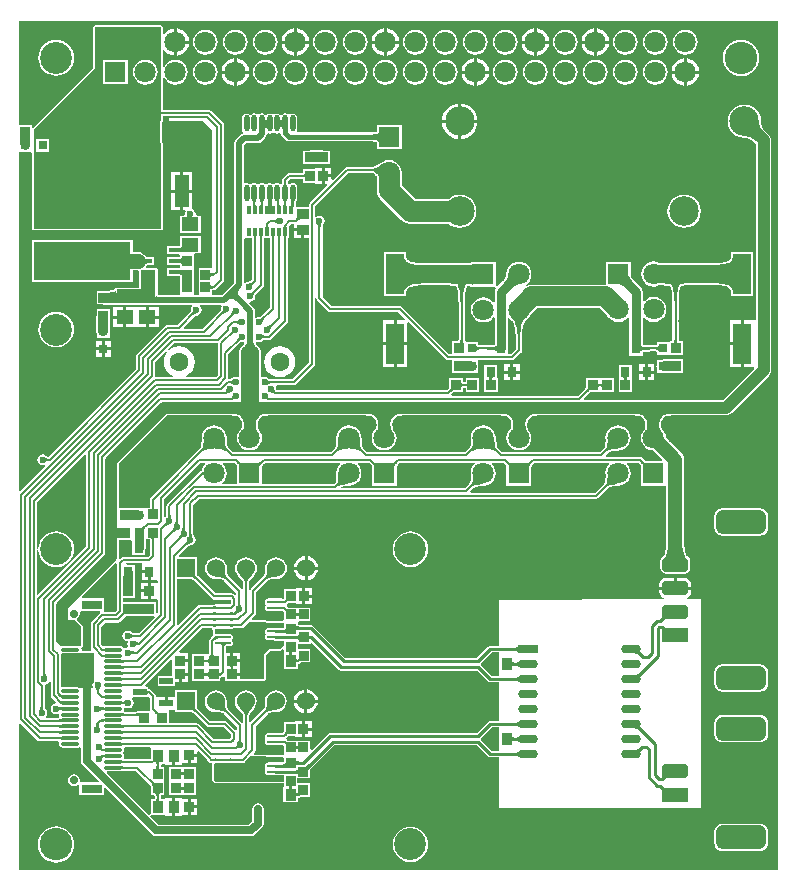
<source format=gtl>
G04*
G04 #@! TF.GenerationSoftware,Altium Limited,Altium Designer,20.0.11 (256)*
G04*
G04 Layer_Physical_Order=1*
G04 Layer_Color=255*
%FSLAX25Y25*%
%MOIN*%
G70*
G01*
G75*
%ADD11C,0.01968*%
%ADD14C,0.01000*%
%ADD17R,0.13976X0.09685*%
%ADD18O,0.01772X0.05512*%
%ADD19R,0.05118X0.10630*%
%ADD20R,0.04528X0.02362*%
%ADD21R,0.03150X0.03150*%
%ADD22R,0.03150X0.03150*%
%ADD23R,0.03543X0.03937*%
%ADD24R,0.03937X0.03543*%
%ADD25R,0.04528X0.05512*%
%ADD26R,0.05512X0.04528*%
%ADD27R,0.03347X0.03347*%
%ADD28R,0.03347X0.03347*%
%ADD29R,0.01400X0.03000*%
%ADD30R,0.06102X0.13583*%
%ADD31R,0.13583X0.06102*%
G04:AMPARAMS|DCode=32|XSize=78.74mil|YSize=165.35mil|CornerRadius=19.68mil|HoleSize=0mil|Usage=FLASHONLY|Rotation=90.000|XOffset=0mil|YOffset=0mil|HoleType=Round|Shape=RoundedRectangle|*
%AMROUNDEDRECTD32*
21,1,0.07874,0.12598,0,0,90.0*
21,1,0.03937,0.16535,0,0,90.0*
1,1,0.03937,0.06299,0.01968*
1,1,0.03937,0.06299,-0.01968*
1,1,0.03937,-0.06299,-0.01968*
1,1,0.03937,-0.06299,0.01968*
%
%ADD32ROUNDEDRECTD32*%
G04:AMPARAMS|DCode=33|XSize=47.24mil|YSize=86.61mil|CornerRadius=11.81mil|HoleSize=0mil|Usage=FLASHONLY|Rotation=90.000|XOffset=0mil|YOffset=0mil|HoleType=Round|Shape=RoundedRectangle|*
%AMROUNDEDRECTD33*
21,1,0.04724,0.06299,0,0,90.0*
21,1,0.02362,0.08661,0,0,90.0*
1,1,0.02362,0.03150,0.01181*
1,1,0.02362,0.03150,-0.01181*
1,1,0.02362,-0.03150,-0.01181*
1,1,0.02362,-0.03150,0.01181*
%
%ADD33ROUNDEDRECTD33*%
%ADD34R,0.08661X0.04724*%
%ADD35R,0.07087X0.03150*%
%ADD36R,0.06299X0.01181*%
%ADD37O,0.06299X0.01181*%
%ADD38R,0.03347X0.01378*%
%ADD39R,0.05456X0.00943*%
%ADD40O,0.05456X0.00943*%
%ADD41O,0.06693X0.02992*%
%ADD42R,0.06693X0.02992*%
%ADD43R,0.32284X0.12992*%
%ADD44R,0.03150X0.03543*%
%ADD45C,0.03937*%
%ADD84C,0.00800*%
%ADD85C,0.06102*%
%ADD86C,0.03937*%
%ADD87C,0.03150*%
%ADD88C,0.02559*%
%ADD89C,0.06693*%
%ADD90C,0.03347*%
%ADD91C,0.04724*%
%ADD92C,0.04528*%
%ADD93C,0.01772*%
%ADD94C,0.01378*%
%ADD95C,0.07087*%
%ADD96C,0.04921*%
%ADD97R,0.04891X0.11024*%
%ADD98R,0.01772X0.07855*%
%ADD99C,0.07087*%
%ADD100R,0.07087X0.07087*%
%ADD101C,0.09843*%
%ADD102R,0.06299X0.06299*%
%ADD103C,0.06299*%
%ADD104C,0.06000*%
%ADD105R,0.06000X0.06000*%
%ADD106C,0.02756*%
%ADD107C,0.10630*%
%ADD108C,0.10827*%
%ADD109C,0.02362*%
G36*
X250554Y1414D02*
X-2522D01*
Y50007D01*
X-2060Y50198D01*
X3015Y45123D01*
X3049Y45100D01*
X3595Y44555D01*
X3926Y44334D01*
X4316Y44256D01*
X10609D01*
X10782Y44048D01*
X10860Y43842D01*
X10877Y43725D01*
X10794Y43307D01*
X10886Y42843D01*
X11150Y42449D01*
X11543Y42186D01*
X12008Y42093D01*
X17126D01*
X17591Y42186D01*
X17662Y42234D01*
X18162Y41966D01*
Y37691D01*
X18308Y36958D01*
X18724Y36336D01*
X18742Y36324D01*
X24083Y30983D01*
X23891Y30521D01*
X18120D01*
X17709Y31021D01*
X17765Y31299D01*
X17611Y32071D01*
X17174Y32725D01*
X16520Y33162D01*
X15748Y33316D01*
X14976Y33162D01*
X14322Y32725D01*
X13885Y32071D01*
X13731Y31299D01*
X13885Y30527D01*
X14322Y29873D01*
X14976Y29436D01*
X15748Y29283D01*
X16520Y29436D01*
X17010Y29764D01*
X17510Y29545D01*
Y26172D01*
X25797D01*
Y28616D01*
X26259Y28807D01*
X41854Y13212D01*
X42476Y12796D01*
X43209Y12651D01*
X74940D01*
X75674Y12797D01*
X76295Y13212D01*
X78520Y15437D01*
X78936Y16059D01*
X79082Y16792D01*
Y21654D01*
X78936Y22387D01*
X78520Y23009D01*
X77899Y23424D01*
X77165Y23570D01*
X76432Y23424D01*
X75810Y23009D01*
X75395Y22387D01*
X75249Y21654D01*
Y17586D01*
X74146Y16483D01*
X44003D01*
X41024Y19462D01*
X41357Y19836D01*
X46003Y19836D01*
X46244Y19436D01*
X46314Y19436D01*
X46314Y19436D01*
X48516D01*
Y22404D01*
Y25373D01*
X46314D01*
X46314Y25373D01*
X46244D01*
X46003Y24973D01*
X45744Y24973D01*
X44760D01*
X44754Y25043D01*
X44750Y25178D01*
X44720Y25244D01*
Y25962D01*
X44750Y26029D01*
X44754Y26163D01*
X44760Y26234D01*
X45974D01*
Y30691D01*
X45974Y30780D01*
X45974D01*
Y31191D01*
X45974D01*
Y35738D01*
X44760D01*
X44754Y35808D01*
X44750Y35943D01*
X44720Y36009D01*
Y36318D01*
X45108Y36802D01*
X46072D01*
X46244Y36402D01*
X48516D01*
Y39370D01*
X49516D01*
Y36402D01*
X51787D01*
Y36894D01*
X53732D01*
Y39567D01*
X54232D01*
Y40067D01*
X56906D01*
Y40665D01*
X57367Y40856D01*
X60285Y37939D01*
X60315Y37919D01*
X60865Y37369D01*
X61195Y37148D01*
X61586Y37070D01*
X61586D01*
X61738Y36966D01*
X61952Y36581D01*
Y31308D01*
X62142Y30849D01*
X62624Y30367D01*
X63083Y30177D01*
X85745D01*
Y29045D01*
X85646D01*
Y23908D01*
X90390D01*
Y25418D01*
X90460Y25424D01*
X90595Y25427D01*
X90661Y25457D01*
X90744D01*
X91134Y25534D01*
X91465Y25755D01*
X91484Y25774D01*
X94588D01*
Y30321D01*
X90291D01*
Y31877D01*
X94588D01*
Y34486D01*
X94613Y34539D01*
X94594Y34593D01*
X94609Y34648D01*
X94588Y34684D01*
Y34881D01*
X94666Y34991D01*
X94957Y35332D01*
X95150Y35531D01*
X95176Y35596D01*
X95188Y35609D01*
X95238Y35645D01*
X95240Y35661D01*
X102438Y42859D01*
X150063D01*
X153734Y39187D01*
X153734Y39187D01*
X154098Y38944D01*
X154527Y38859D01*
X157480D01*
Y22047D01*
X224906Y22047D01*
X224906Y91565D01*
X220310Y91548D01*
X220221Y92040D01*
X220943Y92522D01*
X221425Y93243D01*
X221594Y94095D01*
Y94776D01*
X216220D01*
X210847D01*
Y94095D01*
X211016Y93243D01*
X211498Y92522D01*
X212220Y92040D01*
X212329Y92018D01*
X212280Y91518D01*
X157480Y91316D01*
Y76102D01*
X154527D01*
X154527Y76102D01*
X154098Y76016D01*
X153734Y75773D01*
X153734Y75773D01*
X149980Y72019D01*
X106263D01*
X95484Y82798D01*
X95120Y83042D01*
X94691Y83127D01*
X94691Y83127D01*
X90797D01*
X90785Y83129D01*
X90727Y83155D01*
X90614Y83158D01*
X90322Y83207D01*
X90322Y84084D01*
X90743Y84275D01*
X94619D01*
Y88821D01*
X87651D01*
X87623Y88838D01*
X87570Y88826D01*
X87519Y88846D01*
X87458Y88821D01*
X87327D01*
X87246Y88878D01*
X86989Y89096D01*
X86839Y89242D01*
X86769Y89269D01*
X86686Y89352D01*
X86674Y89391D01*
X86712Y89863D01*
X86758Y89956D01*
X86873Y90032D01*
X87217Y90377D01*
X89672D01*
Y89977D01*
X91846D01*
Y92650D01*
Y95323D01*
X89672D01*
Y94923D01*
X85776D01*
Y92302D01*
X85679Y92117D01*
X85320Y91821D01*
X85306Y91820D01*
X85286Y91820D01*
X85247Y91809D01*
X85239Y91807D01*
X85170Y91835D01*
X85128Y91818D01*
X84991Y91846D01*
X80477D01*
X80059Y91762D01*
X79705Y91526D01*
X79468Y91171D01*
X79385Y90753D01*
X79468Y90335D01*
X79624Y90103D01*
X79673Y89768D01*
X79624Y89434D01*
X79468Y89201D01*
X79385Y88783D01*
X79468Y88365D01*
X79705Y88011D01*
X80059Y87774D01*
X80477Y87691D01*
X84991D01*
X85350Y87762D01*
X85627Y87465D01*
X85714Y87357D01*
X85776Y87269D01*
Y87139D01*
X85750Y87078D01*
X85771Y87027D01*
X85759Y86974D01*
X85776Y86946D01*
Y84816D01*
X85766Y84793D01*
X85523Y84551D01*
X85276Y84420D01*
X85149Y84445D01*
X84927Y84400D01*
X80541D01*
X80186Y84471D01*
X80158Y84466D01*
X80150Y84467D01*
X79975Y84540D01*
X75317D01*
X75125Y85002D01*
X76311Y86188D01*
X76533Y86519D01*
X76610Y86909D01*
Y93987D01*
X80419Y97796D01*
X80476Y97814D01*
X80592Y97912D01*
X80704Y97981D01*
X80860Y98052D01*
X81059Y98120D01*
X81301Y98181D01*
X81586Y98233D01*
X81903Y98272D01*
X82681Y98317D01*
X83123Y98319D01*
X83174Y98341D01*
X84089Y98461D01*
X84965Y98824D01*
X85717Y99401D01*
X86294Y100153D01*
X86657Y101029D01*
X86781Y101969D01*
X86657Y102908D01*
X86294Y103784D01*
X85717Y104536D01*
X84965Y105113D01*
X84089Y105476D01*
X83150Y105600D01*
X82210Y105476D01*
X81334Y105113D01*
X80582Y104536D01*
X80005Y103784D01*
X79642Y102908D01*
X79522Y101993D01*
X79500Y101942D01*
X79498Y101500D01*
X79453Y100722D01*
X79414Y100404D01*
X79362Y100120D01*
X79301Y99878D01*
X79233Y99678D01*
X79162Y99523D01*
X79093Y99411D01*
X78995Y99295D01*
X78977Y99238D01*
X74870Y95130D01*
X74669Y94831D01*
X74633Y94825D01*
X74169Y95092D01*
Y97087D01*
X74197Y97140D01*
X74210Y97292D01*
X74240Y97420D01*
X74300Y97580D01*
X74393Y97769D01*
X74521Y97983D01*
X74685Y98221D01*
X74882Y98474D01*
X75400Y99055D01*
X75711Y99369D01*
X75732Y99420D01*
X76294Y100153D01*
X76657Y101029D01*
X76781Y101969D01*
X76657Y102908D01*
X76294Y103784D01*
X75717Y104536D01*
X74965Y105113D01*
X74089Y105476D01*
X73150Y105600D01*
X72210Y105476D01*
X71334Y105113D01*
X70582Y104536D01*
X70005Y103784D01*
X69642Y102908D01*
X69519Y101969D01*
X69642Y101029D01*
X70005Y100153D01*
X70567Y99420D01*
X70588Y99369D01*
X70899Y99055D01*
X71417Y98474D01*
X71614Y98221D01*
X71778Y97983D01*
X71907Y97769D01*
X72000Y97580D01*
X72059Y97420D01*
X72090Y97292D01*
X72102Y97140D01*
X72130Y97087D01*
Y95060D01*
X71630Y94909D01*
X71587Y94973D01*
X67322Y99238D01*
X67304Y99295D01*
X67206Y99411D01*
X67137Y99523D01*
X67066Y99678D01*
X66998Y99878D01*
X66937Y100120D01*
X66886Y100404D01*
X66846Y100722D01*
X66801Y101500D01*
X66799Y101942D01*
X66777Y101993D01*
X66657Y102908D01*
X66294Y103784D01*
X65717Y104536D01*
X64965Y105113D01*
X64089Y105476D01*
X63150Y105600D01*
X62210Y105476D01*
X61334Y105113D01*
X60582Y104536D01*
X60005Y103784D01*
X59642Y102908D01*
X59519Y101969D01*
X59642Y101029D01*
X60005Y100153D01*
X60582Y99401D01*
X61334Y98824D01*
X62210Y98461D01*
X63125Y98341D01*
X63176Y98319D01*
X63618Y98317D01*
X64396Y98272D01*
X64714Y98233D01*
X64998Y98181D01*
X65240Y98120D01*
X65440Y98052D01*
X65595Y97981D01*
X65707Y97912D01*
X65823Y97814D01*
X65880Y97796D01*
X69847Y93830D01*
Y93149D01*
X69385Y92958D01*
X69113Y93229D01*
X68782Y93450D01*
X68392Y93528D01*
X63032D01*
X57204Y99356D01*
X57179Y99422D01*
X56901Y99722D01*
X56817Y99827D01*
X56755Y99916D01*
X56750Y99926D01*
Y100022D01*
X56787Y100112D01*
X56767Y100161D01*
X56779Y100213D01*
X56750Y100261D01*
Y105569D01*
X50884D01*
X50693Y106030D01*
X53972Y109310D01*
X54038Y109334D01*
X54100Y109392D01*
X54144Y109426D01*
X54188Y109455D01*
X54234Y109481D01*
X54281Y109502D01*
X54332Y109519D01*
X54388Y109534D01*
X54448Y109545D01*
X54515Y109551D01*
X54610Y109554D01*
X54680Y109586D01*
X55287Y109707D01*
X55877Y110100D01*
X56270Y110690D01*
X56409Y111384D01*
X56270Y112080D01*
X55914Y112613D01*
X55889Y112676D01*
X55824Y112744D01*
X55782Y112796D01*
X55747Y112845D01*
X55718Y112894D01*
X55695Y112942D01*
X55676Y112990D01*
X55662Y113039D01*
X55651Y113090D01*
X55645Y113145D01*
X55642Y113230D01*
X55612Y113293D01*
Y123125D01*
X57589Y125102D01*
X189904D01*
X190294Y125179D01*
X190625Y125400D01*
X193897Y128672D01*
X193952Y128689D01*
X194086Y128801D01*
X194224Y128883D01*
X194416Y128966D01*
X194664Y129045D01*
X194965Y129116D01*
X195302Y129173D01*
X196675Y129270D01*
X197214Y129272D01*
X197441Y129367D01*
X197643Y129451D01*
X198229Y129528D01*
X199237Y129945D01*
X200102Y130609D01*
X200766Y131475D01*
X201184Y132483D01*
X201326Y133564D01*
X201184Y134646D01*
X200766Y135654D01*
X200102Y136520D01*
X199935Y136648D01*
X200096Y137121D01*
X203960D01*
X204461Y136620D01*
X204486Y136554D01*
X204766Y136252D01*
X204815Y136191D01*
Y129421D01*
X213101D01*
X213233Y128975D01*
Y110302D01*
X213209Y110248D01*
X213193Y109525D01*
X213147Y108871D01*
X213071Y108274D01*
X212966Y107735D01*
X212834Y107253D01*
X212677Y106829D01*
X212497Y106463D01*
X212297Y106152D01*
X212079Y105893D01*
X211805Y105649D01*
X211796Y105631D01*
X211778Y105624D01*
X211754Y105565D01*
X211393Y105026D01*
X211255Y104331D01*
Y101969D01*
X211393Y101274D01*
X211787Y100684D01*
X212376Y100291D01*
X213071Y100153D01*
X219370D01*
X220065Y100291D01*
X220654Y100684D01*
X221048Y101274D01*
X221186Y101969D01*
Y104331D01*
X221048Y105026D01*
X220687Y105565D01*
X220663Y105624D01*
X220645Y105631D01*
X220636Y105649D01*
X220362Y105893D01*
X220144Y106152D01*
X219943Y106463D01*
X219764Y106829D01*
X219607Y107253D01*
X219475Y107735D01*
X219372Y108265D01*
X219248Y109534D01*
X219232Y110248D01*
X219208Y110302D01*
Y138113D01*
X219208Y138113D01*
X219106Y138886D01*
X218808Y139607D01*
X218333Y140226D01*
X218333Y140226D01*
X214583Y143976D01*
X214560Y144033D01*
X214280Y144315D01*
X213457Y145177D01*
X213242Y145427D01*
X213199Y145485D01*
X213170Y145533D01*
X213112Y145575D01*
X213110Y145579D01*
X212995Y146457D01*
X212577Y147465D01*
X211913Y148330D01*
X211875Y148360D01*
X211865Y148386D01*
X211796Y148460D01*
X211754Y148523D01*
X211704Y148628D01*
X211651Y148775D01*
X211602Y148964D01*
X211561Y149178D01*
X211497Y149925D01*
X211513Y150211D01*
X211615Y150794D01*
X211779Y151286D01*
X211999Y151693D01*
X212273Y152028D01*
X212607Y152301D01*
X213014Y152521D01*
X213506Y152685D01*
X214089Y152788D01*
X214798Y152825D01*
X214843Y152846D01*
X214891Y152837D01*
X214913Y152851D01*
X233241D01*
X233911Y152940D01*
X234536Y153198D01*
X235073Y153610D01*
X247501Y166039D01*
X247913Y166575D01*
X248172Y167200D01*
X248260Y167870D01*
Y244519D01*
X248172Y245190D01*
X247913Y245815D01*
X247501Y246351D01*
X246450Y247403D01*
X246426Y247464D01*
X246105Y247806D01*
X245832Y248135D01*
X245595Y248466D01*
X245393Y248798D01*
X245224Y249132D01*
X245088Y249467D01*
X244983Y249806D01*
X244910Y250148D01*
X244867Y250495D01*
X244854Y250877D01*
X244851Y250885D01*
X244853Y250904D01*
X244664Y252346D01*
X244107Y253689D01*
X243222Y254842D01*
X242069Y255727D01*
X240726Y256283D01*
X239284Y256473D01*
X237843Y256283D01*
X236500Y255727D01*
X235347Y254842D01*
X234462Y253689D01*
X233905Y252346D01*
X233716Y250904D01*
X233905Y249463D01*
X234462Y248120D01*
X235347Y246967D01*
X236500Y246081D01*
X237843Y245525D01*
X239284Y245335D01*
X239304Y245338D01*
X239312Y245334D01*
X239694Y245321D01*
X240041Y245279D01*
X240383Y245206D01*
X240721Y245101D01*
X241057Y244965D01*
X241391Y244796D01*
X241723Y244594D01*
X242054Y244356D01*
X242383Y244084D01*
X242724Y243762D01*
X242786Y243739D01*
X243079Y243446D01*
Y184696D01*
X242634Y184563D01*
X242579Y184563D01*
X239083D01*
Y176772D01*
Y168980D01*
X242408D01*
X242616Y168480D01*
X232168Y158033D01*
X209008D01*
X208986Y158047D01*
X208911Y158033D01*
X208805D01*
X208731Y158047D01*
X208709Y158033D01*
X185916D01*
X185724Y158495D01*
X187495Y160265D01*
X187561Y160289D01*
X187860Y160567D01*
X187966Y160652D01*
X188054Y160713D01*
X188064Y160719D01*
X188160D01*
X188250Y160681D01*
X188300Y160702D01*
X188351Y160689D01*
X188400Y160719D01*
X191053D01*
Y160719D01*
X191231D01*
Y160719D01*
X195777D01*
Y165265D01*
X191231D01*
Y165265D01*
X191053D01*
Y165265D01*
X186507D01*
Y162612D01*
X186477Y162564D01*
X186490Y162512D01*
X186469Y162462D01*
X186507Y162372D01*
Y162276D01*
X186501Y162267D01*
X186445Y162185D01*
X186229Y161931D01*
X186086Y161782D01*
X186058Y161713D01*
X183776Y159430D01*
X182579D01*
X141796D01*
X141588Y159930D01*
X141923Y160265D01*
X141989Y160289D01*
X142289Y160567D01*
X142394Y160652D01*
X142483Y160713D01*
X142492Y160719D01*
X142588D01*
X142679Y160681D01*
X142728Y160702D01*
X142780Y160689D01*
X142828Y160719D01*
X145482D01*
Y161933D01*
X145552Y161939D01*
X145687Y161943D01*
X145753Y161972D01*
X146077D01*
X146144Y161943D01*
X146279Y161939D01*
X146349Y161933D01*
Y160719D01*
X150895D01*
Y165265D01*
X146349D01*
Y164051D01*
X146279Y164045D01*
X146144Y164041D01*
X146077Y164012D01*
X145753D01*
X145687Y164041D01*
X145552Y164045D01*
X145482Y164051D01*
Y165265D01*
X140935D01*
Y162612D01*
X140906Y162564D01*
X140918Y162512D01*
X140898Y162462D01*
X140935Y162372D01*
Y162276D01*
X140930Y162267D01*
X140873Y162185D01*
X140658Y161931D01*
X140515Y161782D01*
X140487Y161713D01*
X140030Y161256D01*
X83364Y161256D01*
X83348Y161279D01*
X83324Y161324D01*
X83303Y161372D01*
X83286Y161422D01*
X83272Y161476D01*
X83261Y161536D01*
X83255Y161602D01*
X83253Y161697D01*
X83226Y161758D01*
X83106Y162358D01*
X83106Y162446D01*
X83362Y162858D01*
X88992D01*
X89382Y162936D01*
X89713Y163157D01*
X95836Y169279D01*
X96057Y169610D01*
X96134Y170000D01*
Y191901D01*
X96634Y191950D01*
X96696Y191641D01*
X96917Y191311D01*
X100562Y187665D01*
X100893Y187444D01*
X101283Y187366D01*
X123949D01*
X126290Y185025D01*
X126099Y184563D01*
X123335D01*
Y177272D01*
X126886D01*
Y183776D01*
X127348Y183967D01*
X139796Y171519D01*
X140127Y171298D01*
X140517Y171220D01*
X141831D01*
Y167018D01*
X145675D01*
X145766Y166981D01*
X145776Y166985D01*
X145787Y166981D01*
X148446Y167067D01*
X148488Y167087D01*
X148639Y167116D01*
X150600D01*
Y169077D01*
X150643Y169291D01*
X150600Y169506D01*
Y171220D01*
X161811D01*
X162201Y171298D01*
X162532Y171519D01*
X164807Y173794D01*
X165029Y174125D01*
X165106Y174515D01*
Y177994D01*
X165136Y178058D01*
X165213Y180160D01*
X165308Y181072D01*
X165440Y181912D01*
X165608Y182672D01*
X165810Y183351D01*
X166044Y183950D01*
X166143Y184144D01*
X166648Y184726D01*
X167028Y185109D01*
X167041Y185142D01*
X167042Y185142D01*
X167706Y186008D01*
X167762Y186143D01*
X170158Y188539D01*
X191263D01*
X193566Y186236D01*
X193622Y186101D01*
X194286Y185235D01*
X195152Y184571D01*
X196160Y184154D01*
X197241Y184011D01*
X198323Y184154D01*
X199331Y184571D01*
X200196Y185235D01*
X200432Y185543D01*
X200932Y185373D01*
Y175197D01*
X200975Y174983D01*
Y172825D01*
X205324D01*
Y173906D01*
X205348Y173913D01*
X205639Y173981D01*
X205967Y174037D01*
X207304Y174141D01*
X207831Y174147D01*
X207900Y174177D01*
X209758D01*
X209825Y174148D01*
X209960Y174144D01*
X210030Y174138D01*
Y173022D01*
X214380D01*
Y173120D01*
X218901D01*
Y177667D01*
X217379D01*
X217373Y177737D01*
X217369Y177872D01*
X217339Y177938D01*
Y190795D01*
X217369Y190863D01*
X217387Y191851D01*
X217524Y193615D01*
X217640Y194372D01*
X217790Y195062D01*
X217969Y195677D01*
X218122Y196073D01*
X218325Y196105D01*
X219749Y196230D01*
X221676Y196293D01*
X222827Y196301D01*
X222835Y196304D01*
X222843Y196301D01*
X222882Y196319D01*
X229384D01*
X229424Y196301D01*
X230566Y196271D01*
X231560Y196183D01*
X232422Y196040D01*
X233147Y195845D01*
X233733Y195606D01*
X234183Y195331D01*
X234508Y195031D01*
X234726Y194704D01*
X234857Y194334D01*
X234910Y193831D01*
X234931Y193791D01*
Y192609D01*
X242234D01*
Y199773D01*
X242264Y200001D01*
X242234Y200230D01*
Y207391D01*
X234931D01*
Y206212D01*
X234910Y206172D01*
X234857Y205668D01*
X234726Y205298D01*
X234508Y204972D01*
X234183Y204672D01*
X233733Y204397D01*
X233147Y204157D01*
X232422Y203963D01*
X231560Y203819D01*
X230566Y203732D01*
X229424Y203702D01*
X229384Y203684D01*
X216379D01*
X216340Y203702D01*
X216320Y203694D01*
X216299Y203702D01*
X216260Y203684D01*
X210988D01*
X210134Y204038D01*
X209052Y204181D01*
X207971Y204038D01*
X206963Y203621D01*
X206097Y202956D01*
X205433Y202091D01*
X205015Y201083D01*
X204873Y200001D01*
X205015Y198920D01*
X205433Y197912D01*
X206097Y197046D01*
X206963Y196382D01*
X207971Y195965D01*
X209052Y195822D01*
X210134Y195965D01*
X210927Y196293D01*
X210952Y196293D01*
X214531Y196040D01*
X214671Y195677D01*
X214850Y195062D01*
X215000Y194372D01*
X215116Y193615D01*
X215253Y191851D01*
X215271Y190863D01*
X215300Y190795D01*
Y177938D01*
X215271Y177872D01*
X215267Y177737D01*
X215261Y177667D01*
X214354D01*
Y177372D01*
X210030D01*
Y176256D01*
X209960Y176250D01*
X209825Y176246D01*
X209758Y176216D01*
X207900D01*
X207831Y176246D01*
X207293Y176253D01*
X206815Y176274D01*
X205973Y176355D01*
X205639Y176412D01*
X205367Y176476D01*
Y185366D01*
X205867Y185535D01*
X206097Y185235D01*
X206963Y184571D01*
X207971Y184154D01*
X209052Y184011D01*
X210134Y184154D01*
X211142Y184571D01*
X212007Y185235D01*
X212671Y186101D01*
X213089Y187109D01*
X213231Y188190D01*
X213089Y189272D01*
X212671Y190280D01*
X212007Y191145D01*
X211142Y191810D01*
X210134Y192227D01*
X209052Y192369D01*
X207971Y192227D01*
X206963Y191810D01*
X206097Y191145D01*
X205867Y190846D01*
X205367Y191015D01*
Y194093D01*
X205367Y194093D01*
X205198Y194941D01*
X204718Y195661D01*
X204717Y195661D01*
X203481Y196898D01*
X203475Y196912D01*
X202334Y198142D01*
X201917Y198663D01*
X201589Y199134D01*
X201384Y199492D01*
Y200834D01*
X201422Y200924D01*
X201401Y200974D01*
X201414Y201026D01*
X201384Y201074D01*
Y204145D01*
X193098D01*
Y196663D01*
X192912Y196500D01*
X168509D01*
X167479Y196365D01*
X166647Y196020D01*
X166394Y196457D01*
X167042Y196953D01*
X167706Y197819D01*
X168123Y198827D01*
X168265Y199908D01*
X168123Y200990D01*
X167706Y201998D01*
X167042Y202863D01*
X166176Y203527D01*
X165168Y203945D01*
X164086Y204087D01*
X163005Y203945D01*
X161997Y203527D01*
X161132Y202863D01*
X160467Y201998D01*
X160050Y200990D01*
X159911Y199936D01*
X159895Y199901D01*
X159885Y199680D01*
X159857Y199490D01*
X159808Y199295D01*
X159736Y199092D01*
X159640Y198883D01*
X159519Y198666D01*
X159372Y198442D01*
X159198Y198211D01*
X158995Y197975D01*
X158755Y197722D01*
X158749Y197706D01*
X156919Y195876D01*
X156419Y196083D01*
Y204051D01*
X148835D01*
X148744Y204089D01*
X148654Y204051D01*
X148132D01*
Y203797D01*
X148048Y203776D01*
X145693Y203613D01*
X145003Y203609D01*
X144995Y203605D01*
X144987Y203608D01*
X144948Y203591D01*
X132033D01*
X131993Y203609D01*
X130851Y203639D01*
X129857Y203726D01*
X128996Y203869D01*
X128271Y204064D01*
X127684Y204304D01*
X127234Y204578D01*
X126910Y204879D01*
X126692Y205205D01*
X126561Y205575D01*
X126508Y206079D01*
X126486Y206119D01*
Y207391D01*
X119184D01*
Y192609D01*
X126486D01*
Y193698D01*
X126508Y193738D01*
X126561Y194241D01*
X126692Y194611D01*
X126910Y194938D01*
X127234Y195238D01*
X127684Y195513D01*
X128271Y195752D01*
X128996Y195947D01*
X129857Y196090D01*
X130851Y196178D01*
X131993Y196208D01*
X132033Y196226D01*
X138446D01*
X138485Y196208D01*
X138493Y196211D01*
X138501Y196208D01*
X139640Y196200D01*
X143219Y195947D01*
X143359Y195583D01*
X143538Y194969D01*
X143687Y194279D01*
X143804Y193522D01*
X143941Y191758D01*
X143958Y190770D01*
X143988Y190701D01*
Y177938D01*
X143958Y177872D01*
X143955Y177738D01*
X143949Y177667D01*
X141831D01*
Y173259D01*
X140939D01*
X125092Y189107D01*
X124761Y189328D01*
X124371Y189405D01*
X101706D01*
X98657Y192454D01*
Y215700D01*
X98686Y215764D01*
X98690Y215848D01*
X98696Y215903D01*
X98707Y215955D01*
X98721Y216004D01*
X98740Y216052D01*
X98763Y216100D01*
X98792Y216148D01*
X98827Y216198D01*
X98869Y216249D01*
X98935Y216317D01*
X98959Y216380D01*
X99315Y216914D01*
X99454Y217609D01*
X99315Y218304D01*
X98922Y218893D01*
X98333Y219287D01*
X97638Y219425D01*
X96943Y219287D01*
X96634Y219080D01*
X96134Y219348D01*
Y222612D01*
X107202Y233680D01*
X115055D01*
X115069Y233669D01*
X115121Y233677D01*
X115167Y233653D01*
X115365Y233635D01*
X115516Y233595D01*
X115686Y233521D01*
X115874Y233405D01*
X116078Y233245D01*
X116297Y233037D01*
X116520Y232788D01*
X116688Y232559D01*
Y227952D01*
X116830Y226870D01*
X117247Y225862D01*
X117912Y224997D01*
X124959Y217949D01*
X125824Y217285D01*
X126832Y216868D01*
X127914Y216725D01*
X140779D01*
X141618Y216082D01*
X142961Y215525D01*
X144403Y215335D01*
X145844Y215525D01*
X147187Y216082D01*
X148340Y216967D01*
X149225Y218120D01*
X149782Y219463D01*
X149971Y220904D01*
X149782Y222346D01*
X149225Y223689D01*
X148340Y224842D01*
X147187Y225727D01*
X145844Y226283D01*
X144403Y226473D01*
X142961Y226283D01*
X141618Y225727D01*
X140779Y225083D01*
X129645D01*
X125046Y229683D01*
Y233857D01*
X124903Y234939D01*
X124486Y235947D01*
X123822Y236812D01*
X122956Y237476D01*
X121948Y237894D01*
X120867Y238036D01*
X119785Y237894D01*
X118777Y237476D01*
X118719Y237432D01*
X118662Y237423D01*
X118661Y237422D01*
X118659Y237422D01*
X118119Y237091D01*
X116753Y236310D01*
X116073Y235974D01*
X115815Y235865D01*
X115610Y235793D01*
X115474Y235758D01*
X115354Y235746D01*
X115305Y235719D01*
X106780D01*
X106390Y235642D01*
X106059Y235421D01*
X102110Y231472D01*
X101648Y231663D01*
Y232275D01*
X99475D01*
Y230101D01*
X100086D01*
X100278Y229639D01*
X94394Y223755D01*
X94173Y223425D01*
X94095Y223034D01*
Y222445D01*
X89843D01*
X89701Y222618D01*
Y223426D01*
X89731Y223491D01*
X89745Y223905D01*
X89759Y224036D01*
X89909Y224260D01*
X89931Y224269D01*
X89952Y224320D01*
X89999Y224350D01*
X90015Y224419D01*
X90081Y224518D01*
X90197Y225097D01*
Y228837D01*
X90081Y229417D01*
X89753Y229909D01*
X89261Y230237D01*
X88682Y230352D01*
X88102Y230237D01*
X87697Y229967D01*
X87362Y230056D01*
X87180Y230165D01*
X87175Y230222D01*
X87172Y230432D01*
X87142Y230501D01*
Y230876D01*
X87986Y231719D01*
X91960D01*
X92026Y231690D01*
X92161Y231686D01*
X92231Y231680D01*
Y230501D01*
X96302D01*
Y230101D01*
X98475D01*
Y232774D01*
Y235448D01*
X96302D01*
Y235048D01*
X92231D01*
Y233798D01*
X92161Y233792D01*
X92026Y233788D01*
X91960Y233759D01*
X87564D01*
X87173Y233681D01*
X86843Y233460D01*
X85401Y232019D01*
X85180Y231688D01*
X85103Y231298D01*
Y230509D01*
X85074Y230444D01*
X85064Y230167D01*
X84781Y229996D01*
X84775Y229994D01*
X84617Y229975D01*
X84507Y229994D01*
X84143Y230237D01*
X83564Y230352D01*
X82984Y230237D01*
X82620Y229994D01*
X82284Y229941D01*
X81948Y229994D01*
X81584Y230237D01*
X81004Y230352D01*
X80425Y230237D01*
X80061Y229994D01*
X79725Y229941D01*
X79389Y229994D01*
X79025Y230237D01*
X78445Y230352D01*
X77866Y230237D01*
X77502Y229994D01*
X77166Y229941D01*
X76830Y229994D01*
X76466Y230237D01*
X75886Y230352D01*
X75307Y230237D01*
X74943Y229994D01*
X74607Y229941D01*
X74271Y229994D01*
X73907Y230237D01*
X73327Y230352D01*
X72973Y230282D01*
X72473Y230609D01*
Y243117D01*
X73014Y243659D01*
X77122D01*
X77741Y243782D01*
X78265Y244132D01*
X79588Y245455D01*
X79938Y245979D01*
X80061Y246597D01*
Y246614D01*
X80561Y246899D01*
X81004Y246811D01*
X81584Y246926D01*
X81948Y247169D01*
X82284Y247222D01*
X82620Y247169D01*
X82984Y246926D01*
X83564Y246811D01*
X84138Y246925D01*
X84144Y246926D01*
X84671Y246678D01*
X84723Y246418D01*
X85051Y245926D01*
X86351Y244626D01*
X86843Y244298D01*
X87423Y244182D01*
X87423Y244182D01*
X115501D01*
X115547Y244162D01*
X115866Y244154D01*
X116124Y244131D01*
X116336Y244096D01*
X116498Y244053D01*
X116609Y244008D01*
X116669Y243971D01*
X116690Y243952D01*
X116691Y243950D01*
X116692Y243949D01*
X116701Y243857D01*
X116723Y243817D01*
Y241525D01*
X125010D01*
Y249812D01*
X116723D01*
Y247578D01*
X116701Y247537D01*
X116692Y247446D01*
X116691Y247444D01*
X116690Y247443D01*
X116669Y247424D01*
X116609Y247387D01*
X116498Y247342D01*
X116336Y247299D01*
X116124Y247263D01*
X115866Y247241D01*
X115547Y247232D01*
X115501Y247212D01*
X90326D01*
X90059Y247712D01*
X90081Y247746D01*
X90197Y248326D01*
Y252066D01*
X90081Y252646D01*
X89753Y253137D01*
X89261Y253466D01*
X88682Y253581D01*
X88102Y253466D01*
X87738Y253222D01*
X87402Y253170D01*
X87066Y253222D01*
X86702Y253466D01*
X86123Y253581D01*
X85543Y253466D01*
X85051Y253137D01*
X84635D01*
X84143Y253466D01*
X83564Y253581D01*
X82984Y253466D01*
X82620Y253222D01*
X82284Y253170D01*
X81948Y253222D01*
X81584Y253466D01*
X81004Y253581D01*
X80425Y253466D01*
X79933Y253137D01*
X79517D01*
X79025Y253466D01*
X78445Y253581D01*
X77866Y253466D01*
X77502Y253222D01*
X77166Y253170D01*
X76830Y253222D01*
X76466Y253466D01*
X75886Y253581D01*
X75307Y253466D01*
X74815Y253137D01*
X74398D01*
X73907Y253466D01*
X73327Y253581D01*
X72747Y253466D01*
X72256Y253137D01*
X71928Y252646D01*
X71812Y252066D01*
Y248326D01*
X71928Y247746D01*
X72181Y247367D01*
X72088Y246966D01*
X72004Y246822D01*
X71727Y246766D01*
X71203Y246416D01*
X69715Y244928D01*
X69365Y244404D01*
X69242Y243786D01*
Y224074D01*
X69251Y224029D01*
Y197046D01*
X67301Y195096D01*
X67291Y195094D01*
X67274Y195069D01*
X67205Y195000D01*
X67205Y195000D01*
X67136Y194930D01*
X67111Y194914D01*
X67109Y194904D01*
X65152Y192947D01*
X62274D01*
X61919Y193297D01*
Y194511D01*
X61989Y194517D01*
X62124Y194521D01*
X62190Y194550D01*
X62391D01*
X62782Y194628D01*
X63112Y194849D01*
X65682Y197418D01*
X65903Y197749D01*
X65980Y198139D01*
Y249605D01*
X65903Y249995D01*
X65682Y250326D01*
X61526Y254482D01*
X61195Y254703D01*
X60805Y254780D01*
X45335D01*
Y265498D01*
X45835Y265598D01*
X45986Y265233D01*
X46650Y264368D01*
X47515Y263704D01*
X48523Y263286D01*
X49605Y263144D01*
X50686Y263286D01*
X51694Y263704D01*
X52560Y264368D01*
X53224Y265233D01*
X53641Y266241D01*
X53784Y267323D01*
X53641Y268404D01*
X53224Y269412D01*
X52560Y270278D01*
X51694Y270942D01*
X50686Y271359D01*
X49605Y271502D01*
X48523Y271359D01*
X47515Y270942D01*
X46650Y270278D01*
X45986Y269412D01*
X45835Y269048D01*
X45335Y269147D01*
Y274603D01*
X45835Y274773D01*
X46364Y274082D01*
X47313Y273354D01*
X48419Y272896D01*
X49105Y272806D01*
Y277323D01*
Y281839D01*
X48419Y281749D01*
X47313Y281291D01*
X46364Y280563D01*
X45835Y279872D01*
X45335Y280042D01*
Y282194D01*
X45144Y282653D01*
X44685Y282844D01*
X22835D01*
X22375Y282653D01*
X22185Y282194D01*
X22185Y268773D01*
X2183Y248770D01*
X1683Y248977D01*
Y249517D01*
X-2522D01*
Y284411D01*
X250554D01*
Y1414D01*
D02*
G37*
G36*
X85244Y251158D02*
X85266Y251152D01*
X85518Y251113D01*
X85803Y251089D01*
X86123Y251082D01*
Y249310D01*
X85803Y249302D01*
X85518Y249279D01*
X85266Y249240D01*
X85244Y249234D01*
Y248528D01*
X85227Y248676D01*
X85176Y248809D01*
X85092Y248927D01*
X84975Y249028D01*
X84843Y249103D01*
X84711Y249028D01*
X84594Y248927D01*
X84510Y248809D01*
X84459Y248676D01*
X84442Y248528D01*
Y249234D01*
X84420Y249240D01*
X84168Y249279D01*
X83883Y249302D01*
X83564Y249310D01*
Y251082D01*
X83883Y251089D01*
X84168Y251113D01*
X84420Y251152D01*
X84442Y251158D01*
Y251864D01*
X84459Y251715D01*
X84510Y251582D01*
X84594Y251465D01*
X84711Y251363D01*
X84843Y251288D01*
X84975Y251363D01*
X85092Y251465D01*
X85176Y251582D01*
X85227Y251715D01*
X85244Y251864D01*
Y251158D01*
D02*
G37*
G36*
X80125D02*
X80147Y251152D01*
X80400Y251113D01*
X80685Y251089D01*
X81004Y251082D01*
Y249310D01*
X80685Y249302D01*
X80400Y249279D01*
X80147Y249240D01*
X80125Y249234D01*
Y248528D01*
X80109Y248676D01*
X80058Y248809D01*
X79974Y248927D01*
X79857Y249028D01*
X79725Y249103D01*
X79593Y249028D01*
X79475Y248927D01*
X79391Y248809D01*
X79341Y248676D01*
X79324Y248528D01*
Y249234D01*
X79302Y249240D01*
X79050Y249279D01*
X78765Y249302D01*
X78445Y249310D01*
Y251082D01*
X78765Y251089D01*
X79050Y251113D01*
X79302Y251152D01*
X79324Y251158D01*
Y251864D01*
X79341Y251715D01*
X79391Y251582D01*
X79475Y251465D01*
X79593Y251363D01*
X79725Y251288D01*
X79857Y251363D01*
X79974Y251465D01*
X80058Y251582D01*
X80109Y251715D01*
X80125Y251864D01*
Y251158D01*
D02*
G37*
G36*
X244219Y250445D02*
X244269Y250040D01*
X244354Y249642D01*
X244475Y249249D01*
X244632Y248862D01*
X244825Y248482D01*
X245053Y248107D01*
X245318Y247739D01*
X245618Y247376D01*
X245954Y247019D01*
X243170Y244235D01*
X242813Y244571D01*
X242450Y244871D01*
X242081Y245135D01*
X241707Y245364D01*
X241326Y245557D01*
X240940Y245713D01*
X240547Y245835D01*
X240148Y245920D01*
X239744Y245970D01*
X239334Y245983D01*
X244205Y250855D01*
X244219Y250445D01*
D02*
G37*
G36*
X117347Y243926D02*
X117329Y244094D01*
X117276Y244245D01*
X117187Y244377D01*
X117062Y244493D01*
X116901Y244590D01*
X116705Y244670D01*
X116473Y244732D01*
X116206Y244776D01*
X115902Y244803D01*
X115564Y244812D01*
Y246583D01*
X115902Y246592D01*
X116206Y246619D01*
X116473Y246663D01*
X116705Y246725D01*
X116901Y246805D01*
X117062Y246902D01*
X117187Y247017D01*
X117276Y247150D01*
X117329Y247301D01*
X117347Y247469D01*
Y243926D01*
D02*
G37*
G36*
X1065Y245557D02*
X1059Y245478D01*
X1041Y244294D01*
X1038Y242953D01*
X-2111D01*
X-2252Y245583D01*
X1071D01*
X1065Y245557D01*
D02*
G37*
G36*
X117819Y232050D02*
X117553Y232477D01*
X117025Y233197D01*
X116763Y233490D01*
X116503Y233737D01*
X116245Y233940D01*
X115987Y234097D01*
X115732Y234210D01*
X115478Y234277D01*
X115225Y234300D01*
X115422Y235100D01*
X115589Y235117D01*
X115798Y235170D01*
X116049Y235259D01*
X116343Y235383D01*
X117058Y235736D01*
X118450Y236532D01*
X118999Y236868D01*
X117819Y232050D01*
D02*
G37*
G36*
X92855Y231939D02*
X92847Y232015D01*
X92822Y232083D01*
X92782Y232143D01*
X92725Y232195D01*
X92652Y232239D01*
X92563Y232275D01*
X92457Y232303D01*
X92335Y232323D01*
X92197Y232335D01*
X92043Y232339D01*
Y233139D01*
X92197Y233143D01*
X92335Y233155D01*
X92457Y233175D01*
X92563Y233203D01*
X92652Y233239D01*
X92725Y233283D01*
X92782Y233335D01*
X92822Y233395D01*
X92847Y233463D01*
X92855Y233539D01*
Y231939D01*
D02*
G37*
G36*
X86526Y230190D02*
X86558Y229802D01*
X86585Y229644D01*
X86620Y229510D01*
X86663Y229401D01*
X86714Y229316D01*
X86772Y229255D01*
X86838Y229219D01*
X86913Y229206D01*
X85333D01*
X85407Y229219D01*
X85473Y229255D01*
X85531Y229316D01*
X85582Y229401D01*
X85625Y229510D01*
X85660Y229644D01*
X85687Y229802D01*
X85707Y229984D01*
X85723Y230421D01*
X86523D01*
X86526Y230190D01*
D02*
G37*
G36*
X79212Y224694D02*
X79138Y224685D01*
X79072Y224651D01*
X79014Y224593D01*
X78963Y224510D01*
X78920Y224403D01*
X78885Y224271D01*
X78858Y224115D01*
X78838Y223934D01*
X78822Y223499D01*
X78822Y223499D01*
X78811Y222747D01*
X77622Y222735D01*
X77698Y222744D01*
X77767Y222769D01*
X77826Y222810D01*
X77878Y222867D01*
X77922Y222940D01*
X77959Y223029D01*
X77987Y223134D01*
X78007Y223256D01*
X78018Y223393D01*
X78022Y223537D01*
X78018Y223654D01*
X78007Y223779D01*
X77987Y223903D01*
X77959Y224027D01*
X77922Y224150D01*
X77878Y224272D01*
X77826Y224394D01*
X77766Y224516D01*
X77698Y224636D01*
X77622Y224756D01*
X79212Y224694D01*
D02*
G37*
G36*
X86838Y224716D02*
X86772Y224680D01*
X86714Y224619D01*
X86663Y224534D01*
X86620Y224425D01*
X86585Y224291D01*
X86558Y224133D01*
X86538Y223951D01*
X86523Y223525D01*
X86525Y223395D01*
X86548Y223139D01*
X86569Y223035D01*
X86594Y222947D01*
X86626Y222875D01*
X86664Y222819D01*
X86707Y222779D01*
X86756Y222755D01*
X86810Y222747D01*
X85435D01*
X85489Y222755D01*
X85538Y222779D01*
X85581Y222819D01*
X85619Y222875D01*
X85650Y222947D01*
X85676Y223035D01*
X85697Y223139D01*
X85711Y223259D01*
X85720Y223395D01*
X85722Y223531D01*
X85719Y223745D01*
X85687Y224133D01*
X85660Y224291D01*
X85625Y224425D01*
X85582Y224534D01*
X85531Y224619D01*
X85473Y224680D01*
X85407Y224716D01*
X85333Y224728D01*
X86913D01*
X86838Y224716D01*
D02*
G37*
G36*
X89398D02*
X89331Y224680D01*
X89273Y224619D01*
X89222Y224534D01*
X89179Y224425D01*
X89144Y224291D01*
X89117Y224133D01*
X89097Y223951D01*
X89082Y223514D01*
X89070D01*
X88810Y222747D01*
X87882Y222735D01*
X87958Y222744D01*
X88026Y222769D01*
X88086Y222810D01*
X88138Y222867D01*
X88182Y222940D01*
X88218Y223030D01*
X88246Y223135D01*
X88266Y223256D01*
X88278Y223393D01*
X88281Y223534D01*
X88278Y223745D01*
X88247Y224133D01*
X88219Y224291D01*
X88184Y224425D01*
X88141Y224534D01*
X88090Y224619D01*
X88032Y224680D01*
X87966Y224716D01*
X87892Y224728D01*
X89472D01*
X89398Y224716D01*
D02*
G37*
G36*
X84227Y223393D02*
X84238Y223256D01*
X84259Y223134D01*
X84286Y223029D01*
X84323Y222940D01*
X84367Y222867D01*
X84418Y222810D01*
X84478Y222769D01*
X84547Y222744D01*
X84623Y222735D01*
X83434Y222747D01*
X83422Y223547D01*
X84223D01*
X84227Y223393D01*
D02*
G37*
G36*
X76602Y224716D02*
X76536Y224680D01*
X76477Y224619D01*
X76427Y224534D01*
X76384Y224425D01*
X76349Y224291D01*
X76321Y224133D01*
X76302Y223951D01*
X76287Y223528D01*
X76290Y223393D01*
X76302Y223256D01*
X76322Y223134D01*
X76350Y223029D01*
X76386Y222940D01*
X76430Y222867D01*
X76482Y222810D01*
X76542Y222768D01*
X76610Y222744D01*
X76686Y222735D01*
X75434Y222747D01*
X75444Y222755D01*
X75453Y222779D01*
X75461Y222819D01*
X75468Y222875D01*
X75478Y223035D01*
X75486Y223530D01*
X75482Y223745D01*
X75451Y224133D01*
X75424Y224291D01*
X75389Y224425D01*
X75346Y224534D01*
X75295Y224619D01*
X75237Y224680D01*
X75170Y224716D01*
X75096Y224728D01*
X76676D01*
X76602Y224716D01*
D02*
G37*
G36*
X91518Y218313D02*
X91444Y218347D01*
X91355Y218354D01*
X91251Y218335D01*
X91132Y218290D01*
X90998Y218218D01*
X90849Y218120D01*
X90685Y217996D01*
X90313Y217668D01*
X90104Y217465D01*
X89624Y218116D01*
X89791Y218289D01*
X90052Y218595D01*
X90145Y218728D01*
X90214Y218848D01*
X90259Y218955D01*
X90278Y219048D01*
X90273Y219128D01*
X90244Y219194D01*
X90190Y219248D01*
X91518Y218313D01*
D02*
G37*
G36*
X83510Y216782D02*
X83425Y216863D01*
X83337Y216936D01*
X83246Y217000D01*
X83153Y217055D01*
X83057Y217102D01*
X82958Y217141D01*
X82856Y217170D01*
X82751Y217192D01*
X82644Y217204D01*
X82533Y217209D01*
Y218009D01*
X82644Y218013D01*
X82751Y218026D01*
X82856Y218047D01*
X82958Y218077D01*
X83057Y218115D01*
X83153Y218162D01*
X83246Y218218D01*
X83337Y218282D01*
X83425Y218355D01*
X83510Y218436D01*
Y216782D01*
D02*
G37*
G36*
X98383Y216680D02*
X98311Y216592D01*
X98247Y216502D01*
X98191Y216408D01*
X98144Y216312D01*
X98106Y216213D01*
X98076Y216111D01*
X98055Y216006D01*
X98042Y215899D01*
X98038Y215789D01*
X97238D01*
X97233Y215899D01*
X97220Y216006D01*
X97199Y216111D01*
X97169Y216213D01*
X97131Y216312D01*
X97084Y216408D01*
X97028Y216502D01*
X96965Y216592D01*
X96892Y216680D01*
X96811Y216765D01*
X98464D01*
X98383Y216680D01*
D02*
G37*
G36*
X86525Y216009D02*
X86548Y215787D01*
X86569Y215697D01*
X86594Y215620D01*
X86626Y215558D01*
X86664Y215509D01*
X86707Y215475D01*
X86756Y215454D01*
X86810Y215447D01*
X85435D01*
X85489Y215454D01*
X85538Y215475D01*
X85581Y215509D01*
X85619Y215558D01*
X85650Y215620D01*
X85676Y215697D01*
X85697Y215787D01*
X85711Y215891D01*
X85720Y216009D01*
X85723Y216141D01*
X86523D01*
X86525Y216009D01*
D02*
G37*
G36*
X80525Y216095D02*
X80548Y215839D01*
X80569Y215735D01*
X80594Y215647D01*
X80626Y215575D01*
X80664Y215519D01*
X80707Y215479D01*
X80756Y215455D01*
X80810Y215447D01*
X79435D01*
X79489Y215455D01*
X79538Y215479D01*
X79581Y215519D01*
X79619Y215575D01*
X79650Y215647D01*
X79676Y215735D01*
X79697Y215839D01*
X79711Y215959D01*
X79720Y216095D01*
X79722Y216247D01*
X80523D01*
X80525Y216095D01*
D02*
G37*
G36*
X44685Y250894D02*
X44577D01*
Y243591D01*
X44685D01*
Y215156D01*
X2362D01*
X2362Y248032D01*
X22835Y268504D01*
X22835Y282194D01*
X44685D01*
Y250894D01*
D02*
G37*
G36*
X47602Y252388D02*
X47602Y250904D01*
X58819D01*
X61694Y248029D01*
Y201974D01*
X57372Y201962D01*
X57372Y197638D01*
Y193297D01*
X57017Y192947D01*
X56172D01*
X55817Y193297D01*
X55817Y193447D01*
Y195446D01*
X55841Y195571D01*
Y199780D01*
X55817Y199905D01*
Y201556D01*
X55817Y202055D01*
X55817D01*
Y202056D01*
X55817D01*
Y206379D01*
X55817Y206603D01*
X56202Y206879D01*
X57982D01*
Y212607D01*
X51270D01*
Y209559D01*
X51249Y209520D01*
X51248Y209511D01*
X51185Y209486D01*
X51074Y209456D01*
X50922Y209431D01*
X50731Y209414D01*
X50487Y209408D01*
X50433Y209384D01*
X49114D01*
X48987Y209358D01*
X46841D01*
Y206781D01*
X48987D01*
X49114Y206755D01*
X50446D01*
X50504Y206731D01*
X50506Y206732D01*
X50507Y206731D01*
X50769Y206732D01*
X50776Y206735D01*
X50783Y206732D01*
X50824Y206733D01*
X51270Y206245D01*
Y205816D01*
X51248Y205776D01*
X51248Y205770D01*
X51187Y205746D01*
X51076Y205716D01*
X50923Y205691D01*
X50731Y205674D01*
X50487Y205667D01*
X50433Y205644D01*
X49114D01*
X48987Y205618D01*
X46841D01*
Y203040D01*
X48987D01*
X49114Y203015D01*
X50433D01*
X50487Y202991D01*
X50731Y202985D01*
X50923Y202968D01*
X51076Y202943D01*
X51187Y202913D01*
X51248Y202888D01*
X51248Y202883D01*
X51270Y202843D01*
Y202056D01*
X50821Y201934D01*
X50743Y201929D01*
X50500Y201927D01*
X50443Y201903D01*
X49114D01*
X48987Y201878D01*
X46841D01*
Y199300D01*
X48987D01*
X49114Y199275D01*
X50433D01*
X50487Y199251D01*
X50731Y199245D01*
X50922Y199228D01*
X51074Y199203D01*
X51185Y199173D01*
X51206Y199165D01*
Y195571D01*
X51270Y195248D01*
Y193447D01*
X51270Y193297D01*
X50915Y192947D01*
X45026D01*
X44985Y192965D01*
X44630Y192974D01*
X44338Y193000D01*
X44097Y193040D01*
X43910Y193090D01*
X43778Y193143D01*
X43729Y193173D01*
Y201378D01*
X43539Y201837D01*
X43080Y202027D01*
X39858D01*
X39692Y202499D01*
X40152Y202870D01*
X40160Y202885D01*
X40176Y202890D01*
X40345Y203040D01*
X42529D01*
Y205618D01*
X40275D01*
X39327Y206460D01*
X39307Y206467D01*
X39297Y206485D01*
X38927Y206777D01*
X38799Y206813D01*
X38552Y207003D01*
X37807Y207311D01*
X37008Y207416D01*
X35330D01*
Y211425D01*
X1847D01*
Y197233D01*
X35330D01*
Y201242D01*
X37008D01*
X37164Y201263D01*
X37539Y200933D01*
Y195401D01*
X32672D01*
X32484Y195376D01*
X30086D01*
X30044Y195403D01*
X29984Y195390D01*
X29928Y195413D01*
X29837Y195376D01*
X29316D01*
Y194922D01*
X29289Y194880D01*
X29279Y194827D01*
X29254Y194805D01*
X29128Y194737D01*
X28907Y194659D01*
X28598Y194585D01*
X28214Y194525D01*
X27189Y194451D01*
X26571Y194441D01*
X26560Y194436D01*
X25591D01*
X25367Y194392D01*
X23317D01*
Y192342D01*
X23273Y192119D01*
X23317Y191895D01*
Y189845D01*
X25367D01*
X25591Y189801D01*
X26564D01*
X26575Y189796D01*
X28270Y189779D01*
X29316Y189732D01*
Y189648D01*
X29828D01*
X29912Y189611D01*
X29920Y189614D01*
X29928Y189611D01*
X30018Y189648D01*
X32484D01*
X32672Y189624D01*
X40256D01*
X40444Y189648D01*
X42911D01*
X43002Y189611D01*
X43015Y189616D01*
X43028Y189612D01*
X44997Y189698D01*
X45035Y189716D01*
X55227D01*
X55379Y189216D01*
X55310Y189170D01*
X54917Y188581D01*
X54792Y187952D01*
X54764Y187890D01*
X54762Y187796D01*
X54756Y187730D01*
X54745Y187670D01*
X54732Y187615D01*
X54714Y187565D01*
X54693Y187518D01*
X54669Y187473D01*
X54640Y187429D01*
X54606Y187385D01*
X54548Y187323D01*
X54524Y187258D01*
X50400Y183133D01*
X46938D01*
X46547Y183055D01*
X46217Y182834D01*
X36806Y173424D01*
X36585Y173093D01*
X36507Y172703D01*
Y168264D01*
X7336Y139093D01*
X7303D01*
X7239Y139122D01*
X7154Y139125D01*
X7099Y139132D01*
X7048Y139142D01*
X6999Y139157D01*
X6951Y139175D01*
X6903Y139199D01*
X6854Y139227D01*
X6805Y139262D01*
X6754Y139305D01*
X6685Y139370D01*
X6622Y139394D01*
X6089Y139751D01*
X5394Y139889D01*
X4699Y139751D01*
X4110Y139357D01*
X3716Y138768D01*
X3578Y138073D01*
X3716Y137378D01*
X4110Y136789D01*
X4699Y136395D01*
X5394Y136257D01*
X6065Y136391D01*
X6097Y136369D01*
X6331Y135950D01*
X-2060Y127558D01*
X-2522Y127749D01*
Y240778D01*
X-751D01*
X-537Y240735D01*
X-322Y240778D01*
X1638D01*
X1713Y240309D01*
X1713Y215156D01*
X1903Y214697D01*
X2362Y214507D01*
X44685D01*
X45144Y214697D01*
X45335Y215156D01*
Y243591D01*
X45227Y243852D01*
Y250633D01*
X45335Y250894D01*
Y252741D01*
X47249D01*
X47602Y252388D01*
D02*
G37*
G36*
X86756Y212463D02*
X86707Y212439D01*
X86664Y212399D01*
X86626Y212343D01*
X86594Y212271D01*
X86569Y212183D01*
X86548Y212079D01*
X86534Y211959D01*
X86525Y211823D01*
X86523Y211671D01*
X85723D01*
X85720Y211823D01*
X85697Y212079D01*
X85676Y212183D01*
X85650Y212271D01*
X85619Y212343D01*
X85581Y212399D01*
X85538Y212439D01*
X85489Y212463D01*
X85435Y212471D01*
X86810D01*
X86756Y212463D01*
D02*
G37*
G36*
X84756D02*
X84707Y212439D01*
X84664Y212399D01*
X84626Y212343D01*
X84595Y212271D01*
X84569Y212183D01*
X84548Y212079D01*
X84534Y211959D01*
X84525Y211823D01*
X84522Y211671D01*
X83723D01*
X83720Y211823D01*
X83697Y212079D01*
X83676Y212183D01*
X83650Y212271D01*
X83619Y212343D01*
X83581Y212399D01*
X83538Y212439D01*
X83489Y212463D01*
X83434Y212471D01*
X84811D01*
X84756Y212463D01*
D02*
G37*
G36*
X82756D02*
X82707Y212439D01*
X82664Y212399D01*
X82626Y212343D01*
X82595Y212271D01*
X82569Y212183D01*
X82548Y212079D01*
X82534Y211959D01*
X82525Y211823D01*
X82522Y211671D01*
X81722D01*
X81720Y211823D01*
X81697Y212079D01*
X81676Y212183D01*
X81651Y212271D01*
X81619Y212343D01*
X81581Y212399D01*
X81538Y212439D01*
X81489Y212463D01*
X81435Y212471D01*
X82810D01*
X82756Y212463D01*
D02*
G37*
G36*
X78756D02*
X78707Y212439D01*
X78664Y212399D01*
X78626Y212343D01*
X78594Y212271D01*
X78569Y212183D01*
X78548Y212079D01*
X78534Y211959D01*
X78525Y211823D01*
X78522Y211671D01*
X77723D01*
X77720Y211823D01*
X77697Y212079D01*
X77676Y212183D01*
X77650Y212271D01*
X77619Y212343D01*
X77581Y212399D01*
X77538Y212439D01*
X77489Y212463D01*
X77434Y212471D01*
X78811D01*
X78756Y212463D01*
D02*
G37*
G36*
X76756D02*
X76707Y212439D01*
X76664Y212399D01*
X76626Y212343D01*
X76595Y212271D01*
X76569Y212183D01*
X76548Y212079D01*
X76534Y211959D01*
X76525Y211823D01*
X76522Y211671D01*
X75722D01*
X75720Y211823D01*
X75697Y212079D01*
X75676Y212183D01*
X75651Y212271D01*
X75619Y212343D01*
X75581Y212399D01*
X75538Y212439D01*
X75489Y212463D01*
X75434Y212471D01*
X76810D01*
X76756Y212463D01*
D02*
G37*
G36*
X54606Y209158D02*
X54423Y208973D01*
X53651Y208102D01*
X53641Y208069D01*
X52952Y208758D01*
X52985Y208768D01*
X53035Y208797D01*
X53102Y208845D01*
X53186Y208913D01*
X53537Y209231D01*
X54041Y209723D01*
X54606Y209158D01*
D02*
G37*
G36*
X51882Y207491D02*
X51868Y207470D01*
X51827Y207451D01*
X51758Y207435D01*
X51662Y207420D01*
X51386Y207398D01*
X50766Y207382D01*
X50504Y207381D01*
Y208758D01*
X50767Y208765D01*
X51003Y208786D01*
X51211Y208820D01*
X51392Y208869D01*
X51545Y208931D01*
X51670Y209007D01*
X51767Y209096D01*
X51837Y209199D01*
X51880Y209316D01*
X51894Y209447D01*
X51882Y207491D01*
D02*
G37*
G36*
X38895Y205975D02*
X40281Y204745D01*
X40256Y204729D01*
Y203929D01*
X40281Y203914D01*
X40261Y203868D01*
X40198Y203791D01*
X40091Y203683D01*
X39744Y203376D01*
X38525Y202392D01*
Y203792D01*
X38523Y203794D01*
X38467Y203830D01*
X38398Y203859D01*
X38305Y203823D01*
X38208Y203776D01*
X38115Y203720D01*
X38024Y203656D01*
X37936Y203584D01*
X37851Y203502D01*
Y203928D01*
X37795Y203929D01*
Y204729D01*
X37851Y204730D01*
Y205156D01*
X37936Y205075D01*
X38024Y205002D01*
X38115Y204938D01*
X38208Y204883D01*
X38305Y204836D01*
X38398Y204800D01*
X38467Y204829D01*
X38523Y204865D01*
X38525Y204867D01*
Y206267D01*
X38895Y205975D01*
D02*
G37*
G36*
X51894Y205018D02*
X52008Y205020D01*
X52426Y205053D01*
X52503Y205068D01*
X52569Y205086D01*
X52624Y205106D01*
X52667Y205130D01*
X52700Y205156D01*
Y203502D01*
X52667Y203529D01*
X52624Y203552D01*
X52569Y203573D01*
X52503Y203591D01*
X52426Y203606D01*
X52338Y203618D01*
X52129Y203635D01*
X51894Y203640D01*
Y202951D01*
X51880Y203082D01*
X51839Y203199D01*
X51769Y203303D01*
X51672Y203392D01*
X51547Y203468D01*
X51394Y203530D01*
X51213Y203578D01*
X51005Y203613D01*
X50768Y203633D01*
X50504Y203640D01*
Y205018D01*
X50768Y205025D01*
X51005Y205046D01*
X51213Y205080D01*
X51394Y205129D01*
X51547Y205190D01*
X51672Y205266D01*
X51769Y205356D01*
X51839Y205459D01*
X51880Y205576D01*
X51894Y205707D01*
Y205018D01*
D02*
G37*
G36*
Y199211D02*
X51880Y199342D01*
X51837Y199459D01*
X51767Y199563D01*
X51670Y199652D01*
X51545Y199728D01*
X51392Y199790D01*
X51212Y199838D01*
X51003Y199873D01*
X50768Y199893D01*
X50504Y199900D01*
Y201278D01*
X50766Y201280D01*
X51662Y201338D01*
X51758Y201359D01*
X51827Y201384D01*
X51868Y201412D01*
X51882Y201443D01*
X51894Y199211D01*
D02*
G37*
G36*
X61315Y200506D02*
X61339Y200438D01*
X61379Y200378D01*
X61435Y200326D01*
X61507Y200282D01*
X61595Y200246D01*
X61699Y200218D01*
X61819Y200198D01*
X61955Y200186D01*
X62107Y200182D01*
Y199382D01*
X61955Y199378D01*
X61819Y199366D01*
X61699Y199346D01*
X61595Y199318D01*
X61507Y199282D01*
X61435Y199238D01*
X61379Y199186D01*
X61339Y199126D01*
X61315Y199058D01*
X61307Y198982D01*
Y200582D01*
X61315Y200506D01*
D02*
G37*
G36*
X75071Y211787D02*
X75073Y211659D01*
X75103Y211590D01*
Y198198D01*
X74645Y197740D01*
X74579Y197716D01*
X74517Y197658D01*
X74473Y197624D01*
X74429Y197595D01*
X74384Y197571D01*
X74337Y197550D01*
X74287Y197532D01*
X74232Y197519D01*
X74172Y197508D01*
X74106Y197502D01*
X74012Y197500D01*
X73950Y197472D01*
X73321Y197347D01*
X72981Y197120D01*
X72481Y197388D01*
Y211500D01*
X72822Y211859D01*
X75064D01*
X75071Y211787D01*
D02*
G37*
G36*
X148744Y199453D02*
X151510Y196857D01*
X150351Y196849D01*
X148744Y196796D01*
Y196377D01*
X148707Y196468D01*
X148595Y196550D01*
X148408Y196622D01*
X148146Y196684D01*
X147824Y196735D01*
X146933Y196657D01*
X146384Y196569D01*
X146359Y196563D01*
X146270Y196385D01*
X146041Y195791D01*
X145847Y195129D01*
X145689Y194397D01*
X145566Y193597D01*
X145425Y191788D01*
X145408Y190781D01*
X144608D01*
X144590Y191788D01*
X144449Y193597D01*
X144326Y194397D01*
X144168Y195129D01*
X143975Y195791D01*
X143746Y196385D01*
X143656Y196563D01*
X143631Y196569D01*
X139665Y196849D01*
X138505Y196857D01*
X145008Y202959D01*
X145718Y202964D01*
X148146Y203132D01*
X148408Y203195D01*
X148595Y203267D01*
X148707Y203348D01*
X148744Y203439D01*
Y199453D01*
D02*
G37*
G36*
X75586Y196673D02*
X75511Y196592D01*
X75444Y196507D01*
X75385Y196418D01*
X75334Y196325D01*
X75291Y196228D01*
X75256Y196127D01*
X75229Y196021D01*
X75210Y195912D01*
X75200Y195799D01*
X75197Y195681D01*
X74028Y196850D01*
X74145Y196853D01*
X74259Y196864D01*
X74368Y196883D01*
X74473Y196910D01*
X74574Y196944D01*
X74672Y196987D01*
X74765Y197038D01*
X74854Y197097D01*
X74939Y197164D01*
X75020Y197239D01*
X75586Y196673D01*
D02*
G37*
G36*
X164051Y196365D02*
X163797Y196354D01*
X163541Y196316D01*
X163285Y196252D01*
X163027Y196160D01*
X162767Y196042D01*
X162507Y195897D01*
X162245Y195724D01*
X161982Y195526D01*
X161718Y195300D01*
X161452Y195047D01*
X159225Y197274D01*
X159478Y197540D01*
X159704Y197804D01*
X159903Y198067D01*
X160075Y198329D01*
X160220Y198589D01*
X160338Y198848D01*
X160430Y199106D01*
X160495Y199363D01*
X160532Y199619D01*
X160543Y199873D01*
X164051Y196365D01*
D02*
G37*
G36*
X61303Y196294D02*
X61327Y196226D01*
X61368Y196166D01*
X61425Y196114D01*
X61498Y196070D01*
X61587Y196034D01*
X61693Y196006D01*
X61815Y195986D01*
X61953Y195974D01*
X62107Y195970D01*
Y195170D01*
X61953Y195166D01*
X61815Y195154D01*
X61693Y195134D01*
X61587Y195106D01*
X61498Y195070D01*
X61425Y195026D01*
X61368Y194974D01*
X61327Y194914D01*
X61303Y194846D01*
X61295Y194770D01*
Y196370D01*
X61303Y196294D01*
D02*
G37*
G36*
X200594Y200679D02*
X200505Y200390D01*
Y200056D01*
X200594Y199677D01*
X200773Y199254D01*
X201040Y198786D01*
X201396Y198274D01*
X201841Y197717D01*
X203000Y196470D01*
X200773Y194243D01*
X200127Y194867D01*
X198969Y195846D01*
X198456Y196203D01*
X197989Y196470D01*
X197565Y196648D01*
X197187Y196737D01*
X196853D01*
X196563Y196648D01*
X196318Y196470D01*
X200773Y200924D01*
X200594Y200679D01*
D02*
G37*
G36*
X235556Y193899D02*
X235494Y194479D01*
X235311Y194998D01*
X235005Y195455D01*
X234577Y195852D01*
X234027Y196187D01*
X233354Y196462D01*
X232559Y196676D01*
X231642Y196828D01*
X230603Y196920D01*
X229441Y196950D01*
Y203053D01*
X230603Y203083D01*
X231642Y203175D01*
X232559Y203327D01*
X233354Y203541D01*
X234027Y203815D01*
X234577Y204151D01*
X235005Y204548D01*
X235311Y205005D01*
X235494Y205524D01*
X235556Y206104D01*
Y193899D01*
D02*
G37*
G36*
X125923Y205431D02*
X126106Y204912D01*
X126412Y204454D01*
X126840Y204058D01*
X127390Y203722D01*
X128063Y203448D01*
X128858Y203234D01*
X129775Y203081D01*
X130815Y202990D01*
X131976Y202959D01*
Y196857D01*
X130815Y196827D01*
X129775Y196735D01*
X128858Y196582D01*
X128063Y196369D01*
X127390Y196094D01*
X126840Y195759D01*
X126412Y195362D01*
X126106Y194904D01*
X125923Y194386D01*
X125862Y193806D01*
Y206011D01*
X125923Y205431D01*
D02*
G37*
G36*
X75979Y193524D02*
X75904Y193443D01*
X75837Y193358D01*
X75778Y193269D01*
X75728Y193175D01*
X75685Y193078D01*
X75650Y192977D01*
X75623Y192872D01*
X75604Y192762D01*
X75593Y192649D01*
X75590Y192532D01*
X74421Y193701D01*
X74539Y193703D01*
X74652Y193714D01*
X74761Y193733D01*
X74867Y193760D01*
X74968Y193795D01*
X75065Y193838D01*
X75158Y193889D01*
X75248Y193948D01*
X75333Y194015D01*
X75414Y194089D01*
X75979Y193524D01*
D02*
G37*
G36*
X40621Y192719D02*
X40708Y192648D01*
X40799Y192584D01*
X40896Y192526D01*
X40997Y192474D01*
X41104Y192428D01*
X41214Y192388D01*
X41330Y192354D01*
X41451Y192327D01*
X41576Y192306D01*
X40463Y191192D01*
X40441Y191317D01*
X40414Y191438D01*
X40380Y191554D01*
X40341Y191665D01*
X40295Y191771D01*
X40243Y191872D01*
X40185Y191969D01*
X40120Y192060D01*
X40050Y192147D01*
X39973Y192229D01*
X40539Y192795D01*
X40621Y192719D01*
D02*
G37*
G36*
X70881Y194971D02*
X70686Y194693D01*
X70546Y194414D01*
X70463Y194136D01*
X70435Y193858D01*
X70463Y193579D01*
X70546Y193301D01*
X70686Y193022D01*
X70881Y192744D01*
X71131Y192466D01*
X69739Y191074D01*
X69461Y191324D01*
X69182Y191519D01*
X68904Y191658D01*
X68625Y191742D01*
X68347Y191770D01*
X68069Y191742D01*
X67790Y191658D01*
X67512Y191519D01*
X67234Y191324D01*
X66955Y191074D01*
X67651Y194553D01*
X71131Y195249D01*
X70881Y194971D01*
D02*
G37*
G36*
X222822Y196950D02*
X221663Y196942D01*
X219710Y196878D01*
X218246Y196750D01*
X217696Y196662D01*
X217671Y196656D01*
X217582Y196478D01*
X217353Y195885D01*
X217160Y195222D01*
X217001Y194490D01*
X216878Y193690D01*
X216738Y191882D01*
X216720Y190874D01*
X215920D01*
X215902Y191882D01*
X215762Y193690D01*
X215638Y194490D01*
X215480Y195222D01*
X215287Y195885D01*
X215058Y196478D01*
X214969Y196656D01*
X214944Y196662D01*
X210977Y196942D01*
X209818Y196950D01*
X216320Y203053D01*
X222822Y196950D01*
D02*
G37*
G36*
X148132Y195765D02*
Y195765D01*
X148654D01*
X148744Y195728D01*
X148835Y195765D01*
X156170D01*
X156445Y195276D01*
X156219Y194938D01*
X156050Y194089D01*
X156050Y194089D01*
Y190805D01*
X155550Y190635D01*
X155230Y191052D01*
X154365Y191716D01*
X153357Y192134D01*
X152276Y192276D01*
X151194Y192134D01*
X150186Y191716D01*
X149320Y191052D01*
X148656Y190187D01*
X148239Y189179D01*
X148096Y188097D01*
X148239Y187016D01*
X148656Y186008D01*
X149320Y185142D01*
X150186Y184478D01*
X151194Y184061D01*
X152276Y183918D01*
X153357Y184061D01*
X154365Y184478D01*
X155230Y185142D01*
X155550Y185559D01*
X156050Y185389D01*
Y176476D01*
X155779Y176412D01*
X155450Y176356D01*
X154113Y176253D01*
X153586Y176246D01*
X153517Y176216D01*
X150871D01*
X150805Y176246D01*
X150670Y176250D01*
X150600Y176256D01*
Y177372D01*
X146378D01*
Y177667D01*
X146066D01*
X146060Y177736D01*
X146057Y177870D01*
X146027Y177937D01*
Y190701D01*
X146057Y190770D01*
X146074Y191758D01*
X146212Y193522D01*
X146328Y194279D01*
X146477Y194969D01*
X146657Y195583D01*
X146809Y195979D01*
X147013Y196012D01*
X147652Y196068D01*
X148132Y195765D01*
D02*
G37*
G36*
X43008Y193113D02*
X43068Y192945D01*
X43168Y192798D01*
X43307Y192670D01*
X43485Y192561D01*
X43703Y192473D01*
X43960Y192404D01*
X44257Y192355D01*
X44593Y192325D01*
X44968Y192315D01*
Y190347D01*
X43000Y190261D01*
X42988Y193300D01*
X43008Y193113D01*
D02*
G37*
G36*
X29928Y190261D02*
X29894Y190296D01*
X29794Y190327D01*
X29627Y190355D01*
X29392Y190379D01*
X28288Y190429D01*
X26581Y190445D01*
Y193792D01*
X27217Y193801D01*
X28288Y193879D01*
X28723Y193947D01*
X29091Y194035D01*
X29392Y194142D01*
X29627Y194268D01*
X29794Y194414D01*
X29894Y194579D01*
X29928Y194764D01*
Y190261D01*
D02*
G37*
G36*
X66524Y187008D02*
X66406Y187005D01*
X66293Y186994D01*
X66183Y186976D01*
X66078Y186949D01*
X65977Y186914D01*
X65880Y186871D01*
X65786Y186820D01*
X65697Y186761D01*
X65612Y186694D01*
X65531Y186619D01*
X64966Y187185D01*
X65041Y187266D01*
X65108Y187351D01*
X65166Y187440D01*
X65217Y187533D01*
X65260Y187630D01*
X65295Y187732D01*
X65322Y187837D01*
X65341Y187946D01*
X65352Y188060D01*
X65354Y188177D01*
X66524Y187008D01*
D02*
G37*
G36*
X56583Y186705D02*
X56465Y186702D01*
X56352Y186692D01*
X56243Y186673D01*
X56137Y186646D01*
X56036Y186611D01*
X55939Y186568D01*
X55846Y186517D01*
X55756Y186458D01*
X55672Y186391D01*
X55590Y186317D01*
X55025Y186882D01*
X55100Y186963D01*
X55167Y187048D01*
X55226Y187137D01*
X55277Y187230D01*
X55319Y187328D01*
X55354Y187429D01*
X55381Y187534D01*
X55400Y187644D01*
X55411Y187757D01*
X55414Y187874D01*
X56583Y186705D01*
D02*
G37*
G36*
X69673Y186614D02*
X69556Y186611D01*
X69442Y186601D01*
X69333Y186582D01*
X69228Y186555D01*
X69126Y186520D01*
X69029Y186477D01*
X68936Y186426D01*
X68847Y186367D01*
X68762Y186301D01*
X68681Y186225D01*
X68115Y186791D01*
X68190Y186872D01*
X68257Y186957D01*
X68316Y187046D01*
X68367Y187139D01*
X68410Y187237D01*
X68445Y187338D01*
X68471Y187443D01*
X68490Y187553D01*
X68501Y187666D01*
X68504Y187784D01*
X69673Y186614D01*
D02*
G37*
G36*
X81071Y211787D02*
X81073Y211659D01*
X81103Y211590D01*
Y188882D01*
X78217Y185996D01*
X78151Y185971D01*
X78089Y185914D01*
X78045Y185880D01*
X78001Y185851D01*
X77956Y185826D01*
X77909Y185805D01*
X77859Y185788D01*
X77804Y185774D01*
X77745Y185764D01*
X77679Y185758D01*
X77584Y185755D01*
X77522Y185728D01*
X76893Y185603D01*
X76626Y185424D01*
X76126Y185692D01*
Y187694D01*
X76003Y188312D01*
X75653Y188836D01*
X74267Y190222D01*
X74346Y190490D01*
X74479Y190717D01*
X75104Y190842D01*
X75694Y191236D01*
X76087Y191825D01*
X76212Y192454D01*
X76240Y192516D01*
X76242Y192610D01*
X76248Y192676D01*
X76259Y192736D01*
X76272Y192791D01*
X76290Y192841D01*
X76311Y192888D01*
X76335Y192933D01*
X76364Y192977D01*
X76398Y193021D01*
X76456Y193083D01*
X76480Y193149D01*
X78843Y195512D01*
X79065Y195843D01*
X79142Y196233D01*
Y211590D01*
X79172Y211659D01*
X79174Y211796D01*
X79178Y211859D01*
X81064D01*
X81071Y211787D01*
D02*
G37*
G36*
X79158Y184929D02*
X79083Y184848D01*
X79016Y184763D01*
X78957Y184674D01*
X78906Y184581D01*
X78863Y184484D01*
X78828Y184382D01*
X78801Y184277D01*
X78783Y184168D01*
X78772Y184054D01*
X78769Y183937D01*
X77600Y185106D01*
X77717Y185109D01*
X77831Y185120D01*
X77940Y185139D01*
X78045Y185166D01*
X78147Y185200D01*
X78244Y185243D01*
X78337Y185294D01*
X78426Y185353D01*
X78511Y185420D01*
X78592Y185495D01*
X79158Y184929D01*
D02*
G37*
G36*
X70811Y183098D02*
X70726Y183179D01*
X70638Y183252D01*
X70547Y183316D01*
X70454Y183371D01*
X70357Y183418D01*
X70258Y183457D01*
X70156Y183487D01*
X70052Y183508D01*
X69944Y183521D01*
X69834Y183525D01*
Y184325D01*
X69944Y184329D01*
X70052Y184342D01*
X70156Y184363D01*
X70258Y184393D01*
X70357Y184432D01*
X70454Y184479D01*
X70547Y184534D01*
X70638Y184598D01*
X70726Y184671D01*
X70811Y184752D01*
Y183098D01*
D02*
G37*
G36*
X65079Y189216D02*
X64858Y188884D01*
X64732Y188254D01*
X64705Y188193D01*
X64703Y188098D01*
X64697Y188032D01*
X64686Y187972D01*
X64672Y187918D01*
X64655Y187867D01*
X64634Y187820D01*
X64610Y187775D01*
X64581Y187732D01*
X64546Y187688D01*
X64489Y187626D01*
X64465Y187560D01*
X58638Y181733D01*
X52537D01*
X52345Y182195D01*
X55966Y185816D01*
X56032Y185840D01*
X56094Y185897D01*
X56137Y185932D01*
X56181Y185960D01*
X56226Y185985D01*
X56273Y186006D01*
X56323Y186023D01*
X56378Y186037D01*
X56438Y186047D01*
X56504Y186054D01*
X56598Y186056D01*
X56660Y186083D01*
X57289Y186208D01*
X57879Y186602D01*
X58272Y187191D01*
X58411Y187886D01*
X58272Y188581D01*
X57879Y189170D01*
X57811Y189216D01*
X57962Y189716D01*
X64812D01*
X65079Y189216D01*
D02*
G37*
G36*
X81692Y182499D02*
X81617Y182418D01*
X81550Y182333D01*
X81492Y182244D01*
X81441Y182150D01*
X81398Y182053D01*
X81363Y181952D01*
X81336Y181847D01*
X81317Y181737D01*
X81306Y181624D01*
X81304Y181506D01*
X80134Y182676D01*
X80252Y182678D01*
X80365Y182689D01*
X80475Y182708D01*
X80580Y182735D01*
X80681Y182770D01*
X80778Y182813D01*
X80871Y182864D01*
X80961Y182922D01*
X81046Y182990D01*
X81127Y183064D01*
X81692Y182499D01*
D02*
G37*
G36*
X78351Y179843D02*
X78439Y179771D01*
X78530Y179707D01*
X78623Y179651D01*
X78719Y179604D01*
X78818Y179566D01*
X78920Y179536D01*
X79025Y179515D01*
X79132Y179502D01*
X79242Y179497D01*
Y178697D01*
X79132Y178693D01*
X79025Y178680D01*
X78920Y178659D01*
X78818Y178629D01*
X78719Y178591D01*
X78623Y178544D01*
X78530Y178488D01*
X78439Y178424D01*
X78351Y178352D01*
X78266Y178271D01*
Y179924D01*
X78351Y179843D01*
D02*
G37*
G36*
X166311Y185567D02*
X166567D01*
X166172Y185169D01*
X165600Y184510D01*
X165451Y184216D01*
X165195Y183563D01*
X164978Y182835D01*
X164801Y182032D01*
X164664Y181156D01*
X164565Y180206D01*
X164487Y178082D01*
X163687D01*
X163667Y179181D01*
X163509Y181156D01*
X163372Y182032D01*
X163195Y182835D01*
X162978Y183563D01*
X162722Y184216D01*
X162549Y184556D01*
X162355Y184790D01*
X162001Y185169D01*
X161606Y185567D01*
X161862D01*
X161719Y185732D01*
X166454D01*
X166311Y185567D01*
D02*
G37*
G36*
X71642Y177953D02*
X71524Y177950D01*
X71411Y177939D01*
X71301Y177920D01*
X71196Y177893D01*
X71095Y177858D01*
X70998Y177815D01*
X70904Y177764D01*
X70815Y177706D01*
X70730Y177639D01*
X70649Y177564D01*
X70084Y178129D01*
X70159Y178210D01*
X70226Y178295D01*
X70284Y178384D01*
X70335Y178478D01*
X70378Y178575D01*
X70413Y178676D01*
X70440Y178781D01*
X70459Y178891D01*
X70470Y179004D01*
X70472Y179122D01*
X71642Y177953D01*
D02*
G37*
G36*
X89178Y215258D02*
X92146D01*
Y214758D01*
X92646D01*
Y211986D01*
X94095D01*
Y170423D01*
X88570Y164898D01*
X81252D01*
X81188Y164927D01*
X81104Y164930D01*
X81049Y164937D01*
X80997Y164947D01*
X80948Y164962D01*
X80900Y164980D01*
X80852Y165004D01*
X80804Y165032D01*
X80754Y165068D01*
X80703Y165110D01*
X80635Y165175D01*
X80572Y165199D01*
X80038Y165556D01*
X79343Y165694D01*
X78693Y165565D01*
X78565Y165584D01*
X78193Y165782D01*
Y172474D01*
X78293Y173228D01*
X78164Y174207D01*
X77786Y175119D01*
X77203Y175880D01*
X77184Y175927D01*
X76967Y176154D01*
X76788Y176367D01*
X76632Y176580D01*
X76500Y176793D01*
X76390Y177007D01*
X76369Y177058D01*
X76626Y177318D01*
X76759Y177410D01*
X76765Y177412D01*
X77422Y177281D01*
X78118Y177420D01*
X78651Y177776D01*
X78714Y177801D01*
X78782Y177866D01*
X78834Y177908D01*
X78883Y177943D01*
X78932Y177972D01*
X78979Y177995D01*
X79027Y178014D01*
X79077Y178028D01*
X79128Y178039D01*
X79183Y178045D01*
X79268Y178049D01*
X79331Y178078D01*
X80810D01*
X81200Y178155D01*
X81531Y178376D01*
X86844Y183689D01*
X87064Y184020D01*
X87142Y184410D01*
Y211590D01*
X87172Y211659D01*
X87174Y211796D01*
X87178Y211859D01*
X87423D01*
Y212380D01*
X87460Y212471D01*
X87441Y212517D01*
X87453Y212565D01*
X87423Y212616D01*
Y215309D01*
X87455Y215365D01*
X87443Y215407D01*
X87460Y215447D01*
X87423Y215537D01*
Y215999D01*
X88013Y216589D01*
X89178D01*
Y215258D01*
D02*
G37*
G36*
X216724Y177701D02*
X216736Y177563D01*
X216756Y177441D01*
X216784Y177335D01*
X216820Y177246D01*
X216864Y177173D01*
X216916Y177116D01*
X216976Y177075D01*
X217044Y177051D01*
X217120Y177043D01*
X215520D01*
X215596Y177051D01*
X215664Y177075D01*
X215724Y177116D01*
X215776Y177173D01*
X215820Y177246D01*
X215856Y177335D01*
X215884Y177441D01*
X215904Y177563D01*
X215916Y177701D01*
X215920Y177855D01*
X216720D01*
X216724Y177701D01*
D02*
G37*
G36*
X145411Y177703D02*
X145422Y177567D01*
X145440Y177447D01*
X145465Y177343D01*
X145497Y177255D01*
X145537Y177183D01*
X145583Y177127D01*
X145637Y177087D01*
X145698Y177063D01*
X145766Y177055D01*
X144208Y177043D01*
X144284Y177052D01*
X144352Y177076D01*
X144412Y177117D01*
X144464Y177174D01*
X144508Y177248D01*
X144544Y177337D01*
X144572Y177442D01*
X144592Y177564D01*
X144604Y177701D01*
X144608Y177855D01*
X145408D01*
X145411Y177703D01*
D02*
G37*
G36*
X75507Y177825D02*
X75544Y177545D01*
X75605Y177270D01*
X75690Y176999D01*
X75800Y176734D01*
X75934Y176473D01*
X76093Y176217D01*
X76276Y175966D01*
X76484Y175719D01*
X76715Y175478D01*
X72306D01*
X72538Y175719D01*
X72746Y175966D01*
X72929Y176217D01*
X73087Y176473D01*
X73221Y176734D01*
X73331Y176999D01*
X73417Y177270D01*
X73478Y177545D01*
X73514Y177825D01*
X73527Y178110D01*
X75495D01*
X75507Y177825D01*
D02*
G37*
G36*
X210654Y174397D02*
X210646Y174473D01*
X210621Y174541D01*
X210581Y174601D01*
X210524Y174653D01*
X210451Y174697D01*
X210362Y174733D01*
X210256Y174761D01*
X210134Y174781D01*
X209996Y174793D01*
X209842Y174797D01*
Y175597D01*
X209996Y175601D01*
X210134Y175613D01*
X210256Y175633D01*
X210362Y175661D01*
X210451Y175697D01*
X210524Y175741D01*
X210581Y175793D01*
X210621Y175853D01*
X210646Y175921D01*
X210654Y175997D01*
Y174397D01*
D02*
G37*
G36*
X149984Y175921D02*
X150008Y175853D01*
X150049Y175793D01*
X150106Y175741D01*
X150179Y175697D01*
X150268Y175661D01*
X150374Y175633D01*
X150496Y175613D01*
X150634Y175601D01*
X150788Y175597D01*
Y174797D01*
X150634Y174793D01*
X150496Y174781D01*
X150374Y174761D01*
X150268Y174733D01*
X150179Y174697D01*
X150106Y174653D01*
X150049Y174601D01*
X150008Y174541D01*
X149984Y174473D01*
X149976Y174397D01*
Y175997D01*
X149984Y175921D01*
D02*
G37*
G36*
X204427Y176175D02*
X204634Y176054D01*
X204883Y175947D01*
X205175Y175854D01*
X205510Y175775D01*
X205887Y175711D01*
X206770Y175625D01*
X207275Y175604D01*
X207822Y175597D01*
Y174797D01*
X207275Y174790D01*
X205887Y174683D01*
X205510Y174618D01*
X205175Y174540D01*
X204883Y174447D01*
X204634Y174340D01*
X204427Y174218D01*
X204262Y174083D01*
Y176311D01*
X204427Y176175D01*
D02*
G37*
G36*
X157155Y174083D02*
X156991Y174218D01*
X156784Y174340D01*
X156534Y174447D01*
X156242Y174540D01*
X155907Y174618D01*
X155530Y174683D01*
X154648Y174768D01*
X154143Y174790D01*
X153595Y174797D01*
Y175597D01*
X154143Y175604D01*
X155530Y175711D01*
X155907Y175775D01*
X156242Y175854D01*
X156534Y175947D01*
X156784Y176054D01*
X156991Y176175D01*
X157155Y176311D01*
Y174083D01*
D02*
G37*
G36*
X161132Y185142D02*
X161132Y185142D01*
X161145Y185109D01*
X161533Y184718D01*
X161868Y184360D01*
X162003Y184197D01*
X162129Y183950D01*
X162363Y183351D01*
X162565Y182672D01*
X162733Y181912D01*
X162864Y181080D01*
X163018Y179149D01*
X163037Y178070D01*
X163067Y178002D01*
Y174938D01*
X161389Y173259D01*
X160442D01*
Y174983D01*
X160485Y175197D01*
Y185207D01*
X160959Y185367D01*
X161132Y185142D01*
D02*
G37*
G36*
X145792Y170936D02*
X145872Y170922D01*
X146005Y170908D01*
X146723Y170880D01*
X148425Y170866D01*
Y167717D01*
X145766Y167630D01*
Y170953D01*
X145792Y170936D01*
D02*
G37*
G36*
X72337Y177405D02*
X72475Y177290D01*
X72653Y177058D01*
X72632Y177007D01*
X72522Y176793D01*
X72389Y176580D01*
X72234Y176367D01*
X72055Y176154D01*
X71838Y175927D01*
X71819Y175880D01*
X71236Y175119D01*
X70858Y174207D01*
X70729Y173228D01*
X70828Y172474D01*
Y165897D01*
X70456Y165698D01*
X70328Y165679D01*
X69678Y165808D01*
X68984Y165670D01*
X68450Y165313D01*
X68387Y165289D01*
X68319Y165224D01*
X68268Y165182D01*
X68218Y165147D01*
X68169Y165118D01*
X68121Y165095D01*
X68073Y165076D01*
X68024Y165062D01*
X67973Y165051D01*
X67918Y165044D01*
X67833Y165041D01*
X67770Y165012D01*
X67509D01*
X67300Y165266D01*
Y173339D01*
X71025Y177063D01*
X71090Y177087D01*
X71152Y177144D01*
X71196Y177179D01*
X71240Y177208D01*
X71285Y177232D01*
X71332Y177253D01*
X71382Y177270D01*
X71437Y177284D01*
X71497Y177295D01*
X71563Y177301D01*
X71657Y177303D01*
X71719Y177331D01*
X72265Y177439D01*
X72337Y177405D01*
D02*
G37*
G36*
X63861Y166268D02*
X63180Y165586D01*
X53133D01*
X53034Y166086D01*
X53475Y166269D01*
X54546Y167091D01*
X55368Y168162D01*
X55884Y169410D01*
X56061Y170748D01*
X55884Y172087D01*
X55368Y173334D01*
X54546Y174405D01*
X53475Y175227D01*
X52227Y175744D01*
X50889Y175920D01*
X49550Y175744D01*
X48303Y175227D01*
X47602Y174689D01*
X47272Y175066D01*
X49100Y176894D01*
X63861D01*
Y166268D01*
D02*
G37*
G36*
X46948Y174035D02*
X46410Y173334D01*
X45893Y172087D01*
X45717Y170748D01*
X45893Y169410D01*
X46410Y168162D01*
X47232Y167091D01*
X48303Y166269D01*
X48744Y166086D01*
X48644Y165586D01*
X43190D01*
X42752Y165949D01*
Y170546D01*
X46571Y174365D01*
X46948Y174035D01*
D02*
G37*
G36*
X191855Y162192D02*
X191847Y162268D01*
X191822Y162336D01*
X191782Y162396D01*
X191725Y162448D01*
X191652Y162492D01*
X191562Y162528D01*
X191457Y162556D01*
X191335Y162576D01*
X191197Y162588D01*
X191142Y162590D01*
X191087Y162588D01*
X190949Y162576D01*
X190827Y162556D01*
X190721Y162528D01*
X190632Y162492D01*
X190559Y162448D01*
X190502Y162396D01*
X190462Y162336D01*
X190437Y162268D01*
X190429Y162192D01*
Y163792D01*
X190437Y163716D01*
X190462Y163648D01*
X190502Y163588D01*
X190559Y163536D01*
X190632Y163492D01*
X190721Y163456D01*
X190827Y163428D01*
X190949Y163408D01*
X191087Y163396D01*
X191142Y163395D01*
X191197Y163396D01*
X191335Y163408D01*
X191457Y163428D01*
X191562Y163456D01*
X191652Y163492D01*
X191725Y163536D01*
X191782Y163588D01*
X191822Y163648D01*
X191847Y163716D01*
X191855Y163792D01*
Y162192D01*
D02*
G37*
G36*
X68835Y163165D02*
X68750Y163247D01*
X68662Y163319D01*
X68572Y163383D01*
X68478Y163439D01*
X68382Y163486D01*
X68283Y163524D01*
X68181Y163554D01*
X68076Y163575D01*
X67969Y163588D01*
X67859Y163592D01*
Y164392D01*
X67969Y164397D01*
X68076Y164409D01*
X68181Y164431D01*
X68283Y164461D01*
X68382Y164499D01*
X68478Y164546D01*
X68572Y164601D01*
X68662Y164665D01*
X68750Y164738D01*
X68835Y164819D01*
Y163165D01*
D02*
G37*
G36*
X80272Y164624D02*
X80360Y164551D01*
X80450Y164487D01*
X80544Y164432D01*
X80640Y164385D01*
X80739Y164346D01*
X80841Y164316D01*
X80945Y164295D01*
X81053Y164282D01*
X81163Y164278D01*
Y163478D01*
X81053Y163474D01*
X80945Y163461D01*
X80841Y163440D01*
X80739Y163410D01*
X80640Y163371D01*
X80544Y163324D01*
X80450Y163269D01*
X80360Y163205D01*
X80272Y163132D01*
X80186Y163051D01*
Y164705D01*
X80272Y164624D01*
D02*
G37*
G36*
X146973Y162192D02*
X146965Y162268D01*
X146940Y162336D01*
X146900Y162396D01*
X146843Y162448D01*
X146770Y162492D01*
X146680Y162528D01*
X146575Y162556D01*
X146453Y162576D01*
X146315Y162588D01*
X146161Y162592D01*
Y163392D01*
X146315Y163396D01*
X146453Y163408D01*
X146575Y163428D01*
X146680Y163456D01*
X146770Y163492D01*
X146843Y163536D01*
X146900Y163588D01*
X146940Y163648D01*
X146965Y163716D01*
X146973Y163792D01*
Y162192D01*
D02*
G37*
G36*
X144866Y163716D02*
X144890Y163648D01*
X144931Y163588D01*
X144988Y163536D01*
X145061Y163492D01*
X145150Y163456D01*
X145256Y163428D01*
X145378Y163408D01*
X145516Y163396D01*
X145670Y163392D01*
Y162592D01*
X145516Y162588D01*
X145378Y162576D01*
X145256Y162556D01*
X145150Y162528D01*
X145061Y162492D01*
X144988Y162448D01*
X144931Y162396D01*
X144890Y162336D01*
X144866Y162268D01*
X144858Y162192D01*
Y163792D01*
X144866Y163716D01*
D02*
G37*
G36*
X188250Y161331D02*
X188188Y161376D01*
X188114Y161399D01*
X188030D01*
X187933Y161376D01*
X187826Y161331D01*
X187707Y161263D01*
X187577Y161172D01*
X187435Y161059D01*
X187119Y160765D01*
X186553Y161331D01*
X186712Y161495D01*
X186960Y161789D01*
X187051Y161919D01*
X187119Y162038D01*
X187164Y162145D01*
X187187Y162242D01*
Y162327D01*
X187164Y162400D01*
X187119Y162462D01*
X188250Y161331D01*
D02*
G37*
G36*
X142679D02*
X142617Y161376D01*
X142543Y161399D01*
X142458D01*
X142362Y161376D01*
X142254Y161331D01*
X142136Y161263D01*
X142006Y161172D01*
X141864Y161059D01*
X141547Y160765D01*
X140982Y161331D01*
X141140Y161495D01*
X141389Y161789D01*
X141480Y161919D01*
X141547Y162038D01*
X141593Y162145D01*
X141615Y162242D01*
Y162327D01*
X141593Y162400D01*
X141547Y162462D01*
X142679Y161331D01*
D02*
G37*
G36*
X82606Y161564D02*
X82617Y161450D01*
X82636Y161341D01*
X82663Y161235D01*
X82698Y161134D01*
X82741Y161037D01*
X82792Y160944D01*
X82850Y160855D01*
X82917Y160770D01*
X82992Y160689D01*
X82427Y160123D01*
X82346Y160198D01*
X82261Y160265D01*
X82171Y160324D01*
X82078Y160375D01*
X81981Y160418D01*
X81880Y160452D01*
X81775Y160479D01*
X81665Y160498D01*
X81552Y160509D01*
X81434Y160512D01*
X82604Y161681D01*
X82606Y161564D01*
D02*
G37*
G36*
X67777Y160512D02*
X67659Y160509D01*
X67546Y160498D01*
X67437Y160479D01*
X67331Y160452D01*
X67230Y160418D01*
X67133Y160375D01*
X67040Y160324D01*
X66951Y160265D01*
X66866Y160198D01*
X66785Y160123D01*
X66219Y160689D01*
X66294Y160770D01*
X66361Y160855D01*
X66420Y160944D01*
X66471Y161037D01*
X66514Y161134D01*
X66548Y161235D01*
X66575Y161341D01*
X66594Y161450D01*
X66605Y161564D01*
X66608Y161681D01*
X67777Y160512D01*
D02*
G37*
G36*
X125200Y153473D02*
X124452Y153434D01*
X123782Y153316D01*
X123192Y153119D01*
X122680Y152843D01*
X122247Y152489D01*
X121893Y152056D01*
X121617Y151544D01*
X121420Y150954D01*
X121302Y150285D01*
X121278Y149825D01*
X121345Y148962D01*
X121391Y148692D01*
X121447Y148453D01*
X121514Y148246D01*
X121590Y148068D01*
X121677Y147922D01*
X121775Y147806D01*
X116814D01*
X116911Y147922D01*
X116998Y148068D01*
X117075Y148246D01*
X117141Y148453D01*
X117198Y148692D01*
X117244Y148962D01*
X117305Y149593D01*
X117313Y149777D01*
X117286Y150285D01*
X117168Y150954D01*
X116971Y151544D01*
X116696Y152056D01*
X116341Y152489D01*
X115908Y152843D01*
X115397Y153119D01*
X114806Y153316D01*
X114137Y153434D01*
X113389Y153473D01*
X119294Y157411D01*
X123231D01*
X125200Y153473D01*
D02*
G37*
G36*
X80318D02*
X79570Y153434D01*
X78901Y153316D01*
X78310Y153119D01*
X77798Y152843D01*
X77365Y152489D01*
X77011Y152056D01*
X76735Y151544D01*
X76538Y150954D01*
X76420Y150285D01*
X76396Y149825D01*
X76463Y148962D01*
X76509Y148692D01*
X76565Y148453D01*
X76632Y148246D01*
X76708Y148068D01*
X76795Y147922D01*
X76893Y147806D01*
X71932D01*
X72029Y147922D01*
X72116Y148068D01*
X72193Y148246D01*
X72260Y148453D01*
X72316Y148692D01*
X72362Y148962D01*
X72423Y149593D01*
X72431Y149777D01*
X72404Y150285D01*
X72286Y150954D01*
X72089Y151544D01*
X71814Y152056D01*
X71460Y152489D01*
X71026Y152843D01*
X70515Y153119D01*
X69924Y153316D01*
X69255Y153434D01*
X68507Y153473D01*
X74412Y155442D01*
X80318Y153473D01*
D02*
G37*
G36*
X170180D02*
X169432Y153434D01*
X168763Y153316D01*
X168172Y153119D01*
X167660Y152843D01*
X167227Y152489D01*
X166873Y152056D01*
X166597Y151544D01*
X166401Y150954D01*
X166282Y150285D01*
X166256Y149778D01*
X166320Y148892D01*
X166364Y148622D01*
X166417Y148383D01*
X166480Y148175D01*
X166552Y147998D01*
X166634Y147852D01*
X166726Y147736D01*
X161767Y147874D01*
X161870Y147989D01*
X161961Y148135D01*
X162042Y148312D01*
X162112Y148520D01*
X162171Y148758D01*
X162220Y149027D01*
X162258Y149327D01*
X162290Y149845D01*
X162267Y150285D01*
X162149Y150954D01*
X161952Y151544D01*
X161676Y152056D01*
X161322Y152489D01*
X160889Y152843D01*
X160377Y153119D01*
X159786Y153316D01*
X159117Y153434D01*
X158369Y153473D01*
X164275Y155442D01*
X170180Y153473D01*
D02*
G37*
G36*
X214764D02*
X214016Y153434D01*
X213346Y153316D01*
X212756Y153119D01*
X212244Y152843D01*
X211811Y152489D01*
X211457Y152056D01*
X211181Y151544D01*
X210984Y150954D01*
X210866Y150285D01*
X210847Y149914D01*
X210917Y149090D01*
X210968Y148822D01*
X211030Y148584D01*
X211104Y148377D01*
X211188Y148201D01*
X211284Y148056D01*
X211392Y147942D01*
X206439Y147662D01*
X206525Y147777D01*
X206601Y147922D01*
X206669Y148099D01*
X206728Y148306D01*
X206777Y148545D01*
X206818Y148815D01*
X206872Y149447D01*
X206879Y149744D01*
X206850Y150285D01*
X206732Y150954D01*
X206535Y151544D01*
X206260Y152056D01*
X205906Y152489D01*
X205472Y152843D01*
X204961Y153119D01*
X204370Y153316D01*
X203701Y153434D01*
X202953Y153473D01*
X208858Y157411D01*
X214764Y153473D01*
D02*
G37*
G36*
X197212Y141733D02*
X196651Y141730D01*
X195226Y141629D01*
X194836Y141564D01*
X194491Y141483D01*
X194188Y141386D01*
X193928Y141273D01*
X193711Y141144D01*
X193537Y141000D01*
X192971Y141566D01*
X193116Y141739D01*
X193244Y141956D01*
X193357Y142216D01*
X193454Y142519D01*
X193535Y142865D01*
X193601Y143254D01*
X193684Y144161D01*
X193702Y144679D01*
X193704Y145240D01*
X197212Y141733D01*
D02*
G37*
G36*
X155910Y144679D02*
X156011Y143254D01*
X156077Y142865D01*
X156158Y142519D01*
X156255Y142216D01*
X156368Y141956D01*
X156496Y141739D01*
X156641Y141566D01*
X156075Y141000D01*
X155901Y141144D01*
X155684Y141273D01*
X155424Y141386D01*
X155122Y141483D01*
X154776Y141564D01*
X154387Y141629D01*
X153480Y141712D01*
X152962Y141730D01*
X152401Y141733D01*
X155908Y145240D01*
X155910Y144679D01*
D02*
G37*
G36*
X152330Y141733D02*
X151769Y141730D01*
X150344Y141629D01*
X149955Y141564D01*
X149609Y141483D01*
X149306Y141386D01*
X149046Y141273D01*
X148829Y141144D01*
X148655Y141000D01*
X148090Y141566D01*
X148234Y141739D01*
X148363Y141956D01*
X148475Y142216D01*
X148572Y142519D01*
X148653Y142865D01*
X148719Y143254D01*
X148802Y144161D01*
X148820Y144679D01*
X148822Y145240D01*
X152330Y141733D01*
D02*
G37*
G36*
X111028Y144679D02*
X111130Y143254D01*
X111195Y142865D01*
X111276Y142519D01*
X111373Y142216D01*
X111486Y141956D01*
X111614Y141739D01*
X111759Y141566D01*
X111193Y141000D01*
X111019Y141144D01*
X110802Y141273D01*
X110543Y141386D01*
X110240Y141483D01*
X109894Y141564D01*
X109505Y141629D01*
X108598Y141712D01*
X108080Y141730D01*
X107519Y141733D01*
X111026Y145240D01*
X111028Y144679D01*
D02*
G37*
G36*
X107448Y141733D02*
X106887Y141730D01*
X105462Y141629D01*
X105073Y141564D01*
X104727Y141483D01*
X104424Y141386D01*
X104164Y141273D01*
X103947Y141144D01*
X103773Y141000D01*
X103208Y141566D01*
X103352Y141739D01*
X103481Y141956D01*
X103593Y142216D01*
X103690Y142519D01*
X103772Y142865D01*
X103837Y143254D01*
X103920Y144161D01*
X103938Y144679D01*
X103940Y145240D01*
X107448Y141733D01*
D02*
G37*
G36*
X66147Y144679D02*
X66248Y143254D01*
X66313Y142865D01*
X66394Y142519D01*
X66491Y142216D01*
X66604Y141956D01*
X66733Y141739D01*
X66877Y141566D01*
X66311Y141000D01*
X66137Y141144D01*
X65921Y141273D01*
X65661Y141386D01*
X65358Y141483D01*
X65012Y141564D01*
X64623Y141629D01*
X63716Y141712D01*
X63198Y141730D01*
X62637Y141733D01*
X66145Y145240D01*
X66147Y144679D01*
D02*
G37*
G36*
X62566Y141733D02*
X62005Y141730D01*
X60580Y141629D01*
X60191Y141564D01*
X59845Y141483D01*
X59542Y141386D01*
X59282Y141273D01*
X59065Y141144D01*
X58891Y141000D01*
X58326Y141566D01*
X58470Y141739D01*
X58599Y141956D01*
X58711Y142216D01*
X58808Y142519D01*
X58890Y142865D01*
X58955Y143254D01*
X59038Y144161D01*
X59056Y144679D01*
X59058Y145240D01*
X62566Y141733D01*
D02*
G37*
G36*
X212616Y145194D02*
X212661Y145121D01*
X212735Y145021D01*
X212975Y144741D01*
X213814Y143862D01*
X214099Y143575D01*
X210758Y140234D01*
X209093Y141733D01*
X212601Y145240D01*
X212616Y145194D01*
D02*
G37*
G36*
X68417Y152851D02*
X68473Y152825D01*
X69181Y152788D01*
X69764Y152685D01*
X70256Y152521D01*
X70664Y152301D01*
X70998Y152028D01*
X71272Y151693D01*
X71491Y151286D01*
X71655Y150794D01*
X71758Y150211D01*
X71781Y149774D01*
X71775Y149638D01*
X71718Y149048D01*
X71679Y148822D01*
X71633Y148627D01*
X71597Y148515D01*
X71357Y148330D01*
X70693Y147465D01*
X70276Y146457D01*
X70133Y145376D01*
X70276Y144294D01*
X70693Y143286D01*
X71357Y142420D01*
X72223Y141756D01*
X73231Y141339D01*
X74313Y141196D01*
X75394Y141339D01*
X76402Y141756D01*
X77267Y142420D01*
X77932Y143286D01*
X78349Y144294D01*
X78491Y145376D01*
X78349Y146457D01*
X77932Y147465D01*
X77418Y148134D01*
X77390Y148224D01*
X77327Y148299D01*
X77288Y148364D01*
X77240Y148474D01*
X77191Y148627D01*
X77146Y148822D01*
X77108Y149042D01*
X77047Y149833D01*
X77067Y150211D01*
X77170Y150794D01*
X77334Y151286D01*
X77553Y151693D01*
X77827Y152028D01*
X78161Y152301D01*
X78569Y152521D01*
X79061Y152685D01*
X79644Y152788D01*
X80352Y152825D01*
X80407Y152851D01*
X113240D01*
X113261Y152837D01*
X113310Y152846D01*
X113355Y152825D01*
X114063Y152788D01*
X114646Y152685D01*
X115138Y152521D01*
X115545Y152301D01*
X115880Y152028D01*
X116154Y151693D01*
X116373Y151286D01*
X116537Y150794D01*
X116640Y150211D01*
X116663Y149774D01*
X116657Y149638D01*
X116600Y149048D01*
X116561Y148822D01*
X116515Y148627D01*
X116479Y148515D01*
X116239Y148330D01*
X115575Y147465D01*
X115158Y146457D01*
X115015Y145376D01*
X115158Y144294D01*
X115575Y143286D01*
X116239Y142420D01*
X117105Y141756D01*
X118113Y141339D01*
X119194Y141196D01*
X120276Y141339D01*
X121284Y141756D01*
X122149Y142420D01*
X122813Y143286D01*
X123231Y144294D01*
X123373Y145376D01*
X123231Y146457D01*
X122813Y147465D01*
X122300Y148134D01*
X122272Y148224D01*
X122209Y148299D01*
X122170Y148364D01*
X122122Y148474D01*
X122073Y148627D01*
X122028Y148822D01*
X121990Y149042D01*
X121929Y149833D01*
X121949Y150211D01*
X122052Y150794D01*
X122215Y151286D01*
X122435Y151693D01*
X122708Y152028D01*
X123043Y152301D01*
X123450Y152521D01*
X123942Y152685D01*
X124525Y152788D01*
X125234Y152825D01*
X125289Y152851D01*
X158280Y152851D01*
X158335Y152825D01*
X159043Y152788D01*
X159626Y152685D01*
X160118Y152521D01*
X160526Y152301D01*
X160860Y152028D01*
X161134Y151693D01*
X161353Y151286D01*
X161517Y150794D01*
X161620Y150211D01*
X161639Y149848D01*
X161611Y149388D01*
X161578Y149126D01*
X161536Y148894D01*
X161488Y148702D01*
X161447Y148581D01*
X161121Y148330D01*
X160457Y147465D01*
X160040Y146457D01*
X159897Y145376D01*
X160040Y144294D01*
X160457Y143286D01*
X161121Y142420D01*
X161987Y141756D01*
X162995Y141339D01*
X164076Y141196D01*
X165158Y141339D01*
X166166Y141756D01*
X167031Y142420D01*
X167695Y143286D01*
X168113Y144294D01*
X168255Y145376D01*
X168113Y146457D01*
X167695Y147465D01*
X167268Y148022D01*
X167234Y148140D01*
X167175Y148215D01*
X167138Y148281D01*
X167093Y148392D01*
X167046Y148548D01*
X167002Y148744D01*
X166966Y148967D01*
X166906Y149785D01*
X166929Y150211D01*
X167032Y150794D01*
X167196Y151286D01*
X167415Y151693D01*
X167689Y152028D01*
X168023Y152301D01*
X168431Y152521D01*
X168923Y152685D01*
X169506Y152788D01*
X170214Y152825D01*
X170270Y152851D01*
X202803D01*
X202825Y152837D01*
X202874Y152846D01*
X202919Y152825D01*
X203627Y152788D01*
X204210Y152685D01*
X204702Y152521D01*
X205110Y152301D01*
X205444Y152028D01*
X205718Y151693D01*
X205937Y151286D01*
X206101Y150794D01*
X206204Y150211D01*
X206229Y149735D01*
X206223Y149483D01*
X206172Y148891D01*
X206137Y148659D01*
X206096Y148461D01*
X206075Y148386D01*
X206003Y148330D01*
X205339Y147465D01*
X204922Y146457D01*
X204779Y145376D01*
X204922Y144294D01*
X205339Y143286D01*
X206003Y142420D01*
X206869Y141756D01*
X207876Y141339D01*
X208677Y141233D01*
X210324Y139752D01*
X210374Y139734D01*
X211939Y138170D01*
X211747Y137708D01*
X206335D01*
X206128Y137883D01*
X205978Y138029D01*
X205909Y138056D01*
X205103Y138862D01*
X204772Y139083D01*
X204382Y139160D01*
X193227D01*
X193035Y139622D01*
X193897Y140483D01*
X193952Y140500D01*
X194086Y140612D01*
X194224Y140693D01*
X194416Y140777D01*
X194664Y140856D01*
X194965Y140927D01*
X195302Y140984D01*
X196675Y141081D01*
X197214Y141083D01*
X197441Y141178D01*
X197643Y141262D01*
X198229Y141339D01*
X199237Y141756D01*
X200102Y142420D01*
X200766Y143286D01*
X201184Y144294D01*
X201326Y145376D01*
X201184Y146457D01*
X200766Y147465D01*
X200102Y148330D01*
X199237Y148995D01*
X198229Y149412D01*
X197147Y149555D01*
X196065Y149412D01*
X195058Y148995D01*
X194192Y148330D01*
X193528Y147465D01*
X193111Y146457D01*
X192968Y145376D01*
X193053Y144734D01*
X193052Y144691D01*
X193035Y144202D01*
X192956Y143338D01*
X192898Y142993D01*
X192828Y142693D01*
X192749Y142445D01*
X192665Y142252D01*
X192583Y142115D01*
X192472Y141981D01*
X192455Y141925D01*
X191116Y140586D01*
X158496D01*
X157158Y141925D01*
X157140Y141981D01*
X157029Y142115D01*
X156947Y142252D01*
X156864Y142445D01*
X156784Y142693D01*
X156714Y142993D01*
X156657Y143331D01*
X156560Y144703D01*
X156558Y145243D01*
X156463Y145469D01*
X156418Y145579D01*
X156302Y146457D01*
X155884Y147465D01*
X155220Y148330D01*
X154355Y148995D01*
X153347Y149412D01*
X152265Y149555D01*
X151184Y149412D01*
X150176Y148995D01*
X149310Y148330D01*
X148646Y147465D01*
X148229Y146457D01*
X148086Y145376D01*
X148171Y144734D01*
X148170Y144691D01*
X148154Y144202D01*
X148074Y143338D01*
X148016Y142993D01*
X147946Y142693D01*
X147867Y142445D01*
X147783Y142252D01*
X147702Y142115D01*
X147590Y141981D01*
X147573Y141925D01*
X146208Y140560D01*
X113640D01*
X112276Y141925D01*
X112258Y141981D01*
X112147Y142115D01*
X112065Y142252D01*
X111982Y142445D01*
X111902Y142693D01*
X111832Y142993D01*
X111775Y143331D01*
X111678Y144703D01*
X111676Y145243D01*
X111581Y145469D01*
X111536Y145579D01*
X111420Y146457D01*
X111003Y147465D01*
X110338Y148330D01*
X109473Y148995D01*
X108465Y149412D01*
X107383Y149555D01*
X106302Y149412D01*
X105294Y148995D01*
X104428Y148330D01*
X103764Y147465D01*
X103347Y146457D01*
X103204Y145376D01*
X103289Y144734D01*
X103289Y144691D01*
X103272Y144202D01*
X103192Y143338D01*
X103135Y142993D01*
X103064Y142693D01*
X102985Y142445D01*
X102901Y142252D01*
X102820Y142115D01*
X102708Y141981D01*
X102691Y141925D01*
X101326Y140560D01*
X68759D01*
X67394Y141925D01*
X67377Y141981D01*
X67265Y142115D01*
X67183Y142252D01*
X67100Y142445D01*
X67021Y142693D01*
X66950Y142993D01*
X66893Y143331D01*
X66796Y144703D01*
X66794Y145243D01*
X66699Y145469D01*
X66654Y145579D01*
X66538Y146457D01*
X66121Y147465D01*
X65456Y148330D01*
X64591Y148995D01*
X63583Y149412D01*
X62501Y149555D01*
X61420Y149412D01*
X60412Y148995D01*
X59546Y148330D01*
X58882Y147465D01*
X58465Y146457D01*
X58322Y145376D01*
X58407Y144734D01*
X58407Y144691D01*
X58390Y144202D01*
X58311Y143338D01*
X58253Y142993D01*
X58182Y142693D01*
X58103Y142445D01*
X58019Y142252D01*
X57938Y142115D01*
X57826Y141981D01*
X57809Y141925D01*
X41405Y125521D01*
X41184Y125190D01*
X41106Y124800D01*
Y122426D01*
X41077Y122360D01*
X41073Y122225D01*
X41067Y122155D01*
X39853D01*
Y122155D01*
X39616Y121925D01*
X37873D01*
X37424Y122014D01*
X37390Y122028D01*
X35840Y122036D01*
X34945Y122061D01*
Y122077D01*
X34557D01*
X34534Y122079D01*
X34466Y122090D01*
X34419Y122079D01*
X34333Y122115D01*
X34243Y122077D01*
X34146Y122087D01*
X34134Y122077D01*
X30746D01*
Y136700D01*
X46897Y152851D01*
X68417Y152851D01*
D02*
G37*
G36*
X6322Y138819D02*
X6410Y138746D01*
X6501Y138682D01*
X6594Y138627D01*
X6690Y138580D01*
X6790Y138541D01*
X6891Y138511D01*
X6996Y138490D01*
X7103Y138477D01*
X7214Y138473D01*
Y137673D01*
X7103Y137669D01*
X6996Y137656D01*
X6891Y137635D01*
X6790Y137605D01*
X6690Y137566D01*
X6594Y137519D01*
X6501Y137464D01*
X6410Y137400D01*
X6322Y137327D01*
X6237Y137246D01*
Y138900D01*
X6322Y138819D01*
D02*
G37*
G36*
X168273Y136996D02*
X168114Y136831D01*
X167862Y136535D01*
X167771Y136405D01*
X167701Y136286D01*
X167655Y136178D01*
X167631Y136083D01*
X167630Y135998D01*
X167651Y135926D01*
X167695Y135864D01*
X166576Y136984D01*
X166637Y136940D01*
X166710Y136918D01*
X166794Y136920D01*
X166890Y136943D01*
X166997Y136990D01*
X167116Y137059D01*
X167247Y137151D01*
X167389Y137265D01*
X167707Y137562D01*
X168273Y136996D01*
D02*
G37*
G36*
X123391D02*
X123232Y136831D01*
X122980Y136535D01*
X122889Y136405D01*
X122820Y136286D01*
X122773Y136178D01*
X122749Y136083D01*
X122748Y135998D01*
X122769Y135926D01*
X122814Y135864D01*
X121694Y136984D01*
X121755Y136940D01*
X121828Y136918D01*
X121912Y136920D01*
X122008Y136943D01*
X122116Y136990D01*
X122234Y137059D01*
X122365Y137151D01*
X122507Y137265D01*
X122826Y137562D01*
X123391Y136996D01*
D02*
G37*
G36*
X78509D02*
X78350Y136831D01*
X78098Y136535D01*
X78007Y136405D01*
X77938Y136286D01*
X77891Y136178D01*
X77867Y136083D01*
X77866Y135998D01*
X77888Y135926D01*
X77932Y135864D01*
X76812Y136984D01*
X76873Y136940D01*
X76946Y136918D01*
X77030Y136920D01*
X77126Y136943D01*
X77234Y136990D01*
X77352Y137059D01*
X77483Y137151D01*
X77625Y137265D01*
X77944Y137562D01*
X78509Y136996D01*
D02*
G37*
G36*
X205692Y137402D02*
X205988Y137151D01*
X206118Y137059D01*
X206237Y136990D01*
X206344Y136943D01*
X206440Y136920D01*
X206524Y136918D01*
X206597Y136940D01*
X206658Y136984D01*
X205539Y135864D01*
X205583Y135926D01*
X205604Y135998D01*
X205603Y136083D01*
X205579Y136178D01*
X205533Y136286D01*
X205464Y136405D01*
X205372Y136535D01*
X205258Y136677D01*
X204961Y136996D01*
X205527Y137562D01*
X205692Y137402D01*
D02*
G37*
G36*
X160810D02*
X161106Y137151D01*
X161236Y137059D01*
X161355Y136990D01*
X161462Y136943D01*
X161558Y136920D01*
X161642Y136918D01*
X161715Y136940D01*
X161776Y136984D01*
X160657Y135864D01*
X160701Y135926D01*
X160722Y135998D01*
X160721Y136083D01*
X160697Y136178D01*
X160651Y136286D01*
X160582Y136405D01*
X160490Y136535D01*
X160376Y136677D01*
X160079Y136996D01*
X160645Y137562D01*
X160810Y137402D01*
D02*
G37*
G36*
X115928D02*
X116224Y137151D01*
X116354Y137059D01*
X116473Y136990D01*
X116580Y136943D01*
X116676Y136920D01*
X116761Y136918D01*
X116833Y136940D01*
X116894Y136984D01*
X115775Y135864D01*
X115819Y135926D01*
X115840Y135998D01*
X115839Y136083D01*
X115815Y136178D01*
X115769Y136286D01*
X115700Y136405D01*
X115608Y136535D01*
X115494Y136677D01*
X115197Y136996D01*
X115763Y137562D01*
X115928Y137402D01*
D02*
G37*
G36*
X71046D02*
X71342Y137151D01*
X71472Y137059D01*
X71591Y136990D01*
X71698Y136943D01*
X71794Y136920D01*
X71879Y136918D01*
X71951Y136940D01*
X72012Y136984D01*
X70893Y135864D01*
X70937Y135926D01*
X70959Y135998D01*
X70957Y136083D01*
X70934Y136178D01*
X70887Y136286D01*
X70818Y136405D01*
X70726Y136535D01*
X70612Y136677D01*
X70315Y136996D01*
X70881Y137562D01*
X71046Y137402D01*
D02*
G37*
G36*
X59133Y132741D02*
X59114Y132802D01*
X59083Y132857D01*
X59042Y132906D01*
X58989Y132948D01*
X58925Y132984D01*
X58850Y133013D01*
X58764Y133035D01*
X58666Y133052D01*
X58558Y133061D01*
X58438Y133065D01*
Y133865D01*
X58558Y133868D01*
X58666Y133878D01*
X58764Y133894D01*
X58850Y133916D01*
X58925Y133946D01*
X58989Y133981D01*
X59042Y134023D01*
X59083Y134072D01*
X59114Y134127D01*
X59133Y134188D01*
Y132741D01*
D02*
G37*
G36*
X104595Y136648D02*
X104428Y136520D01*
X103764Y135654D01*
X103347Y134646D01*
X103204Y133564D01*
X103289Y132923D01*
X103289Y132880D01*
X103272Y132391D01*
X103192Y131527D01*
X103135Y131182D01*
X103064Y130882D01*
X102985Y130634D01*
X102901Y130441D01*
X102820Y130304D01*
X102708Y130170D01*
X102691Y130114D01*
X102518Y129941D01*
X78456D01*
Y135562D01*
X78468Y135590D01*
X78573Y135760D01*
X78560Y135814D01*
X78581Y135864D01*
X78524Y136002D01*
X78554Y136054D01*
X78613Y136137D01*
X78831Y136394D01*
X78976Y136545D01*
X79004Y136614D01*
X79511Y137121D01*
X104435D01*
X104595Y136648D01*
D02*
G37*
G36*
X69815Y136620D02*
X69840Y136554D01*
X70121Y136252D01*
X70169Y136191D01*
Y129941D01*
X65407D01*
X65237Y130441D01*
X65456Y130609D01*
X66121Y131475D01*
X66538Y132483D01*
X66681Y133564D01*
X66538Y134646D01*
X66121Y135654D01*
X65456Y136520D01*
X65289Y136648D01*
X65450Y137121D01*
X69314D01*
X69815Y136620D01*
D02*
G37*
G36*
X194359Y136648D02*
X194192Y136520D01*
X193528Y135654D01*
X193111Y134646D01*
X192968Y133564D01*
X193053Y132923D01*
X193052Y132880D01*
X193035Y132391D01*
X192956Y131527D01*
X192898Y131182D01*
X192828Y130882D01*
X192749Y130634D01*
X192665Y130441D01*
X192583Y130304D01*
X192472Y130170D01*
X192455Y130114D01*
X189481Y127141D01*
X148137D01*
X147945Y127603D01*
X149015Y128672D01*
X149070Y128689D01*
X149205Y128801D01*
X149342Y128883D01*
X149535Y128966D01*
X149782Y129045D01*
X150083Y129116D01*
X150421Y129173D01*
X151793Y129270D01*
X152332Y129272D01*
X152559Y129367D01*
X152761Y129451D01*
X153347Y129528D01*
X154355Y129945D01*
X155220Y130609D01*
X155884Y131475D01*
X156302Y132483D01*
X156444Y133564D01*
X156302Y134646D01*
X155884Y135654D01*
X155220Y136520D01*
X155053Y136648D01*
X155214Y137121D01*
X159078D01*
X159579Y136620D01*
X159604Y136554D01*
X159884Y136252D01*
X159933Y136191D01*
Y129421D01*
X168220D01*
Y135562D01*
X168231Y135590D01*
X168336Y135760D01*
X168324Y135814D01*
X168345Y135864D01*
X168288Y136002D01*
X168318Y136054D01*
X168376Y136137D01*
X168595Y136394D01*
X168740Y136545D01*
X168767Y136614D01*
X169275Y137121D01*
X194198D01*
X194359Y136648D01*
D02*
G37*
G36*
X149477D02*
X149310Y136520D01*
X148646Y135654D01*
X148229Y134646D01*
X148086Y133564D01*
X148171Y132923D01*
X148170Y132880D01*
X148154Y132391D01*
X148074Y131527D01*
X148016Y131182D01*
X147946Y130882D01*
X147867Y130634D01*
X147783Y130441D01*
X147702Y130304D01*
X147590Y130170D01*
X147573Y130114D01*
X146000Y128541D01*
X104964D01*
X104886Y129041D01*
X104900Y129045D01*
X105201Y129116D01*
X105539Y129173D01*
X106911Y129270D01*
X107450Y129272D01*
X107677Y129367D01*
X107879Y129451D01*
X108465Y129528D01*
X109473Y129945D01*
X110338Y130609D01*
X111003Y131475D01*
X111420Y132483D01*
X111562Y133564D01*
X111420Y134646D01*
X111003Y135654D01*
X110338Y136520D01*
X110171Y136648D01*
X110332Y137121D01*
X114196D01*
X114697Y136620D01*
X114722Y136554D01*
X115003Y136252D01*
X115051Y136191D01*
Y129421D01*
X123338D01*
Y135562D01*
X123349Y135590D01*
X123455Y135760D01*
X123442Y135814D01*
X123463Y135864D01*
X123406Y136002D01*
X123436Y136054D01*
X123495Y136137D01*
X123713Y136394D01*
X123858Y136545D01*
X123886Y136614D01*
X124393Y137121D01*
X149316D01*
X149477Y136648D01*
D02*
G37*
G36*
X197212Y129921D02*
X196651Y129919D01*
X195226Y129818D01*
X194836Y129753D01*
X194491Y129672D01*
X194188Y129575D01*
X193928Y129462D01*
X193711Y129333D01*
X193537Y129189D01*
X192971Y129755D01*
X193116Y129929D01*
X193244Y130145D01*
X193357Y130405D01*
X193454Y130708D01*
X193535Y131054D01*
X193601Y131443D01*
X193684Y132350D01*
X193702Y132868D01*
X193704Y133429D01*
X197212Y129921D01*
D02*
G37*
G36*
X152330D02*
X151769Y129919D01*
X150344Y129818D01*
X149955Y129753D01*
X149609Y129672D01*
X149306Y129575D01*
X149046Y129462D01*
X148829Y129333D01*
X148655Y129189D01*
X148090Y129755D01*
X148234Y129929D01*
X148363Y130145D01*
X148475Y130405D01*
X148572Y130708D01*
X148653Y131054D01*
X148719Y131443D01*
X148802Y132350D01*
X148820Y132868D01*
X148822Y133429D01*
X152330Y129921D01*
D02*
G37*
G36*
X107448D02*
X106887Y129919D01*
X105462Y129818D01*
X105073Y129753D01*
X104727Y129672D01*
X104424Y129575D01*
X104164Y129462D01*
X103947Y129333D01*
X103773Y129189D01*
X103208Y129755D01*
X103352Y129929D01*
X103481Y130145D01*
X103593Y130405D01*
X103690Y130708D01*
X103772Y131054D01*
X103837Y131443D01*
X103920Y132350D01*
X103938Y132868D01*
X103940Y133429D01*
X107448Y129921D01*
D02*
G37*
G36*
X42530Y122189D02*
X42542Y122051D01*
X42562Y121929D01*
X42590Y121823D01*
X42626Y121734D01*
X42670Y121661D01*
X42722Y121604D01*
X42782Y121564D01*
X42850Y121539D01*
X42926Y121531D01*
X41326D01*
X41402Y121539D01*
X41470Y121564D01*
X41530Y121604D01*
X41582Y121661D01*
X41626Y121734D01*
X41662Y121823D01*
X41690Y121929D01*
X41710Y122051D01*
X41722Y122189D01*
X41726Y122343D01*
X42526D01*
X42530Y122189D01*
D02*
G37*
G36*
X59713Y136648D02*
X59546Y136520D01*
X58882Y135654D01*
X58465Y134646D01*
X58447Y134514D01*
X58420Y134514D01*
X58286Y134454D01*
X58048Y134406D01*
X57717Y134186D01*
X46917Y123386D01*
X46696Y123055D01*
X46618Y122664D01*
X46618Y122664D01*
Y119625D01*
X46589Y119562D01*
X46586Y119477D01*
X46579Y119422D01*
X46569Y119371D01*
X46560Y119343D01*
X46265Y118961D01*
X45819Y119100D01*
Y125050D01*
X57890Y137121D01*
X59553D01*
X59713Y136648D01*
D02*
G37*
G36*
X48042Y119426D02*
X48055Y119319D01*
X48076Y119214D01*
X48106Y119112D01*
X48145Y119013D01*
X48191Y118917D01*
X48247Y118824D01*
X48311Y118733D01*
X48384Y118645D01*
X48465Y118560D01*
X46811D01*
X46892Y118645D01*
X46965Y118733D01*
X47029Y118824D01*
X47084Y118917D01*
X47131Y119013D01*
X47170Y119112D01*
X47199Y119214D01*
X47221Y119319D01*
X47234Y119426D01*
X47238Y119536D01*
X48038D01*
X48042Y119426D01*
D02*
G37*
G36*
X34363Y121449D02*
X34455Y121434D01*
X34608Y121421D01*
X35829Y121387D01*
X37387Y121379D01*
Y118229D01*
X34333Y118143D01*
Y121465D01*
X34363Y121449D01*
D02*
G37*
G36*
X50404Y117218D02*
X50417Y117110D01*
X50438Y117006D01*
X50468Y116904D01*
X50507Y116805D01*
X50554Y116708D01*
X50609Y116615D01*
X50673Y116524D01*
X50746Y116436D01*
X50827Y116351D01*
X49173D01*
X49254Y116436D01*
X49327Y116524D01*
X49391Y116615D01*
X49446Y116708D01*
X49493Y116805D01*
X49532Y116904D01*
X49562Y117006D01*
X49583Y117110D01*
X49596Y117218D01*
X49600Y117328D01*
X50400D01*
X50404Y117218D01*
D02*
G37*
G36*
X47626Y116535D02*
X47508Y116533D01*
X47395Y116522D01*
X47286Y116503D01*
X47180Y116476D01*
X47079Y116441D01*
X46982Y116398D01*
X46889Y116348D01*
X46800Y116289D01*
X46715Y116222D01*
X46634Y116147D01*
X46068Y116712D01*
X46143Y116793D01*
X46210Y116878D01*
X46269Y116968D01*
X46320Y117061D01*
X46363Y117158D01*
X46397Y117259D01*
X46424Y117365D01*
X46443Y117474D01*
X46454Y117587D01*
X46457Y117705D01*
X47626Y116535D01*
D02*
G37*
G36*
X39569Y115418D02*
X39409Y115252D01*
X39157Y114956D01*
X39066Y114825D01*
X38996Y114707D01*
X38994Y114701D01*
X39005Y114667D01*
X39019Y114582D01*
X39028Y114470D01*
X39031Y114165D01*
X39013Y113751D01*
X37347Y115417D01*
X37568Y115428D01*
X38179Y115423D01*
X38263Y115409D01*
X38283Y115402D01*
X38284Y115403D01*
X38403Y115472D01*
X38533Y115563D01*
X38675Y115677D01*
X38993Y115973D01*
X39569Y115418D01*
D02*
G37*
G36*
X52767Y115096D02*
X52779Y114988D01*
X52801Y114883D01*
X52830Y114782D01*
X52869Y114683D01*
X52916Y114586D01*
X52971Y114493D01*
X53035Y114402D01*
X53108Y114314D01*
X53189Y114229D01*
X51535D01*
X51617Y114314D01*
X51689Y114402D01*
X51753Y114493D01*
X51809Y114586D01*
X51855Y114683D01*
X51894Y114782D01*
X51924Y114883D01*
X51945Y114988D01*
X51958Y115096D01*
X51962Y115206D01*
X52762D01*
X52767Y115096D01*
D02*
G37*
G36*
X49988Y114327D02*
X49871Y114324D01*
X49757Y114313D01*
X49648Y114294D01*
X49543Y114268D01*
X49441Y114233D01*
X49344Y114190D01*
X49251Y114139D01*
X49162Y114080D01*
X49077Y114013D01*
X48996Y113938D01*
X48430Y114504D01*
X48505Y114585D01*
X48572Y114670D01*
X48631Y114759D01*
X48682Y114852D01*
X48725Y114949D01*
X48760Y115050D01*
X48787Y115156D01*
X48805Y115265D01*
X48816Y115379D01*
X48819Y115496D01*
X49988Y114327D01*
D02*
G37*
G36*
X54997Y113094D02*
X55010Y112987D01*
X55031Y112882D01*
X55061Y112780D01*
X55099Y112681D01*
X55146Y112585D01*
X55202Y112492D01*
X55266Y112401D01*
X55338Y112313D01*
X55419Y112228D01*
X53766D01*
X53847Y112313D01*
X53919Y112401D01*
X53983Y112492D01*
X54039Y112585D01*
X54086Y112681D01*
X54124Y112780D01*
X54154Y112882D01*
X54176Y112987D01*
X54188Y113094D01*
X54193Y113205D01*
X54993D01*
X54997Y113094D01*
D02*
G37*
G36*
X52290Y112207D02*
X52174Y112210D01*
X52061Y112204D01*
X51953Y112190D01*
X51848Y112166D01*
X51748Y112135D01*
X51651Y112094D01*
X51557Y112045D01*
X51468Y111987D01*
X51383Y111920D01*
X51301Y111845D01*
X50766Y112441D01*
X50841Y112522D01*
X50908Y112606D01*
X50968Y112695D01*
X51020Y112788D01*
X51066Y112885D01*
X51104Y112987D01*
X51134Y113092D01*
X51157Y113202D01*
X51174Y113316D01*
X51182Y113435D01*
X52290Y112207D01*
D02*
G37*
G36*
X42850Y112110D02*
X42782Y112086D01*
X42722Y112046D01*
X42670Y111990D01*
X42626Y111918D01*
X42590Y111830D01*
X42562Y111726D01*
X42542Y111606D01*
X42530Y111470D01*
X42526Y111318D01*
X41726D01*
X41722Y111470D01*
X41710Y111606D01*
X41690Y111726D01*
X41662Y111830D01*
X41626Y111918D01*
X41582Y111990D01*
X41530Y112046D01*
X41470Y112086D01*
X41402Y112110D01*
X41326Y112118D01*
X42926D01*
X42850Y112110D01*
D02*
G37*
G36*
X54589Y110203D02*
X54472Y110200D01*
X54358Y110188D01*
X54249Y110169D01*
X54144Y110141D01*
X54042Y110106D01*
X53945Y110063D01*
X53852Y110012D01*
X53763Y109953D01*
X53678Y109886D01*
X53597Y109811D01*
X53027Y110372D01*
X53102Y110453D01*
X53169Y110538D01*
X53227Y110627D01*
X53278Y110720D01*
X53321Y110818D01*
X53355Y110919D01*
X53381Y111024D01*
X53400Y111133D01*
X53410Y111247D01*
X53412Y111364D01*
X54589Y110203D01*
D02*
G37*
G36*
X41073Y111433D02*
X41077Y111301D01*
X41106Y111235D01*
Y106328D01*
X40523Y105744D01*
X32283D01*
X31893Y105666D01*
X31563Y105445D01*
X31120Y105002D01*
X30915Y105073D01*
X30671Y105261D01*
X30746Y105832D01*
Y111384D01*
X32672D01*
X32896Y111428D01*
X34945D01*
X35223Y111044D01*
Y108701D01*
X35227Y108685D01*
Y106290D01*
X39576D01*
Y108289D01*
X39658Y108701D01*
Y111087D01*
X39853Y111506D01*
X41067D01*
X41073Y111433D01*
D02*
G37*
G36*
X218599Y109495D02*
X218729Y108171D01*
X218842Y107587D01*
X218988Y107054D01*
X219166Y106573D01*
X219377Y106143D01*
X219620Y105765D01*
X219896Y105439D01*
X220204Y105165D01*
X212237D01*
X212545Y105439D01*
X212821Y105765D01*
X213064Y106143D01*
X213275Y106573D01*
X213453Y107054D01*
X213599Y107587D01*
X213712Y108171D01*
X213793Y108807D01*
X213842Y109495D01*
X213858Y110234D01*
X218583D01*
X218599Y109495D01*
D02*
G37*
G36*
X19919Y139666D02*
Y109176D01*
X3870Y93126D01*
X3408Y93318D01*
Y108153D01*
X3908Y108178D01*
X3937Y107877D01*
X4013Y107108D01*
X4351Y105993D01*
X4901Y104966D01*
X5640Y104065D01*
X6540Y103326D01*
X7568Y102777D01*
X8683Y102438D01*
X9843Y102324D01*
X11002Y102438D01*
X12117Y102777D01*
X13145Y103326D01*
X14045Y104065D01*
X14784Y104966D01*
X15334Y105993D01*
X15672Y107108D01*
X15786Y108268D01*
X15672Y109427D01*
X15334Y110542D01*
X14784Y111570D01*
X14045Y112470D01*
X13145Y113210D01*
X12117Y113759D01*
X11002Y114097D01*
X9843Y114211D01*
X8683Y114097D01*
X7568Y113759D01*
X6540Y113210D01*
X5640Y112470D01*
X4901Y111570D01*
X4351Y110542D01*
X4013Y109427D01*
X3937Y108658D01*
X3908Y108357D01*
X3408Y108382D01*
Y123808D01*
X19457Y139858D01*
X19919Y139666D01*
D02*
G37*
G36*
X56092Y100050D02*
X56070Y99976D01*
Y99891D01*
X56092Y99795D01*
X56138Y99688D01*
X56205Y99569D01*
X56296Y99439D01*
X56409Y99297D01*
X56703Y98980D01*
X56138Y98415D01*
X55974Y98573D01*
X55679Y98822D01*
X55549Y98913D01*
X55431Y98980D01*
X55323Y99026D01*
X55227Y99048D01*
X55142D01*
X55068Y99026D01*
X55006Y98980D01*
X56138Y100112D01*
X56092Y100050D01*
D02*
G37*
G36*
X55202Y98363D02*
X55283Y98307D01*
X55538Y98091D01*
X55686Y97948D01*
X55756Y97920D01*
X61889Y91787D01*
X62220Y91566D01*
X62610Y91489D01*
X67970D01*
X68272Y91187D01*
Y90186D01*
X67933Y89847D01*
X67791Y89876D01*
X63277D01*
X63139Y89848D01*
X63098Y89865D01*
X63086Y89860D01*
X63073Y89865D01*
X62224Y89832D01*
X62160Y89803D01*
X57963D01*
X57572Y89725D01*
X57242Y89504D01*
X50576Y82838D01*
X50229Y82969D01*
X50102Y83071D01*
Y98369D01*
X54857D01*
X54905Y98339D01*
X54957Y98352D01*
X55006Y98331D01*
X55097Y98369D01*
X55193D01*
X55202Y98363D01*
D02*
G37*
G36*
X83120Y98969D02*
X82661Y98966D01*
X81844Y98919D01*
X81487Y98875D01*
X81164Y98816D01*
X80875Y98743D01*
X80619Y98656D01*
X80398Y98555D01*
X80211Y98440D01*
X80057Y98311D01*
X79492Y98876D01*
X79621Y99029D01*
X79736Y99217D01*
X79837Y99438D01*
X79924Y99694D01*
X79997Y99983D01*
X80056Y100306D01*
X80101Y100663D01*
X80147Y101479D01*
X80150Y101938D01*
X83120Y98969D01*
D02*
G37*
G36*
X66152Y101479D02*
X66199Y100663D01*
X66243Y100306D01*
X66302Y99983D01*
X66375Y99694D01*
X66462Y99438D01*
X66563Y99217D01*
X66678Y99029D01*
X66808Y98876D01*
X66242Y98311D01*
X66089Y98440D01*
X65901Y98555D01*
X65680Y98656D01*
X65425Y98743D01*
X65135Y98816D01*
X64812Y98875D01*
X64455Y98919D01*
X63639Y98966D01*
X63180Y98969D01*
X66149Y101938D01*
X66152Y101479D01*
D02*
G37*
G36*
X74927Y99500D02*
X74383Y98889D01*
X74162Y98605D01*
X73975Y98335D01*
X73822Y98079D01*
X73703Y97837D01*
X73618Y97609D01*
X73567Y97395D01*
X73550Y97195D01*
X72750D01*
X72733Y97395D01*
X72682Y97609D01*
X72597Y97837D01*
X72478Y98079D01*
X72325Y98335D01*
X72138Y98605D01*
X71917Y98889D01*
X71373Y99500D01*
X71050Y99826D01*
X75250D01*
X74927Y99500D01*
D02*
G37*
G36*
X35519Y96051D02*
X32197D01*
X32214Y96083D01*
X32228Y96177D01*
X32241Y96334D01*
X32276Y97594D01*
X32283Y99201D01*
X35433D01*
X35519Y96051D01*
D02*
G37*
G36*
X85187Y91180D02*
X85219Y91174D01*
X85267Y91169D01*
X85499Y91158D01*
X86019Y91153D01*
Y90353D01*
X85170Y90321D01*
Y91186D01*
X85187Y91180D01*
D02*
G37*
G36*
X71270Y89899D02*
X71283Y89791D01*
X71305Y89687D01*
X71334Y89585D01*
X71373Y89486D01*
X71420Y89389D01*
X71475Y89296D01*
X71539Y89205D01*
X71612Y89117D01*
X71693Y89032D01*
X70039D01*
X70121Y89117D01*
X70193Y89205D01*
X70257Y89296D01*
X70312Y89389D01*
X70359Y89486D01*
X70398Y89585D01*
X70428Y89687D01*
X70449Y89791D01*
X70462Y89899D01*
X70466Y90009D01*
X71266D01*
X71270Y89899D01*
D02*
G37*
G36*
X63098Y88351D02*
X63081Y88357D01*
X63048Y88362D01*
X63001Y88367D01*
X62769Y88378D01*
X62249Y88383D01*
Y89183D01*
X63098Y89216D01*
Y88351D01*
D02*
G37*
G36*
X29685Y103599D02*
X30083Y103389D01*
Y87934D01*
X29423Y87274D01*
X26166D01*
X25797Y87589D01*
Y91939D01*
X18578D01*
X18387Y92400D01*
X29598Y103612D01*
X29685Y103599D01*
D02*
G37*
G36*
X86553Y88615D02*
X86848Y88364D01*
X86979Y88272D01*
X87098Y88203D01*
X87205Y88157D01*
X87301Y88133D01*
X87385Y88131D01*
X87458Y88153D01*
X87519Y88197D01*
X86400Y87078D01*
X86444Y87139D01*
X86465Y87212D01*
X86464Y87296D01*
X86440Y87392D01*
X86394Y87499D01*
X86325Y87618D01*
X86233Y87748D01*
X86118Y87890D01*
X85822Y88209D01*
X86388Y88775D01*
X86553Y88615D01*
D02*
G37*
G36*
X90697Y85748D02*
X90688Y85824D01*
X90664Y85892D01*
X90623Y85952D01*
X90566Y86004D01*
X90494Y86048D01*
X90404Y86084D01*
X90299Y86112D01*
X90197Y86128D01*
X90096Y86112D01*
X89990Y86084D01*
X89901Y86048D01*
X89828Y86004D01*
X89771Y85952D01*
X89731Y85892D01*
X89706Y85824D01*
X89698Y85748D01*
Y87348D01*
X89706Y87272D01*
X89731Y87204D01*
X89771Y87144D01*
X89828Y87092D01*
X89901Y87048D01*
X89990Y87012D01*
X90096Y86984D01*
X90197Y86967D01*
X90299Y86984D01*
X90404Y87012D01*
X90494Y87048D01*
X90566Y87092D01*
X90623Y87144D01*
X90664Y87204D01*
X90688Y87272D01*
X90697Y87348D01*
Y85748D01*
D02*
G37*
G36*
X38370Y103559D02*
X38370Y103205D01*
Y101287D01*
X40945D01*
Y100787D01*
X41445D01*
Y98016D01*
X43362D01*
X43520Y98016D01*
X43862Y97658D01*
Y97462D01*
X43618Y97063D01*
X43362Y97063D01*
X41445D01*
Y94390D01*
Y91717D01*
X43362D01*
X43618Y91717D01*
X43862Y91318D01*
Y86969D01*
X43718Y86864D01*
X43218Y87119D01*
Y88064D01*
X43263Y88287D01*
X43218Y88511D01*
Y90561D01*
X41169D01*
X40945Y90605D01*
X33858D01*
X33634Y90561D01*
X32122D01*
Y92117D01*
X36132D01*
Y95961D01*
X36169Y96051D01*
X36165Y96060D01*
X36169Y96069D01*
X36082Y99218D01*
X36076Y99233D01*
Y100787D01*
X36033Y101002D01*
Y103159D01*
X33365D01*
X33098Y103659D01*
X33128Y103705D01*
X37930D01*
X38370Y103559D01*
D02*
G37*
G36*
X70854Y87008D02*
X70737Y87005D01*
X70623Y86994D01*
X70514Y86976D01*
X70409Y86949D01*
X70307Y86914D01*
X70210Y86871D01*
X70117Y86820D01*
X70028Y86761D01*
X69943Y86694D01*
X69862Y86619D01*
X69296Y87185D01*
X69371Y87266D01*
X69438Y87351D01*
X69497Y87440D01*
X69548Y87533D01*
X69591Y87630D01*
X69626Y87732D01*
X69653Y87837D01*
X69671Y87946D01*
X69682Y88060D01*
X69685Y88177D01*
X70854Y87008D01*
D02*
G37*
G36*
X67987Y87240D02*
X68019Y87234D01*
X68067Y87229D01*
X68299Y87218D01*
X68819Y87213D01*
Y86413D01*
X67970Y86381D01*
Y87246D01*
X67987Y87240D01*
D02*
G37*
G36*
X63098Y86381D02*
X63081Y86387D01*
X63048Y86392D01*
X63001Y86397D01*
X62769Y86408D01*
X62249Y86413D01*
Y87213D01*
X63098Y87246D01*
Y86381D01*
D02*
G37*
G36*
X42729Y85552D02*
X37549Y80373D01*
X35695D01*
X35631Y80402D01*
X35547Y80405D01*
X35492Y80412D01*
X35441Y80423D01*
X35391Y80437D01*
X35343Y80455D01*
X35296Y80479D01*
X35247Y80508D01*
X35197Y80543D01*
X35146Y80585D01*
X35078Y80650D01*
X35015Y80674D01*
X34481Y81031D01*
X33786Y81169D01*
X33092Y81031D01*
X32502Y80637D01*
X32109Y80048D01*
X31970Y79353D01*
X32109Y78658D01*
X32502Y78069D01*
X33092Y77675D01*
X33730Y77548D01*
X33750Y77500D01*
X33612Y76805D01*
X33750Y76110D01*
X33512Y75566D01*
X33163Y75497D01*
X32918Y75332D01*
X32840Y75322D01*
X32275Y75486D01*
X32157Y75661D01*
X31764Y75924D01*
X31299Y76017D01*
X26181D01*
X25717Y75924D01*
X25635Y75870D01*
X24802Y76703D01*
Y82451D01*
X26186Y83835D01*
X30426D01*
X30816Y83913D01*
X31146Y84134D01*
X33027Y86014D01*
X33634D01*
X33858Y85970D01*
X40945D01*
X41169Y86014D01*
X42538D01*
X42729Y85552D01*
D02*
G37*
G36*
X213306Y85053D02*
X213230Y85109D01*
X213141Y85139D01*
X213040Y85141D01*
X212925Y85117D01*
X212798Y85067D01*
X212658Y84989D01*
X212505Y84885D01*
X212339Y84754D01*
X212160Y84596D01*
X211969Y84412D01*
X211262Y85119D01*
X211446Y85310D01*
X211735Y85654D01*
X211839Y85807D01*
X211917Y85948D01*
X211968Y86075D01*
X211992Y86189D01*
X211989Y86291D01*
X211960Y86380D01*
X211904Y86456D01*
X213306Y85053D01*
D02*
G37*
G36*
X67987Y85270D02*
X68019Y85264D01*
X68067Y85259D01*
X68299Y85249D01*
X68819Y85243D01*
Y84443D01*
X67970Y84411D01*
Y85276D01*
X67987Y85270D01*
D02*
G37*
G36*
X63098Y84411D02*
X63081Y84417D01*
X63048Y84422D01*
X63001Y84427D01*
X62769Y84438D01*
X62249Y84443D01*
Y85243D01*
X63098Y85276D01*
Y84411D01*
D02*
G37*
G36*
X67987Y83300D02*
X68019Y83294D01*
X68067Y83289D01*
X68299Y83279D01*
X68819Y83273D01*
Y82473D01*
X67970Y82441D01*
Y83306D01*
X67987Y83300D01*
D02*
G37*
G36*
X63098Y82441D02*
X63081Y82447D01*
X63048Y82452D01*
X63001Y82457D01*
X62769Y82468D01*
X62249Y82473D01*
Y83273D01*
X63098Y83306D01*
Y82441D01*
D02*
G37*
G36*
X80059Y83834D02*
X80477Y83751D01*
X84991D01*
X85276Y83808D01*
X85669Y83584D01*
X85776Y83482D01*
Y82087D01*
X85765Y82084D01*
X85669Y82068D01*
X85543Y82057D01*
X85371Y82052D01*
X85308Y82025D01*
X82734D01*
X82586Y81995D01*
X80477D01*
X80059Y81912D01*
X79705Y81676D01*
X79468Y81321D01*
X79385Y80903D01*
X79468Y80485D01*
X79624Y80253D01*
X79673Y79918D01*
X79624Y79584D01*
X79468Y79351D01*
X79385Y78933D01*
X79468Y78515D01*
X79705Y78161D01*
X80059Y77924D01*
X80477Y77841D01*
X82586D01*
X82734Y77812D01*
X85776D01*
Y76403D01*
X84353Y74980D01*
X80800D01*
X79054Y73235D01*
Y64960D01*
X71098D01*
Y66035D01*
X68425D01*
Y67035D01*
X71098D01*
Y68390D01*
Y70563D01*
X68425D01*
Y71063D01*
X67925D01*
Y73736D01*
X66553D01*
Y75612D01*
X66583Y75678D01*
X66587Y75813D01*
X66592Y75871D01*
X67791D01*
X68208Y75954D01*
X68563Y76191D01*
X68800Y76545D01*
X68883Y76963D01*
X68800Y77381D01*
X68644Y77614D01*
X68594Y77948D01*
X68644Y78283D01*
X68800Y78515D01*
X68883Y78933D01*
X68800Y79351D01*
X68563Y79706D01*
X68208Y79942D01*
X67791Y80026D01*
X63277D01*
X63166Y80003D01*
X62666Y80369D01*
Y81348D01*
X62846Y81639D01*
X63098Y81791D01*
X63139Y81808D01*
X63277Y81781D01*
X67791D01*
X67928Y81808D01*
X67970Y81791D01*
X67982Y81796D01*
X67995Y81792D01*
X68844Y81824D01*
X68907Y81854D01*
X71555D01*
X71945Y81931D01*
X72276Y82152D01*
X74014Y83890D01*
X79975D01*
X80059Y83834D01*
D02*
G37*
G36*
X89708Y82911D02*
X89739Y82825D01*
X89789Y82750D01*
X89860Y82686D01*
X89951Y82630D01*
X90062Y82586D01*
X90194Y82551D01*
X90346Y82525D01*
X90518Y82511D01*
X90710Y82506D01*
Y81506D01*
X90518Y81501D01*
X90346Y81485D01*
X90194Y81460D01*
X90062Y81425D01*
X89951Y81380D01*
X89860Y81326D01*
X89789Y81261D01*
X89739Y81186D01*
X89708Y81100D01*
X89698Y81006D01*
Y83005D01*
X89708Y82911D01*
D02*
G37*
G36*
X86388Y80149D02*
X86378Y80198D01*
X86348Y80241D01*
X86298Y80279D01*
X86228Y80312D01*
X86138Y80340D01*
X86028Y80363D01*
X85898Y80380D01*
X85578Y80401D01*
X85388Y80403D01*
Y81403D01*
X85579Y81408D01*
X85751Y81423D01*
X85902Y81448D01*
X86034Y81483D01*
X86145Y81528D01*
X86236Y81583D01*
X86307Y81648D01*
X86358Y81723D01*
X86389Y81808D01*
X86400Y81903D01*
X86388Y80149D01*
D02*
G37*
G36*
X34715Y80099D02*
X34803Y80026D01*
X34894Y79962D01*
X34987Y79907D01*
X35083Y79860D01*
X35182Y79821D01*
X35284Y79792D01*
X35389Y79770D01*
X35496Y79757D01*
X35606Y79753D01*
Y78953D01*
X35496Y78949D01*
X35389Y78936D01*
X35284Y78915D01*
X35182Y78885D01*
X35083Y78847D01*
X34987Y78799D01*
X34894Y78744D01*
X34803Y78680D01*
X34715Y78607D01*
X34630Y78526D01*
Y80180D01*
X34715Y80099D01*
D02*
G37*
G36*
X63830Y78477D02*
X63758Y78510D01*
X63677Y78523D01*
X63587Y78516D01*
X63487Y78489D01*
X63379Y78442D01*
X63261Y78374D01*
X63135Y78286D01*
X62999Y78178D01*
X62700Y77902D01*
X62053Y78386D01*
X62845Y79112D01*
X63830Y78477D01*
D02*
G37*
G36*
X94002Y79634D02*
X94025Y79593D01*
X94063Y79556D01*
X94116Y79524D01*
X94184Y79498D01*
X94267Y79476D01*
X94365Y79459D01*
X94478Y79447D01*
X94750Y79437D01*
Y78437D01*
X94607Y78434D01*
X94365Y78415D01*
X94267Y78398D01*
X94184Y78376D01*
X94116Y78349D01*
X94063Y78318D01*
X94025Y78281D01*
X94002Y78240D01*
X93995Y78194D01*
Y79680D01*
X94002Y79634D01*
D02*
G37*
G36*
X90697Y77933D02*
X90686Y78028D01*
X90656Y78113D01*
X90605Y78188D01*
X90535Y78253D01*
X90443Y78308D01*
X90332Y78353D01*
X90201Y78388D01*
X90049Y78413D01*
X89877Y78428D01*
X89684Y78433D01*
Y79433D01*
X89877Y79438D01*
X90049Y79453D01*
X90201Y79478D01*
X90332Y79513D01*
X90443Y79558D01*
X90535Y79613D01*
X90605Y79678D01*
X90656Y79753D01*
X90686Y79838D01*
X90697Y79933D01*
Y77933D01*
D02*
G37*
G36*
X36356Y77551D02*
X36444Y77478D01*
X36535Y77414D01*
X36628Y77359D01*
X36724Y77312D01*
X36823Y77273D01*
X36925Y77244D01*
X37030Y77222D01*
X37137Y77209D01*
X37247Y77205D01*
Y76405D01*
X37137Y76401D01*
X37030Y76388D01*
X36925Y76367D01*
X36823Y76337D01*
X36724Y76298D01*
X36628Y76252D01*
X36535Y76196D01*
X36444Y76132D01*
X36356Y76060D01*
X36271Y75978D01*
Y77632D01*
X36356Y77551D01*
D02*
G37*
G36*
X13785Y84646D02*
X16081Y84646D01*
X18049Y82677D01*
Y76117D01*
X17630Y75941D01*
X17549Y75933D01*
X17126Y76017D01*
X12008D01*
X11626Y75941D01*
X9853Y77715D01*
Y82809D01*
X9849Y82908D01*
X9833Y85194D01*
X13770Y85235D01*
X13785Y84646D01*
D02*
G37*
G36*
X66258Y76499D02*
X66190Y76474D01*
X66130Y76434D01*
X66078Y76377D01*
X66034Y76304D01*
X65998Y76215D01*
X65970Y76109D01*
X65950Y75987D01*
X65938Y75849D01*
X65934Y75695D01*
X65134D01*
X65130Y75849D01*
X65118Y75987D01*
X65098Y76109D01*
X65070Y76215D01*
X65034Y76304D01*
X64990Y76377D01*
X64938Y76434D01*
X64878Y76474D01*
X64810Y76499D01*
X64734Y76507D01*
X66334D01*
X66258Y76499D01*
D02*
G37*
G36*
X24632Y87089D02*
X24463Y86976D01*
X21661Y84174D01*
X21440Y83843D01*
X21362Y83453D01*
Y75649D01*
X21440Y75259D01*
X21634Y74968D01*
X21579Y74732D01*
X21470Y74468D01*
X18615D01*
X18340Y74803D01*
X18248Y75268D01*
X18509Y75658D01*
X18559Y75779D01*
X18651Y75872D01*
X18650Y76000D01*
X18699Y76117D01*
Y82677D01*
X18509Y83136D01*
X16905Y84740D01*
X16954Y85238D01*
X17174Y85385D01*
X17611Y86039D01*
X17765Y86811D01*
X17709Y87089D01*
X18120Y87589D01*
X24480D01*
X24632Y87089D01*
D02*
G37*
G36*
X163705Y73980D02*
X163695Y74075D01*
X163665Y74160D01*
X163614Y74235D01*
X163543Y74300D01*
X163452Y74355D01*
X163341Y74400D01*
X163209Y74435D01*
X163057Y74460D01*
X162885Y74475D01*
X162693Y74480D01*
Y75480D01*
X162885Y75485D01*
X163057Y75500D01*
X163209Y75525D01*
X163341Y75560D01*
X163452Y75605D01*
X163543Y75660D01*
X163614Y75725D01*
X163665Y75800D01*
X163695Y75885D01*
X163705Y75980D01*
Y73980D01*
D02*
G37*
G36*
X22382Y73819D02*
X22382Y64168D01*
X22061Y63687D01*
X21923Y62992D01*
X22039Y62410D01*
X21764Y61910D01*
X17943D01*
X17591Y62145D01*
X17126Y62237D01*
X12008D01*
X11937Y62223D01*
X11437Y62629D01*
Y73197D01*
X11466Y73269D01*
X11873Y73616D01*
X12008Y73589D01*
X17126D01*
X17591Y73682D01*
X17796Y73819D01*
X22382D01*
D02*
G37*
G36*
X88773Y74039D02*
X88705Y74015D01*
X88645Y73975D01*
X88593Y73919D01*
X88549Y73847D01*
X88513Y73759D01*
X88485Y73655D01*
X88465Y73535D01*
X88464Y73531D01*
X88465Y73527D01*
X88485Y73405D01*
X88513Y73300D01*
X88549Y73210D01*
X88593Y73137D01*
X88645Y73080D01*
X88705Y73040D01*
X88773Y73015D01*
X88849Y73007D01*
X87249D01*
X87325Y73015D01*
X87393Y73040D01*
X87453Y73080D01*
X87505Y73137D01*
X87549Y73210D01*
X87585Y73300D01*
X87613Y73405D01*
X87633Y73527D01*
X87633Y73531D01*
X87633Y73535D01*
X87613Y73655D01*
X87585Y73759D01*
X87549Y73847D01*
X87505Y73919D01*
X87453Y73975D01*
X87393Y74015D01*
X87325Y74039D01*
X87249Y74047D01*
X88849D01*
X88773Y74039D01*
D02*
G37*
G36*
X34787Y74564D02*
X34875Y74492D01*
X34965Y74428D01*
X35059Y74372D01*
X35155Y74326D01*
X35254Y74287D01*
X35356Y74257D01*
X35461Y74236D01*
X35568Y74223D01*
X35678Y74219D01*
Y73419D01*
X35568Y73414D01*
X35461Y73402D01*
X35356Y73380D01*
X35254Y73351D01*
X35155Y73312D01*
X35059Y73265D01*
X34965Y73210D01*
X34875Y73146D01*
X34787Y73073D01*
X34702Y72992D01*
Y74646D01*
X34787Y74564D01*
D02*
G37*
G36*
X204630Y74413D02*
X204579Y74344D01*
X204557Y74262D01*
X204561Y74166D01*
X204593Y74057D01*
X204653Y73935D01*
X204740Y73799D01*
X204854Y73649D01*
X204996Y73486D01*
X205165Y73310D01*
X204255Y72806D01*
X204074Y72980D01*
X203740Y73258D01*
X203587Y73362D01*
X203444Y73443D01*
X203310Y73501D01*
X203186Y73534D01*
X203071Y73545D01*
X202966Y73532D01*
X202870Y73496D01*
X204708Y74468D01*
X204630Y74413D01*
D02*
G37*
G36*
X62210Y73370D02*
X62222Y73232D01*
X62242Y73110D01*
X62270Y73004D01*
X62306Y72915D01*
X62350Y72842D01*
X62402Y72785D01*
X62462Y72745D01*
X62530Y72720D01*
X62606Y72712D01*
X61006D01*
X61082Y72720D01*
X61150Y72745D01*
X61210Y72785D01*
X61262Y72842D01*
X61306Y72915D01*
X61342Y73004D01*
X61370Y73110D01*
X61390Y73232D01*
X61402Y73370D01*
X61406Y73524D01*
X62206D01*
X62210Y73370D01*
D02*
G37*
G36*
X31574Y71384D02*
X31635Y71359D01*
X31706Y71337D01*
X31789Y71318D01*
X31884Y71302D01*
X32107Y71279D01*
X32376Y71267D01*
X32528Y71266D01*
Y70466D01*
X32376Y70465D01*
X31884Y70430D01*
X31789Y70414D01*
X31706Y70395D01*
X31635Y70373D01*
X31574Y70349D01*
X31525Y70321D01*
Y71411D01*
X31574Y71384D01*
D02*
G37*
G36*
X89804Y71759D02*
X89828Y71697D01*
X89866Y71642D01*
X89921Y71595D01*
X89991Y71554D01*
X90076Y71521D01*
X90178Y71496D01*
X90294Y71478D01*
X90426Y71466D01*
X90574Y71463D01*
Y70663D01*
X90426Y70659D01*
X90294Y70648D01*
X90178Y70630D01*
X90076Y70604D01*
X89991Y70572D01*
X89921Y70531D01*
X89866Y70484D01*
X89828Y70429D01*
X89804Y70367D01*
X89797Y70297D01*
Y71829D01*
X89804Y71759D01*
D02*
G37*
G36*
X60662Y70263D02*
X60654Y70339D01*
X60630Y70407D01*
X60590Y70467D01*
X60534Y70519D01*
X60462Y70563D01*
X60374Y70599D01*
X60270Y70627D01*
X60150Y70647D01*
X60014Y70659D01*
X59862Y70663D01*
Y71463D01*
X60014Y71467D01*
X60150Y71479D01*
X60270Y71499D01*
X60374Y71527D01*
X60462Y71563D01*
X60534Y71607D01*
X60590Y71659D01*
X60630Y71719D01*
X60654Y71787D01*
X60662Y71863D01*
Y70263D01*
D02*
G37*
G36*
X58979Y71787D02*
X59004Y71719D01*
X59044Y71659D01*
X59101Y71607D01*
X59174Y71563D01*
X59264Y71527D01*
X59369Y71499D01*
X59491Y71479D01*
X59629Y71467D01*
X59783Y71463D01*
Y70663D01*
X59629Y70659D01*
X59491Y70647D01*
X59369Y70627D01*
X59264Y70599D01*
X59174Y70563D01*
X59101Y70519D01*
X59044Y70467D01*
X59004Y70407D01*
X58979Y70339D01*
X58971Y70263D01*
Y71863D01*
X58979Y71787D01*
D02*
G37*
G36*
X161896Y70885D02*
X161926Y70800D01*
X161977Y70725D01*
X162047Y70660D01*
X162138Y70605D01*
X162250Y70560D01*
X162381Y70525D01*
X162533Y70500D01*
X162705Y70485D01*
X162846Y70482D01*
X163026Y70485D01*
X163444Y70525D01*
X163613Y70559D01*
X163757Y70604D01*
X163874Y70658D01*
X163966Y70722D01*
X164031Y70796D01*
X164070Y70879D01*
X164083Y70973D01*
Y68988D01*
X164070Y69081D01*
X164031Y69165D01*
X163966Y69239D01*
X163874Y69303D01*
X163757Y69357D01*
X163613Y69402D01*
X163444Y69436D01*
X163248Y69461D01*
X163026Y69475D01*
X162846Y69479D01*
X162705Y69475D01*
X162533Y69460D01*
X162381Y69435D01*
X162250Y69400D01*
X162138Y69355D01*
X162047Y69300D01*
X161977Y69235D01*
X161926Y69160D01*
X161896Y69075D01*
X161885Y68980D01*
Y70980D01*
X161896Y70885D01*
D02*
G37*
G36*
X31574Y69415D02*
X31635Y69390D01*
X31706Y69369D01*
X31789Y69350D01*
X31884Y69334D01*
X32107Y69311D01*
X32376Y69299D01*
X32528Y69297D01*
Y68498D01*
X32376Y68496D01*
X31884Y68461D01*
X31789Y68445D01*
X31706Y68427D01*
X31635Y68405D01*
X31574Y68380D01*
X31525Y68353D01*
Y69442D01*
X31574Y69415D01*
D02*
G37*
G36*
X69149Y69406D02*
X69081Y69381D01*
X69021Y69341D01*
X68969Y69284D01*
X68925Y69211D01*
X68889Y69121D01*
X68861Y69016D01*
X68841Y68894D01*
X68833Y68799D01*
X68841Y68704D01*
X68861Y68582D01*
X68889Y68477D01*
X68925Y68388D01*
X68969Y68315D01*
X69021Y68258D01*
X69081Y68217D01*
X69149Y68193D01*
X69225Y68185D01*
X67625D01*
X67701Y68193D01*
X67769Y68217D01*
X67829Y68258D01*
X67881Y68315D01*
X67925Y68388D01*
X67961Y68477D01*
X67989Y68582D01*
X68009Y68704D01*
X68017Y68799D01*
X68009Y68894D01*
X67989Y69016D01*
X67961Y69121D01*
X67925Y69211D01*
X67881Y69284D01*
X67829Y69341D01*
X67769Y69381D01*
X67701Y69406D01*
X67625Y69414D01*
X69225D01*
X69149Y69406D01*
D02*
G37*
G36*
X205165Y66651D02*
X204996Y66474D01*
X204740Y66162D01*
X204653Y66026D01*
X204593Y65904D01*
X204561Y65794D01*
X204557Y65699D01*
X204579Y65617D01*
X204630Y65548D01*
X204708Y65493D01*
X202870Y66465D01*
X202966Y66429D01*
X203071Y66416D01*
X203186Y66426D01*
X203310Y66460D01*
X203444Y66517D01*
X203587Y66598D01*
X203740Y66702D01*
X203902Y66830D01*
X204074Y66981D01*
X204255Y67155D01*
X205165Y66651D01*
D02*
G37*
G36*
X31574Y67447D02*
X31635Y67422D01*
X31706Y67400D01*
X31789Y67381D01*
X31884Y67365D01*
X32107Y67342D01*
X32376Y67330D01*
X32528Y67329D01*
Y66529D01*
X32376Y66528D01*
X31884Y66493D01*
X31789Y66477D01*
X31706Y66458D01*
X31635Y66436D01*
X31574Y66412D01*
X31525Y66384D01*
Y67474D01*
X31574Y67447D01*
D02*
G37*
G36*
X157480Y66102D02*
X154992D01*
X151449Y69645D01*
X151404Y69742D01*
X151416Y70283D01*
X154992Y73859D01*
X157480D01*
Y66102D01*
D02*
G37*
G36*
X6374Y66670D02*
X6386Y66563D01*
X6408Y66458D01*
X6438Y66356D01*
X6476Y66257D01*
X6523Y66161D01*
X6578Y66068D01*
X6642Y65977D01*
X6715Y65889D01*
X6796Y65804D01*
X5142D01*
X5224Y65889D01*
X5296Y65977D01*
X5360Y66068D01*
X5416Y66161D01*
X5463Y66257D01*
X5501Y66356D01*
X5531Y66458D01*
X5552Y66563D01*
X5565Y66670D01*
X5569Y66781D01*
X6369D01*
X6374Y66670D01*
D02*
G37*
G36*
X63980Y67259D02*
X64004Y67191D01*
X64045Y67131D01*
X64102Y67079D01*
X64175Y67035D01*
X64264Y66999D01*
X64370Y66971D01*
X64491Y66951D01*
X64629Y66939D01*
X64784Y66935D01*
Y66135D01*
X64629Y66131D01*
X64491Y66119D01*
X64370Y66100D01*
X64264Y66071D01*
X64175Y66036D01*
X64102Y65992D01*
X64045Y65940D01*
X64004Y65880D01*
X63980Y65812D01*
X63972Y65736D01*
Y67335D01*
X63980Y67259D01*
D02*
G37*
G36*
X60662Y65735D02*
X60654Y65811D01*
X60630Y65879D01*
X60590Y65939D01*
X60534Y65991D01*
X60462Y66035D01*
X60374Y66071D01*
X60270Y66099D01*
X60150Y66119D01*
X60014Y66131D01*
X59862Y66135D01*
Y66935D01*
X60014Y66939D01*
X60150Y66951D01*
X60270Y66971D01*
X60374Y66999D01*
X60462Y67035D01*
X60534Y67079D01*
X60590Y67131D01*
X60630Y67191D01*
X60654Y67259D01*
X60662Y67335D01*
Y65735D01*
D02*
G37*
G36*
X58979Y67259D02*
X59004Y67191D01*
X59044Y67131D01*
X59101Y67079D01*
X59174Y67035D01*
X59264Y66999D01*
X59369Y66971D01*
X59491Y66951D01*
X59629Y66939D01*
X59783Y66935D01*
Y66135D01*
X59629Y66131D01*
X59491Y66119D01*
X59369Y66099D01*
X59264Y66071D01*
X59174Y66035D01*
X59101Y65991D01*
X59044Y65939D01*
X59004Y65879D01*
X58979Y65811D01*
X58971Y65735D01*
Y67335D01*
X58979Y67259D01*
D02*
G37*
G36*
X31574Y65478D02*
X31635Y65453D01*
X31706Y65432D01*
X31789Y65413D01*
X31884Y65397D01*
X32107Y65374D01*
X32376Y65362D01*
X32528Y65360D01*
Y64561D01*
X32376Y64559D01*
X31884Y64524D01*
X31789Y64508D01*
X31706Y64490D01*
X31635Y64468D01*
X31574Y64443D01*
X31525Y64416D01*
Y65505D01*
X31574Y65478D01*
D02*
G37*
G36*
X164083Y63988D02*
X164070Y64081D01*
X164031Y64165D01*
X163966Y64239D01*
X163874Y64303D01*
X163757Y64357D01*
X163613Y64402D01*
X163444Y64436D01*
X163248Y64461D01*
X163026Y64475D01*
X162778Y64480D01*
Y65480D01*
X163026Y65485D01*
X163444Y65525D01*
X163613Y65559D01*
X163757Y65604D01*
X163874Y65658D01*
X163966Y65722D01*
X164031Y65796D01*
X164070Y65879D01*
X164083Y65973D01*
Y63988D01*
D02*
G37*
G36*
X61840Y81715D02*
X62019Y81354D01*
X62017Y81348D01*
Y80369D01*
X62037Y80320D01*
X62024Y80269D01*
X62129Y80097D01*
X62207Y79910D01*
X62214Y79618D01*
X62129Y79338D01*
X62121Y79330D01*
X61614Y78864D01*
X61587Y78807D01*
X61533Y78775D01*
X61522Y78731D01*
X61085Y78294D01*
X60864Y77963D01*
X60786Y77573D01*
Y73607D01*
X60757Y73541D01*
X60753Y73406D01*
X60747Y73336D01*
X60050D01*
Y73336D01*
X59595D01*
Y73336D01*
X55049D01*
Y68790D01*
Y64262D01*
X59595D01*
Y64262D01*
X60050D01*
Y64262D01*
X64596D01*
Y65477D01*
X64666Y65483D01*
X64800Y65486D01*
X64934Y65546D01*
X65174Y65593D01*
X65504Y65815D01*
X65690Y66000D01*
X66152Y65809D01*
Y64262D01*
X70698D01*
Y64262D01*
X70897Y64395D01*
X71098Y64311D01*
X79054D01*
X79513Y64501D01*
X79703Y64960D01*
Y72966D01*
X81069Y74331D01*
X84353D01*
X84812Y74521D01*
X85314Y75022D01*
X85776Y74831D01*
Y73631D01*
X85677D01*
Y68494D01*
X90421D01*
Y70007D01*
X90461Y70011D01*
X90590Y70014D01*
X90724Y70073D01*
X90964Y70121D01*
X91295Y70342D01*
X91514Y70561D01*
X94619D01*
Y75108D01*
X90322D01*
Y76664D01*
X94619D01*
Y76829D01*
X95081Y77020D01*
X103996Y68105D01*
X103996Y68105D01*
X104360Y67861D01*
X104789Y67776D01*
X104789Y67776D01*
X150145D01*
X153734Y64187D01*
X153734Y64187D01*
X154098Y63944D01*
X154527Y63859D01*
X154527Y63859D01*
X157480D01*
X157480Y51102D01*
X154527D01*
X154098Y51016D01*
X153734Y50773D01*
X153734Y50773D01*
X150063Y47102D01*
X101145D01*
X101145Y47102D01*
X100716Y47017D01*
X100352Y46773D01*
X100352Y46773D01*
X95050Y41471D01*
X94588Y41663D01*
Y44498D01*
X87187D01*
X86964Y44721D01*
X86708Y44892D01*
X86699Y44904D01*
X86610Y45240D01*
X86593Y45459D01*
X86733Y45599D01*
X86799Y45624D01*
X87098Y45902D01*
X87204Y45986D01*
X87292Y46048D01*
X87302Y46053D01*
X87398D01*
X87488Y46016D01*
X87538Y46036D01*
X87590Y46024D01*
X87638Y46053D01*
X89642D01*
Y45654D01*
X91815D01*
Y48327D01*
Y51000D01*
X89642D01*
Y50600D01*
X85745D01*
Y47946D01*
X85715Y47898D01*
X85728Y47846D01*
X85707Y47797D01*
X85745Y47706D01*
Y47611D01*
X85739Y47601D01*
X85683Y47520D01*
X85467Y47265D01*
X85324Y47117D01*
X85297Y47047D01*
X85266Y47017D01*
X85188D01*
X84960Y47062D01*
X80446D01*
X80028Y46979D01*
X79674Y46742D01*
X79437Y46388D01*
X79354Y45970D01*
X79437Y45552D01*
X79593Y45319D01*
X79642Y44985D01*
X79593Y44650D01*
X79437Y44418D01*
X79354Y44000D01*
X79437Y43582D01*
X79674Y43227D01*
X80028Y42991D01*
X80446Y42908D01*
X84960D01*
X85097Y42935D01*
X85139Y42918D01*
X85151Y42923D01*
X85164Y42918D01*
X85385Y42927D01*
X85745Y42580D01*
Y40088D01*
X85656Y39931D01*
X85365Y39662D01*
X85265Y39689D01*
X85245Y39677D01*
X85222Y39682D01*
X84896Y39617D01*
X80510D01*
X80282Y39662D01*
X80206Y39713D01*
X80020Y39750D01*
X79845Y39823D01*
X75942D01*
X75751Y40285D01*
X76024Y40558D01*
X76245Y40889D01*
X76323Y41279D01*
Y49341D01*
X80388Y53406D01*
X80445Y53424D01*
X80562Y53522D01*
X80673Y53591D01*
X80829Y53662D01*
X81028Y53730D01*
X81271Y53791D01*
X81555Y53843D01*
X81872Y53882D01*
X82650Y53927D01*
X83092Y53929D01*
X83143Y53951D01*
X84059Y54071D01*
X84934Y54434D01*
X85686Y55011D01*
X86264Y55763D01*
X86626Y56639D01*
X86750Y57579D01*
X86626Y58518D01*
X86264Y59394D01*
X85686Y60146D01*
X84934Y60723D01*
X84059Y61086D01*
X83119Y61210D01*
X82179Y61086D01*
X81303Y60723D01*
X80551Y60146D01*
X79974Y59394D01*
X79611Y58518D01*
X79491Y57603D01*
X79470Y57552D01*
X79467Y57110D01*
X79423Y56332D01*
X79383Y56015D01*
X79331Y55730D01*
X79270Y55488D01*
X79202Y55289D01*
X79131Y55133D01*
X79062Y55021D01*
X78964Y54905D01*
X78946Y54848D01*
X74717Y50619D01*
X74217Y50810D01*
Y52709D01*
X74245Y52762D01*
X74257Y52911D01*
X74288Y53038D01*
X74347Y53200D01*
X74440Y53393D01*
X74568Y53613D01*
X74724Y53845D01*
X75444Y54725D01*
X75747Y55047D01*
X75780Y55133D01*
X76263Y55763D01*
X76626Y56639D01*
X76750Y57579D01*
X76626Y58518D01*
X76263Y59394D01*
X75686Y60146D01*
X74934Y60723D01*
X74059Y61086D01*
X73119Y61210D01*
X72179Y61086D01*
X71303Y60723D01*
X70551Y60146D01*
X69974Y59394D01*
X69612Y58518D01*
X69488Y57579D01*
X69612Y56639D01*
X69974Y55763D01*
X70551Y55011D01*
X70599Y54974D01*
X70626Y54913D01*
X70940Y54612D01*
X71463Y54051D01*
X71661Y53806D01*
X71826Y53575D01*
X71954Y53366D01*
X72047Y53181D01*
X72107Y53023D01*
X72137Y52895D01*
X72150Y52741D01*
X72178Y52688D01*
Y50669D01*
X71678Y50461D01*
X67291Y54848D01*
X67273Y54905D01*
X67175Y55021D01*
X67106Y55133D01*
X67036Y55289D01*
X66967Y55488D01*
X66906Y55730D01*
X66855Y56015D01*
X66815Y56332D01*
X66770Y57110D01*
X66768Y57552D01*
X66747Y57603D01*
X66626Y58518D01*
X66264Y59394D01*
X65686Y60146D01*
X64934Y60723D01*
X64059Y61086D01*
X63119Y61210D01*
X62179Y61086D01*
X61303Y60723D01*
X60551Y60146D01*
X59974Y59394D01*
X59611Y58518D01*
X59488Y57579D01*
X59611Y56639D01*
X59974Y55763D01*
X60551Y55011D01*
X61303Y54434D01*
X62179Y54071D01*
X63095Y53951D01*
X63146Y53929D01*
X63588Y53927D01*
X64365Y53882D01*
X64683Y53843D01*
X64967Y53791D01*
X65210Y53730D01*
X65409Y53662D01*
X65564Y53591D01*
X65676Y53522D01*
X65793Y53424D01*
X65850Y53406D01*
X70131Y49125D01*
Y48105D01*
X69631Y47897D01*
X66901Y50627D01*
X66571Y50848D01*
X66180Y50925D01*
X61214D01*
X57173Y54966D01*
X57148Y55033D01*
X56871Y55332D01*
X56786Y55437D01*
X56724Y55526D01*
X56719Y55536D01*
Y55632D01*
X56756Y55722D01*
X56736Y55771D01*
X56748Y55823D01*
X56719Y55871D01*
Y61179D01*
X49519D01*
Y59071D01*
X47055D01*
Y56890D01*
X46055D01*
Y59071D01*
X43291D01*
X43102Y59493D01*
X43068Y59666D01*
X42847Y59997D01*
X41493Y61351D01*
X41162Y61572D01*
X40880Y61628D01*
X40765Y61679D01*
X40631Y61683D01*
X40561Y61689D01*
Y62411D01*
X39701D01*
X39510Y62873D01*
X48085Y71448D01*
X48546Y71257D01*
Y68390D01*
Y66151D01*
X43691D01*
Y62589D01*
X49419D01*
Y63862D01*
X50720D01*
Y66535D01*
X51220D01*
Y67035D01*
X53893D01*
Y68390D01*
Y70563D01*
X51220D01*
Y71563D01*
X53893D01*
Y73736D01*
X51026D01*
X50835Y74198D01*
X58490Y81854D01*
X61672D01*
X61840Y81715D01*
D02*
G37*
G36*
X31574Y63510D02*
X31635Y63485D01*
X31706Y63463D01*
X31789Y63444D01*
X31884Y63428D01*
X32107Y63405D01*
X32376Y63393D01*
X32528Y63392D01*
Y62592D01*
X32376Y62591D01*
X31884Y62556D01*
X31789Y62540D01*
X31706Y62521D01*
X31635Y62499D01*
X31574Y62475D01*
X31525Y62447D01*
Y63537D01*
X31574Y63510D01*
D02*
G37*
G36*
X24484Y62063D02*
X24412Y61976D01*
X24348Y61885D01*
X24292Y61791D01*
X24245Y61695D01*
X24207Y61596D01*
X24177Y61494D01*
X24156Y61390D01*
X24143Y61282D01*
X24139Y61172D01*
X23339D01*
X23334Y61282D01*
X23322Y61390D01*
X23300Y61494D01*
X23270Y61596D01*
X23232Y61695D01*
X23185Y61791D01*
X23130Y61885D01*
X23065Y61976D01*
X22993Y62063D01*
X22912Y62149D01*
X24565D01*
X24484Y62063D01*
D02*
G37*
G36*
X39945Y61354D02*
X39969Y61286D01*
X40010Y61226D01*
X40066Y61174D01*
X40140Y61130D01*
X40229Y61094D01*
X40334Y61066D01*
X40456Y61046D01*
X40594Y61034D01*
X40749Y61030D01*
Y60230D01*
X40594Y60226D01*
X40456Y60214D01*
X40334Y60194D01*
X40229Y60166D01*
X40140Y60130D01*
X40066Y60086D01*
X40010Y60034D01*
X39969Y59974D01*
X39945Y59906D01*
X39937Y59830D01*
Y61430D01*
X39945Y61354D01*
D02*
G37*
G36*
X41106Y58534D02*
Y55118D01*
X41181Y54742D01*
X41184Y54727D01*
X40907Y54242D01*
X37500D01*
X37407Y54279D01*
X37319Y54242D01*
X37309D01*
X37220Y54250D01*
X36802Y54242D01*
X36316Y54169D01*
X32698D01*
X32525Y54377D01*
X32447Y54583D01*
X32430Y54700D01*
X32513Y55118D01*
X32470Y55337D01*
X32920Y55637D01*
X33262Y55409D01*
X33957Y55271D01*
X34652Y55409D01*
X35241Y55802D01*
X35634Y56392D01*
X35773Y57086D01*
X35634Y57781D01*
X35255Y58349D01*
X35281Y58474D01*
X35425Y58849D01*
X40561D01*
Y58849D01*
X40613Y58871D01*
X41106Y58534D01*
D02*
G37*
G36*
X11350Y60004D02*
X11626Y59771D01*
X11749Y59687D01*
X11862Y59624D01*
X11964Y59583D01*
X12055Y59563D01*
X12137Y59565D01*
X12208Y59588D01*
X12269Y59633D01*
X11463Y58829D01*
X11458Y58820D01*
X11436Y58829D01*
X11396Y58858D01*
X11339Y58905D01*
X11063Y59161D01*
X10630Y59587D01*
X11196Y60152D01*
X11350Y60004D01*
D02*
G37*
G36*
X25884Y58572D02*
X25876Y58588D01*
X25853Y58602D01*
X25813Y58614D01*
X25758Y58625D01*
X25688Y58634D01*
X25499Y58648D01*
X25098Y58655D01*
Y59455D01*
X25248Y59456D01*
X25813Y59496D01*
X25853Y59508D01*
X25876Y59522D01*
X25884Y59538D01*
Y58572D01*
D02*
G37*
G36*
X33113Y56260D02*
X33028Y56341D01*
X32940Y56413D01*
X32850Y56477D01*
X32756Y56533D01*
X32660Y56580D01*
X32561Y56618D01*
X32459Y56648D01*
X32354Y56669D01*
X32280Y56678D01*
X31884Y56650D01*
X31789Y56634D01*
X31706Y56616D01*
X31635Y56594D01*
X31574Y56569D01*
X31525Y56542D01*
Y57631D01*
X31574Y57604D01*
X31635Y57579D01*
X31706Y57558D01*
X31789Y57539D01*
X31884Y57523D01*
X32107Y57500D01*
X32264Y57493D01*
X32354Y57504D01*
X32459Y57525D01*
X32561Y57555D01*
X32660Y57593D01*
X32756Y57640D01*
X32850Y57696D01*
X32940Y57760D01*
X33028Y57832D01*
X33113Y57913D01*
Y56260D01*
D02*
G37*
G36*
X11264Y57987D02*
X11530Y57766D01*
X11647Y57687D01*
X11754Y57630D01*
X11851Y57594D01*
X11937Y57580D01*
X12014Y57587D01*
X12079Y57615D01*
X12135Y57664D01*
X11463Y56861D01*
X11464Y56820D01*
X11445Y56803D01*
X11407Y56810D01*
X11350Y56840D01*
X11273Y56894D01*
X11177Y56971D01*
X10926Y57196D01*
X10599Y57516D01*
X11116Y58130D01*
X11264Y57987D01*
D02*
G37*
G36*
X5415Y55496D02*
X5427Y55388D01*
X5449Y55284D01*
X5478Y55182D01*
X5517Y55083D01*
X5564Y54987D01*
X5619Y54893D01*
X5683Y54802D01*
X5756Y54715D01*
X5837Y54629D01*
X4183D01*
X4265Y54715D01*
X4337Y54802D01*
X4401Y54893D01*
X4457Y54987D01*
X4504Y55083D01*
X4542Y55182D01*
X4572Y55284D01*
X4593Y55388D01*
X4606Y55496D01*
X4610Y55606D01*
X5410D01*
X5415Y55496D01*
D02*
G37*
G36*
X24551Y55864D02*
X24638Y55791D01*
X24729Y55727D01*
X24823Y55672D01*
X24919Y55625D01*
X25018Y55586D01*
X25120Y55556D01*
X25224Y55535D01*
X25262Y55531D01*
X25596Y55554D01*
X25691Y55570D01*
X25774Y55589D01*
X25846Y55611D01*
X25906Y55635D01*
X25955Y55663D01*
Y54573D01*
X25906Y54601D01*
X25846Y54625D01*
X25774Y54647D01*
X25691Y54666D01*
X25596Y54682D01*
X25373Y54705D01*
X25288Y54709D01*
X25224Y54701D01*
X25120Y54680D01*
X25018Y54650D01*
X24919Y54611D01*
X24823Y54564D01*
X24729Y54509D01*
X24638Y54445D01*
X24551Y54372D01*
X24465Y54291D01*
Y55945D01*
X24551Y55864D01*
D02*
G37*
G36*
X10771Y55864D02*
X10859Y55791D01*
X10950Y55727D01*
X11043Y55672D01*
X11140Y55625D01*
X11239Y55586D01*
X11340Y55556D01*
X11370Y55550D01*
X11423Y55554D01*
X11518Y55570D01*
X11601Y55589D01*
X11673Y55611D01*
X11733Y55635D01*
X11782Y55663D01*
Y54573D01*
X11733Y54601D01*
X11673Y54625D01*
X11601Y54647D01*
X11518Y54666D01*
X11423Y54682D01*
X11375Y54687D01*
X11340Y54680D01*
X11239Y54650D01*
X11140Y54611D01*
X11043Y54564D01*
X10950Y54509D01*
X10859Y54445D01*
X10771Y54372D01*
X10686Y54291D01*
Y55945D01*
X10771Y55864D01*
D02*
G37*
G36*
X56062Y55660D02*
X56039Y55586D01*
Y55501D01*
X56062Y55405D01*
X56107Y55298D01*
X56175Y55179D01*
X56265Y55049D01*
X56378Y54907D01*
X56673Y54591D01*
X56107Y54025D01*
X55943Y54183D01*
X55649Y54432D01*
X55519Y54523D01*
X55400Y54591D01*
X55292Y54636D01*
X55196Y54659D01*
X55111D01*
X55038Y54636D01*
X54975Y54591D01*
X56107Y55722D01*
X56062Y55660D01*
D02*
G37*
G36*
X83089Y54579D02*
X82630Y54576D01*
X81814Y54530D01*
X81456Y54485D01*
X81133Y54426D01*
X80844Y54353D01*
X80589Y54266D01*
X80367Y54165D01*
X80180Y54050D01*
X80027Y53921D01*
X79461Y54486D01*
X79590Y54640D01*
X79705Y54827D01*
X79807Y55048D01*
X79893Y55304D01*
X79966Y55593D01*
X80025Y55916D01*
X80070Y56273D01*
X80117Y57090D01*
X80119Y57549D01*
X83089Y54579D01*
D02*
G37*
G36*
X66121Y57090D02*
X66168Y56273D01*
X66213Y55916D01*
X66271Y55593D01*
X66344Y55304D01*
X66431Y55048D01*
X66532Y54827D01*
X66648Y54640D01*
X66777Y54486D01*
X66211Y53921D01*
X66058Y54050D01*
X65870Y54165D01*
X65649Y54266D01*
X65394Y54353D01*
X65105Y54426D01*
X64781Y54485D01*
X64424Y54530D01*
X63608Y54576D01*
X63149Y54579D01*
X66119Y57549D01*
X66121Y57090D01*
D02*
G37*
G36*
X74956Y55154D02*
X74201Y54233D01*
X74017Y53957D01*
X73866Y53698D01*
X73748Y53454D01*
X73665Y53226D01*
X73614Y53014D01*
X73598Y52817D01*
X72798Y52796D01*
X72780Y52999D01*
X72729Y53214D01*
X72643Y53442D01*
X72522Y53682D01*
X72367Y53935D01*
X72178Y54199D01*
X71954Y54477D01*
X71403Y55068D01*
X71076Y55382D01*
X75274Y55492D01*
X74956Y55154D01*
D02*
G37*
G36*
X31574Y53667D02*
X31635Y53642D01*
X31706Y53621D01*
X31789Y53602D01*
X31884Y53586D01*
X32107Y53563D01*
X32376Y53551D01*
X32528Y53549D01*
Y52750D01*
X32376Y52748D01*
X31884Y52713D01*
X31789Y52697D01*
X31706Y52679D01*
X31635Y52657D01*
X31574Y52632D01*
X31525Y52605D01*
Y53694D01*
X31574Y53667D01*
D02*
G37*
G36*
X37426Y52350D02*
X37417Y52425D01*
X37392Y52494D01*
X37351Y52553D01*
X37294Y52605D01*
X37221Y52649D01*
X37132Y52685D01*
X37026Y52714D01*
X36905Y52733D01*
X36767Y52745D01*
X36614Y52750D01*
Y53549D01*
X36766Y53550D01*
X37342Y53589D01*
X37382Y53601D01*
X37406Y53614D01*
X37414Y53630D01*
X37426Y52350D01*
D02*
G37*
G36*
X7998Y63890D02*
Y59663D01*
X8075Y59273D01*
X8296Y58942D01*
X9831Y57407D01*
X9638Y56893D01*
X9148Y56796D01*
X8559Y56402D01*
X8165Y55813D01*
X8027Y55118D01*
X8165Y54423D01*
X8559Y53834D01*
X9148Y53440D01*
X9843Y53302D01*
X10334Y53400D01*
X10701Y53200D01*
X10819Y53026D01*
X10884Y52696D01*
X10886Y52684D01*
X10801Y52385D01*
X10786Y52347D01*
X10681Y52208D01*
X10634Y52163D01*
X6618D01*
X6402Y52663D01*
X6688Y53091D01*
X6826Y53786D01*
X6688Y54481D01*
X6331Y55015D01*
X6307Y55078D01*
X6242Y55146D01*
X6200Y55197D01*
X6165Y55247D01*
X6136Y55295D01*
X6113Y55343D01*
X6094Y55391D01*
X6080Y55440D01*
X6069Y55492D01*
X6063Y55547D01*
X6059Y55631D01*
X6030Y55695D01*
Y62686D01*
X6030Y62835D01*
X6459Y63242D01*
X6664Y63283D01*
X7253Y63676D01*
X7498Y64042D01*
X7998Y63890D01*
D02*
G37*
G36*
X43775Y54040D02*
X44065Y53795D01*
X44194Y53705D01*
X44312Y53636D01*
X44420Y53589D01*
X44517Y53564D01*
X44604Y53560D01*
X44680Y53578D01*
X44746Y53618D01*
X44462Y53380D01*
X44527Y53338D01*
X44620Y53287D01*
X44717Y53244D01*
X44818Y53209D01*
X44923Y53182D01*
X45033Y53163D01*
X45146Y53152D01*
X45264Y53149D01*
X44094Y51980D01*
X44092Y52098D01*
X44081Y52211D01*
X44062Y52321D01*
X44035Y52426D01*
X44000Y52527D01*
X43957Y52624D01*
X43907Y52718D01*
X43848Y52807D01*
X43820Y52842D01*
X43528Y52597D01*
X43576Y52653D01*
X43601Y52723D01*
X43602Y52805D01*
X43580Y52899D01*
X43534Y53006D01*
X43464Y53125D01*
X43371Y53257D01*
X43255Y53402D01*
X42950Y53728D01*
X43614Y54195D01*
X43775Y54040D01*
D02*
G37*
G36*
X25955Y50636D02*
X25906Y50664D01*
X25846Y50688D01*
X25774Y50710D01*
X25691Y50729D01*
X25596Y50745D01*
X25373Y50768D01*
X25104Y50780D01*
X24953Y50781D01*
Y51581D01*
X25104Y51582D01*
X25596Y51617D01*
X25691Y51633D01*
X25774Y51652D01*
X25846Y51674D01*
X25906Y51698D01*
X25955Y51726D01*
Y50636D01*
D02*
G37*
G36*
X11782D02*
X11744Y50656D01*
X11692Y50675D01*
X11628Y50691D01*
X11551Y50705D01*
X11359Y50726D01*
X11116Y50739D01*
X10822Y50743D01*
X10754Y51543D01*
X10900Y51545D01*
X11281Y51573D01*
X11388Y51589D01*
X11575Y51633D01*
X11654Y51660D01*
X11723Y51691D01*
X11782Y51726D01*
Y50636D01*
D02*
G37*
G36*
X164083Y48988D02*
X164070Y49081D01*
X164031Y49165D01*
X163966Y49239D01*
X163874Y49303D01*
X163757Y49357D01*
X163613Y49402D01*
X163444Y49436D01*
X163248Y49461D01*
X163026Y49475D01*
X162778Y49480D01*
Y50480D01*
X163026Y50485D01*
X163444Y50525D01*
X163613Y50559D01*
X163757Y50603D01*
X163874Y50658D01*
X163966Y50722D01*
X164031Y50796D01*
X164070Y50879D01*
X164083Y50973D01*
Y48988D01*
D02*
G37*
G36*
X24026Y49741D02*
X24039Y49634D01*
X24060Y49529D01*
X24090Y49427D01*
X24129Y49328D01*
X24176Y49232D01*
X24231Y49139D01*
X24295Y49048D01*
X24368Y48960D01*
X24449Y48875D01*
X22795D01*
X22876Y48960D01*
X22949Y49048D01*
X23013Y49139D01*
X23068Y49232D01*
X23115Y49328D01*
X23154Y49427D01*
X23184Y49529D01*
X23205Y49634D01*
X23218Y49741D01*
X23222Y49852D01*
X24022D01*
X24026Y49741D01*
D02*
G37*
G36*
X31574Y49730D02*
X31635Y49705D01*
X31706Y49684D01*
X31789Y49665D01*
X31884Y49649D01*
X32107Y49626D01*
X32376Y49614D01*
X32528Y49613D01*
Y48812D01*
X32376Y48811D01*
X31884Y48776D01*
X31789Y48760D01*
X31706Y48741D01*
X31635Y48720D01*
X31574Y48695D01*
X31525Y48668D01*
Y49758D01*
X31574Y49730D01*
D02*
G37*
G36*
X11782Y48668D02*
X11733Y48695D01*
X11673Y48720D01*
X11601Y48741D01*
X11518Y48760D01*
X11423Y48776D01*
X11200Y48799D01*
X10931Y48811D01*
X10779Y48812D01*
Y49613D01*
X10931Y49614D01*
X11423Y49649D01*
X11518Y49665D01*
X11601Y49684D01*
X11673Y49705D01*
X11733Y49730D01*
X11782Y49758D01*
Y48668D01*
D02*
G37*
G36*
X204630Y49413D02*
X204579Y49344D01*
X204557Y49262D01*
X204561Y49166D01*
X204593Y49057D01*
X204653Y48935D01*
X204740Y48799D01*
X204854Y48649D01*
X204996Y48486D01*
X205165Y48310D01*
X204255Y47806D01*
X204074Y47980D01*
X203740Y48258D01*
X203587Y48362D01*
X203444Y48443D01*
X203310Y48500D01*
X203186Y48534D01*
X203071Y48545D01*
X202966Y48532D01*
X202870Y48495D01*
X204708Y49468D01*
X204630Y49413D01*
D02*
G37*
G36*
X31574Y47761D02*
X31635Y47737D01*
X31706Y47715D01*
X31789Y47696D01*
X31884Y47680D01*
X32107Y47657D01*
X32376Y47646D01*
X32528Y47644D01*
Y46844D01*
X32376Y46843D01*
X31884Y46808D01*
X31789Y46792D01*
X31706Y46773D01*
X31635Y46751D01*
X31574Y46727D01*
X31525Y46699D01*
Y47789D01*
X31574Y47761D01*
D02*
G37*
G36*
X11782Y46699D02*
X11733Y46727D01*
X11673Y46751D01*
X11601Y46773D01*
X11518Y46792D01*
X11423Y46808D01*
X11200Y46831D01*
X10931Y46843D01*
X10779Y46844D01*
Y47644D01*
X10931Y47646D01*
X11423Y47680D01*
X11518Y47696D01*
X11601Y47715D01*
X11673Y47737D01*
X11733Y47761D01*
X11782Y47789D01*
Y46699D01*
D02*
G37*
G36*
X87488Y46665D02*
X87426Y46711D01*
X87353Y46733D01*
X87268D01*
X87171Y46711D01*
X87064Y46665D01*
X86945Y46598D01*
X86815Y46507D01*
X86674Y46394D01*
X86357Y46100D01*
X85791Y46665D01*
X85950Y46830D01*
X86199Y47124D01*
X86289Y47254D01*
X86357Y47373D01*
X86402Y47480D01*
X86425Y47576D01*
Y47661D01*
X86402Y47735D01*
X86357Y47797D01*
X87488Y46665D01*
D02*
G37*
G36*
X49519Y53979D02*
X54826D01*
X54874Y53949D01*
X54926Y53962D01*
X54975Y53941D01*
X55066Y53979D01*
X55162D01*
X55171Y53973D01*
X55253Y53917D01*
X55507Y53701D01*
X55656Y53558D01*
X55725Y53530D01*
X60071Y49185D01*
X60401Y48964D01*
X60792Y48886D01*
X65758D01*
X68212Y46433D01*
Y45507D01*
X68190Y45485D01*
X68134Y45467D01*
X68122Y45445D01*
X68098Y45436D01*
X67949Y45291D01*
X67825Y45181D01*
X67720Y45098D01*
X67712Y45092D01*
X67581D01*
X67567Y45100D01*
X67536Y45092D01*
X67500D01*
X67465Y45105D01*
X67436Y45092D01*
X63246D01*
X63109Y45065D01*
X63067Y45082D01*
X63055Y45077D01*
X63042Y45081D01*
X62274Y45052D01*
X57393Y49933D01*
X57062Y50155D01*
X56672Y50232D01*
X47450D01*
Y54242D01*
X47450D01*
X47530Y54709D01*
X49519D01*
Y53979D01*
D02*
G37*
G36*
X31574Y45793D02*
X31635Y45768D01*
X31706Y45747D01*
X31789Y45728D01*
X31884Y45712D01*
X32107Y45689D01*
X32376Y45677D01*
X32528Y45676D01*
Y44875D01*
X32376Y44874D01*
X31884Y44839D01*
X31789Y44823D01*
X31706Y44804D01*
X31635Y44783D01*
X31574Y44758D01*
X31525Y44731D01*
Y45821D01*
X31574Y45793D01*
D02*
G37*
G36*
X11782Y44731D02*
X11733Y44758D01*
X11673Y44783D01*
X11601Y44804D01*
X11518Y44823D01*
X11423Y44839D01*
X11200Y44862D01*
X10931Y44874D01*
X10779Y44875D01*
Y45676D01*
X10931Y45677D01*
X11423Y45712D01*
X11518Y45728D01*
X11601Y45747D01*
X11673Y45768D01*
X11733Y45793D01*
X11782Y45821D01*
Y44731D01*
D02*
G37*
G36*
X69063Y44351D02*
X68773Y44064D01*
X67966Y43358D01*
X67933Y43363D01*
X67943Y43416D01*
X67995Y43518D01*
X68091Y43669D01*
X67483Y44456D01*
X67537Y44405D01*
X67603Y44377D01*
X67681Y44371D01*
X67770Y44388D01*
X67870Y44428D01*
X67983Y44490D01*
X68107Y44576D01*
X68243Y44684D01*
X68390Y44815D01*
X68549Y44968D01*
X69063Y44351D01*
D02*
G37*
G36*
X161896Y45885D02*
X161926Y45800D01*
X161977Y45725D01*
X162047Y45660D01*
X162138Y45605D01*
X162250Y45560D01*
X162381Y45525D01*
X162533Y45500D01*
X162705Y45485D01*
X162846Y45482D01*
X163026Y45485D01*
X163444Y45525D01*
X163613Y45559D01*
X163757Y45603D01*
X163874Y45658D01*
X163966Y45722D01*
X164031Y45796D01*
X164070Y45879D01*
X164083Y45973D01*
Y43988D01*
X164070Y44081D01*
X164031Y44165D01*
X163966Y44239D01*
X163874Y44303D01*
X163757Y44357D01*
X163613Y44401D01*
X163444Y44436D01*
X163248Y44461D01*
X163026Y44475D01*
X162846Y44479D01*
X162705Y44475D01*
X162533Y44460D01*
X162381Y44435D01*
X162250Y44400D01*
X162138Y44355D01*
X162047Y44300D01*
X161977Y44235D01*
X161926Y44160D01*
X161896Y44075D01*
X161885Y43980D01*
Y45980D01*
X161896Y45885D01*
D02*
G37*
G36*
X71550Y44774D02*
X71554Y44666D01*
X71566Y44559D01*
X71585Y44453D01*
X71612Y44349D01*
X71646Y44247D01*
X71688Y44146D01*
X71738Y44046D01*
X71796Y43948D01*
X71861Y43851D01*
X71934Y43756D01*
X70291Y43944D01*
X70378Y44017D01*
X70456Y44095D01*
X70525Y44177D01*
X70585Y44264D01*
X70635Y44355D01*
X70677Y44449D01*
X70709Y44548D01*
X70732Y44652D01*
X70746Y44759D01*
X70750Y44871D01*
X71550Y44774D01*
D02*
G37*
G36*
X85156Y44426D02*
X85189Y44421D01*
X85236Y44416D01*
X85468Y44405D01*
X85988Y44400D01*
Y43600D01*
X85139Y43567D01*
Y44432D01*
X85156Y44426D01*
D02*
G37*
G36*
X63067Y43567D02*
X63050Y43573D01*
X63018Y43579D01*
X62970Y43584D01*
X62738Y43595D01*
X62218Y43600D01*
Y44400D01*
X63067Y44432D01*
Y43567D01*
D02*
G37*
G36*
X31574Y43824D02*
X31635Y43800D01*
X31706Y43778D01*
X31789Y43759D01*
X31884Y43743D01*
X32107Y43720D01*
X32376Y43709D01*
X32528Y43707D01*
Y42907D01*
X32376Y42906D01*
X31884Y42871D01*
X31789Y42855D01*
X31706Y42836D01*
X31635Y42814D01*
X31574Y42790D01*
X31525Y42762D01*
Y43852D01*
X31574Y43824D01*
D02*
G37*
G36*
X90666Y41424D02*
X90658Y41500D01*
X90633Y41568D01*
X90593Y41628D01*
X90536Y41680D01*
X90463Y41724D01*
X90373Y41760D01*
X90268Y41788D01*
X90166Y41805D01*
X90065Y41788D01*
X89960Y41760D01*
X89870Y41724D01*
X89797Y41680D01*
X89740Y41628D01*
X89700Y41568D01*
X89675Y41500D01*
X89667Y41424D01*
Y43024D01*
X89675Y42948D01*
X89700Y42880D01*
X89740Y42820D01*
X89797Y42768D01*
X89870Y42724D01*
X89960Y42688D01*
X90065Y42660D01*
X90166Y42644D01*
X90268Y42660D01*
X90373Y42688D01*
X90463Y42724D01*
X90536Y42768D01*
X90593Y42820D01*
X90633Y42880D01*
X90658Y42948D01*
X90666Y43024D01*
Y41424D01*
D02*
G37*
G36*
X67956Y42456D02*
X67989Y42451D01*
X68036Y42446D01*
X68268Y42435D01*
X68788Y42430D01*
Y41630D01*
X67939Y41597D01*
Y42462D01*
X67956Y42456D01*
D02*
G37*
G36*
X63067Y41597D02*
X63050Y41603D01*
X63018Y41609D01*
X62970Y41614D01*
X62738Y41625D01*
X62218Y41630D01*
Y42430D01*
X63067Y42462D01*
Y41597D01*
D02*
G37*
G36*
X205165Y41651D02*
X204996Y41474D01*
X204740Y41162D01*
X204653Y41026D01*
X204593Y40903D01*
X204561Y40794D01*
X204557Y40699D01*
X204579Y40617D01*
X204630Y40548D01*
X204708Y40493D01*
X202870Y41465D01*
X202966Y41429D01*
X203071Y41416D01*
X203186Y41426D01*
X203310Y41460D01*
X203444Y41517D01*
X203587Y41598D01*
X203740Y41702D01*
X203902Y41830D01*
X204074Y41981D01*
X204255Y42155D01*
X205165Y41651D01*
D02*
G37*
G36*
X157480Y41102D02*
X154992D01*
X151433Y44661D01*
X151364Y44980D01*
X151433Y45300D01*
X154992Y48859D01*
X157480D01*
Y41102D01*
D02*
G37*
G36*
X25174Y42067D02*
X25183Y42046D01*
X25201Y42018D01*
X25227Y41984D01*
X25302Y41895D01*
X25475Y41712D01*
X25548Y41638D01*
X24983Y41072D01*
X24928Y41126D01*
X24790Y41247D01*
X24752Y41274D01*
X24719Y41295D01*
X24690Y41309D01*
X24665Y41317D01*
X24644Y41318D01*
X24628Y41313D01*
X25172Y42082D01*
X25174Y42067D01*
D02*
G37*
G36*
X67956Y40486D02*
X67989Y40481D01*
X68036Y40476D01*
X68268Y40465D01*
X68788Y40460D01*
Y39660D01*
X67939Y39627D01*
Y40492D01*
X67956Y40486D01*
D02*
G37*
G36*
X63067Y39627D02*
X63050Y39633D01*
X63018Y39639D01*
X62970Y39644D01*
X62738Y39654D01*
X62218Y39660D01*
Y40460D01*
X63067Y40492D01*
Y39627D01*
D02*
G37*
G36*
X25548Y39071D02*
X25475Y38996D01*
X25183Y38663D01*
X25174Y38642D01*
X25172Y38628D01*
X24629Y39396D01*
X24645Y39391D01*
X24666Y39392D01*
X24690Y39400D01*
X24719Y39414D01*
X24753Y39435D01*
X24790Y39462D01*
X24878Y39536D01*
X24983Y39636D01*
X25548Y39071D01*
D02*
G37*
G36*
X164083Y38988D02*
X164070Y39081D01*
X164031Y39165D01*
X163966Y39239D01*
X163874Y39303D01*
X163757Y39357D01*
X163613Y39402D01*
X163444Y39436D01*
X163248Y39461D01*
X163026Y39475D01*
X162778Y39480D01*
Y40480D01*
X163026Y40485D01*
X163444Y40525D01*
X163613Y40559D01*
X163757Y40604D01*
X163874Y40658D01*
X163966Y40722D01*
X164031Y40796D01*
X164070Y40879D01*
X164083Y40973D01*
Y38988D01*
D02*
G37*
G36*
X41329Y41939D02*
Y38440D01*
X41310Y38421D01*
X32698D01*
X32525Y38629D01*
X32447Y38835D01*
X32430Y38952D01*
X32513Y39370D01*
X32421Y39835D01*
X32157Y40228D01*
Y40480D01*
X32421Y40874D01*
X32513Y41339D01*
X32430Y41757D01*
X32447Y41874D01*
X32525Y42079D01*
X32698Y42287D01*
X40974D01*
X41329Y41939D01*
D02*
G37*
G36*
X67956Y38516D02*
X67989Y38511D01*
X68036Y38506D01*
X68268Y38495D01*
X68788Y38490D01*
Y37690D01*
X67939Y37657D01*
Y38522D01*
X67956Y38516D01*
D02*
G37*
G36*
X63067Y37657D02*
X63050Y37663D01*
X63018Y37669D01*
X62970Y37674D01*
X62738Y37685D01*
X62218Y37690D01*
Y38490D01*
X63067Y38522D01*
Y37657D01*
D02*
G37*
G36*
X80028Y39051D02*
X80446Y38967D01*
X84960D01*
X85349Y39045D01*
X85566Y38878D01*
X85745Y38714D01*
Y37303D01*
X85735Y37300D01*
X85639Y37285D01*
X85512Y37273D01*
X85340Y37269D01*
X85278Y37241D01*
X82703D01*
X82556Y37212D01*
X80446D01*
X80028Y37129D01*
X79674Y36892D01*
X79437Y36538D01*
X79354Y36120D01*
X79437Y35702D01*
X79593Y35469D01*
X79642Y35135D01*
X79593Y34800D01*
X79437Y34568D01*
X79354Y34150D01*
X79437Y33732D01*
X79674Y33377D01*
X80028Y33141D01*
X80446Y33057D01*
X82556D01*
X82703Y33028D01*
X85745D01*
Y30826D01*
X63083D01*
X62601Y31308D01*
Y36581D01*
X62822Y36888D01*
X63067Y37008D01*
X63109Y37025D01*
X63246Y36998D01*
X67760D01*
X67897Y37025D01*
X67939Y37008D01*
X67951Y37013D01*
X67964Y37008D01*
X68813Y37041D01*
X68877Y37070D01*
X72114D01*
X72504Y37148D01*
X72835Y37369D01*
X74639Y39173D01*
X79845D01*
X80028Y39051D01*
D02*
G37*
G36*
X31574Y37919D02*
X31635Y37894D01*
X31706Y37873D01*
X31789Y37854D01*
X31884Y37838D01*
X32107Y37815D01*
X32376Y37803D01*
X32528Y37802D01*
Y37001D01*
X32376Y37000D01*
X31884Y36965D01*
X31789Y36949D01*
X31706Y36931D01*
X31635Y36909D01*
X31574Y36884D01*
X31525Y36857D01*
Y37947D01*
X31574Y37919D01*
D02*
G37*
G36*
X44425Y37418D02*
X44357Y37393D01*
X44297Y37352D01*
X44245Y37296D01*
X44201Y37223D01*
X44165Y37133D01*
X44137Y37028D01*
X44117Y36906D01*
X44105Y36768D01*
X44101Y36614D01*
X43301D01*
X43297Y36768D01*
X43285Y36906D01*
X43265Y37028D01*
X43237Y37133D01*
X43201Y37223D01*
X43157Y37296D01*
X43105Y37352D01*
X43045Y37393D01*
X42977Y37418D01*
X42901Y37426D01*
X44501D01*
X44425Y37418D01*
D02*
G37*
G36*
X89677Y37932D02*
X89708Y37847D01*
X89758Y37772D01*
X89829Y37707D01*
X89920Y37652D01*
X90032Y37607D01*
X90163Y37572D01*
X90315Y37547D01*
X90487Y37532D01*
X90679Y37527D01*
Y36527D01*
X90487Y36522D01*
X90315Y36507D01*
X90163Y36482D01*
X90032Y36447D01*
X89920Y36402D01*
X89829Y36347D01*
X89758Y36282D01*
X89708Y36207D01*
X89677Y36122D01*
X89667Y36027D01*
Y38027D01*
X89677Y37932D01*
D02*
G37*
G36*
X94683Y35983D02*
X94476Y35769D01*
X94153Y35390D01*
X94036Y35224D01*
X93949Y35075D01*
X93892Y34941D01*
X93865Y34824D01*
X93868Y34723D01*
X93901Y34638D01*
X93964Y34569D01*
X92390Y35799D01*
X92474Y35751D01*
X92571Y35730D01*
X92681Y35736D01*
X92804Y35768D01*
X92939Y35826D01*
X93086Y35912D01*
X93247Y36023D01*
X93420Y36162D01*
X93804Y36518D01*
X94683Y35983D01*
D02*
G37*
G36*
X86357Y35366D02*
X86347Y35414D01*
X86317Y35457D01*
X86267Y35495D01*
X86197Y35528D01*
X86107Y35556D01*
X85997Y35579D01*
X85867Y35597D01*
X85547Y35617D01*
X85357Y35620D01*
Y36620D01*
X85549Y36625D01*
X85720Y36640D01*
X85871Y36665D01*
X86003Y36700D01*
X86114Y36745D01*
X86205Y36800D01*
X86276Y36865D01*
X86327Y36940D01*
X86358Y37025D01*
X86369Y37120D01*
X86357Y35366D01*
D02*
G37*
G36*
X44105Y35772D02*
X44117Y35634D01*
X44137Y35512D01*
X44165Y35406D01*
X44201Y35317D01*
X44245Y35244D01*
X44297Y35187D01*
X44357Y35146D01*
X44425Y35122D01*
X44501Y35114D01*
X42901D01*
X42977Y35122D01*
X43045Y35146D01*
X43105Y35187D01*
X43157Y35244D01*
X43201Y35317D01*
X43237Y35406D01*
X43265Y35512D01*
X43285Y35634D01*
X43297Y35772D01*
X43301Y35926D01*
X44101D01*
X44105Y35772D01*
D02*
G37*
G36*
X31574Y35950D02*
X31635Y35926D01*
X31706Y35904D01*
X31789Y35885D01*
X31884Y35869D01*
X32107Y35846D01*
X32376Y35835D01*
X32528Y35833D01*
Y35033D01*
X32376Y35032D01*
X31884Y34997D01*
X31789Y34981D01*
X31706Y34962D01*
X31635Y34940D01*
X31574Y34916D01*
X31525Y34888D01*
Y35978D01*
X31574Y35950D01*
D02*
G37*
G36*
X40974Y29792D02*
X40998Y29726D01*
X41279Y29424D01*
X41366Y29316D01*
X41428Y29228D01*
Y29098D01*
X41402Y29037D01*
X41423Y28986D01*
X41410Y28932D01*
X41428Y28905D01*
Y26234D01*
X42642D01*
X42648Y26163D01*
X42652Y26029D01*
X42681Y25962D01*
Y25244D01*
X42652Y25178D01*
X42648Y25043D01*
X42642Y24973D01*
X41329D01*
Y19864D01*
X40955Y19531D01*
X26729Y33757D01*
X26920Y34219D01*
X31299D01*
X31483Y34256D01*
X31525Y34239D01*
X31643Y34288D01*
X31764Y34312D01*
X31765Y34312D01*
X31782Y34314D01*
X31819Y34314D01*
X31835Y34321D01*
X31843Y34322D01*
X31855Y34328D01*
X31872Y34334D01*
X31915Y34343D01*
X31961Y34351D01*
X32402Y34382D01*
X32534Y34384D01*
X32604Y34413D01*
X36352D01*
X40974Y29792D01*
D02*
G37*
G36*
X90666Y33150D02*
X90656Y33245D01*
X90625Y33330D01*
X90575Y33405D01*
X90504Y33470D01*
X90413Y33525D01*
X90301Y33570D01*
X90170Y33605D01*
X90018Y33630D01*
X89846Y33645D01*
X89654Y33650D01*
Y34650D01*
X89846Y34655D01*
X90018Y34670D01*
X90170Y34695D01*
X90301Y34730D01*
X90413Y34775D01*
X90504Y34830D01*
X90575Y34895D01*
X90625Y34970D01*
X90656Y35055D01*
X90666Y35150D01*
Y33150D01*
D02*
G37*
G36*
X213005Y31912D02*
X212970Y31929D01*
X212923Y31930D01*
X212866Y31914D01*
X212798Y31881D01*
X212719Y31832D01*
X212628Y31766D01*
X212527Y31684D01*
X212292Y31471D01*
X212158Y31339D01*
X211450Y32046D01*
X211570Y32169D01*
X211834Y32474D01*
X211891Y32555D01*
X211932Y32627D01*
X211957Y32688D01*
X211966Y32738D01*
X211960Y32779D01*
X211938Y32809D01*
X213005Y31912D01*
D02*
G37*
G36*
X42205Y30574D02*
X42500Y30323D01*
X42631Y30231D01*
X42750Y30162D01*
X42857Y30116D01*
X42953Y30092D01*
X43037Y30090D01*
X43110Y30112D01*
X43171Y30156D01*
X42052Y29037D01*
X42096Y29098D01*
X42117Y29170D01*
X42116Y29255D01*
X42092Y29351D01*
X42046Y29458D01*
X41976Y29577D01*
X41885Y29707D01*
X41770Y29849D01*
X41474Y30168D01*
X42040Y30734D01*
X42205Y30574D01*
D02*
G37*
G36*
X88742Y29256D02*
X88674Y29232D01*
X88614Y29191D01*
X88562Y29136D01*
X88518Y29063D01*
X88482Y28975D01*
X88454Y28872D01*
X88450Y28845D01*
X88454Y28819D01*
X88482Y28713D01*
X88518Y28624D01*
X88562Y28551D01*
X88614Y28494D01*
X88674Y28453D01*
X88742Y28429D01*
X88818Y28421D01*
X87218D01*
X87294Y28429D01*
X87362Y28453D01*
X87422Y28494D01*
X87474Y28551D01*
X87518Y28624D01*
X87554Y28713D01*
X87582Y28819D01*
X87586Y28845D01*
X87582Y28872D01*
X87554Y28975D01*
X87518Y29063D01*
X87474Y29136D01*
X87422Y29191D01*
X87362Y29232D01*
X87294Y29256D01*
X87218Y29263D01*
X88818D01*
X88742Y29256D01*
D02*
G37*
G36*
X212084Y29258D02*
X212544Y28866D01*
X212668Y28782D01*
X212778Y28722D01*
X212874Y28685D01*
X212956Y28672D01*
X213023Y28682D01*
X213075Y28716D01*
X211914Y27555D01*
X211947Y27607D01*
X211958Y27674D01*
X211945Y27756D01*
X211908Y27851D01*
X211848Y27962D01*
X211764Y28086D01*
X211657Y28225D01*
X211372Y28546D01*
X211195Y28728D01*
X211902Y29435D01*
X212084Y29258D01*
D02*
G37*
G36*
X90654Y26386D02*
X90578Y26357D01*
Y26076D01*
X90424Y26072D01*
X90285Y26060D01*
X90164Y26040D01*
X90058Y26012D01*
X89969Y25976D01*
X89896Y25932D01*
X89839Y25880D01*
X89798Y25820D01*
X89774Y25752D01*
X89766Y25676D01*
Y27276D01*
X89774Y27200D01*
X89798Y27132D01*
X89839Y27072D01*
X89896Y27020D01*
X89969Y26976D01*
X90058Y26940D01*
X90164Y26912D01*
X90215Y26904D01*
X90266Y26912D01*
X90371Y26940D01*
X90460Y26976D01*
X90533Y27020D01*
X90590Y27072D01*
X90632Y27132D01*
X90657Y27200D01*
X90666Y27276D01*
X90654Y26386D01*
D02*
G37*
G36*
X44425Y26849D02*
X44357Y26825D01*
X44297Y26784D01*
X44245Y26728D01*
X44201Y26654D01*
X44165Y26565D01*
X44137Y26460D01*
X44117Y26338D01*
X44105Y26200D01*
X44101Y26046D01*
X43301D01*
X43297Y26200D01*
X43285Y26338D01*
X43265Y26460D01*
X43237Y26565D01*
X43201Y26654D01*
X43157Y26728D01*
X43105Y26784D01*
X43045Y26825D01*
X42977Y26849D01*
X42901Y26858D01*
X44501D01*
X44425Y26849D01*
D02*
G37*
G36*
X44105Y25007D02*
X44117Y24869D01*
X44137Y24747D01*
X44165Y24641D01*
X44201Y24552D01*
X44245Y24479D01*
X44297Y24422D01*
X44357Y24381D01*
X44425Y24357D01*
X44501Y24349D01*
X42901D01*
X42977Y24357D01*
X43045Y24381D01*
X43105Y24422D01*
X43157Y24479D01*
X43201Y24552D01*
X43237Y24641D01*
X43265Y24747D01*
X43285Y24869D01*
X43297Y25007D01*
X43301Y25161D01*
X44101D01*
X44105Y25007D01*
D02*
G37*
%LPC*%
G36*
X190105Y281839D02*
Y277823D01*
X194122D01*
X194031Y278509D01*
X193573Y279614D01*
X192845Y280563D01*
X191896Y281291D01*
X190791Y281749D01*
X190105Y281839D01*
D02*
G37*
G36*
X189105D02*
X188419Y281749D01*
X187313Y281291D01*
X186364Y280563D01*
X185636Y279614D01*
X185178Y278509D01*
X185088Y277823D01*
X189105D01*
Y281839D01*
D02*
G37*
G36*
X170105D02*
Y277823D01*
X174121D01*
X174031Y278509D01*
X173573Y279614D01*
X172845Y280563D01*
X171896Y281291D01*
X170791Y281749D01*
X170105Y281839D01*
D02*
G37*
G36*
X169105D02*
X168419Y281749D01*
X167314Y281291D01*
X166365Y280563D01*
X165636Y279614D01*
X165178Y278509D01*
X165088Y277823D01*
X169105D01*
Y281839D01*
D02*
G37*
G36*
X120105D02*
Y277823D01*
X124121D01*
X124031Y278509D01*
X123573Y279614D01*
X122845Y280563D01*
X121896Y281291D01*
X120791Y281749D01*
X120105Y281839D01*
D02*
G37*
G36*
X119105D02*
X118419Y281749D01*
X117314Y281291D01*
X116365Y280563D01*
X115636Y279614D01*
X115178Y278509D01*
X115088Y277823D01*
X119105D01*
Y281839D01*
D02*
G37*
G36*
X90105D02*
Y277823D01*
X94121D01*
X94031Y278509D01*
X93573Y279614D01*
X92845Y280563D01*
X91896Y281291D01*
X90791Y281749D01*
X90105Y281839D01*
D02*
G37*
G36*
X89105D02*
X88419Y281749D01*
X87313Y281291D01*
X86364Y280563D01*
X85636Y279614D01*
X85178Y278509D01*
X85088Y277823D01*
X89105D01*
Y281839D01*
D02*
G37*
G36*
X50105D02*
Y277823D01*
X54122D01*
X54031Y278509D01*
X53573Y279614D01*
X52845Y280563D01*
X51896Y281291D01*
X50791Y281749D01*
X50105Y281839D01*
D02*
G37*
G36*
X219605Y281502D02*
X218523Y281360D01*
X217515Y280942D01*
X216650Y280278D01*
X215986Y279412D01*
X215568Y278404D01*
X215426Y277323D01*
X215568Y276241D01*
X215986Y275233D01*
X216650Y274368D01*
X217515Y273704D01*
X218523Y273286D01*
X219605Y273144D01*
X220686Y273286D01*
X221694Y273704D01*
X222560Y274368D01*
X223224Y275233D01*
X223641Y276241D01*
X223784Y277323D01*
X223641Y278404D01*
X223224Y279412D01*
X222560Y280278D01*
X221694Y280942D01*
X220686Y281360D01*
X219605Y281502D01*
D02*
G37*
G36*
X209605D02*
X208523Y281360D01*
X207515Y280942D01*
X206650Y280278D01*
X205986Y279412D01*
X205568Y278404D01*
X205426Y277323D01*
X205568Y276241D01*
X205986Y275233D01*
X206650Y274368D01*
X207515Y273704D01*
X208523Y273286D01*
X209605Y273144D01*
X210686Y273286D01*
X211694Y273704D01*
X212560Y274368D01*
X213224Y275233D01*
X213641Y276241D01*
X213784Y277323D01*
X213641Y278404D01*
X213224Y279412D01*
X212560Y280278D01*
X211694Y280942D01*
X210686Y281360D01*
X209605Y281502D01*
D02*
G37*
G36*
X199605D02*
X198523Y281360D01*
X197515Y280942D01*
X196650Y280278D01*
X195986Y279412D01*
X195568Y278404D01*
X195426Y277323D01*
X195568Y276241D01*
X195986Y275233D01*
X196650Y274368D01*
X197515Y273704D01*
X198523Y273286D01*
X199605Y273144D01*
X200686Y273286D01*
X201694Y273704D01*
X202560Y274368D01*
X203224Y275233D01*
X203641Y276241D01*
X203784Y277323D01*
X203641Y278404D01*
X203224Y279412D01*
X202560Y280278D01*
X201694Y280942D01*
X200686Y281360D01*
X199605Y281502D01*
D02*
G37*
G36*
X179605D02*
X178523Y281360D01*
X177515Y280942D01*
X176650Y280278D01*
X175986Y279412D01*
X175568Y278404D01*
X175426Y277323D01*
X175568Y276241D01*
X175986Y275233D01*
X176650Y274368D01*
X177515Y273704D01*
X178523Y273286D01*
X179605Y273144D01*
X180686Y273286D01*
X181694Y273704D01*
X182560Y274368D01*
X183224Y275233D01*
X183641Y276241D01*
X183784Y277323D01*
X183641Y278404D01*
X183224Y279412D01*
X182560Y280278D01*
X181694Y280942D01*
X180686Y281360D01*
X179605Y281502D01*
D02*
G37*
G36*
X159605D02*
X158523Y281360D01*
X157515Y280942D01*
X156650Y280278D01*
X155986Y279412D01*
X155568Y278404D01*
X155426Y277323D01*
X155568Y276241D01*
X155986Y275233D01*
X156650Y274368D01*
X157515Y273704D01*
X158523Y273286D01*
X159605Y273144D01*
X160686Y273286D01*
X161694Y273704D01*
X162560Y274368D01*
X163224Y275233D01*
X163641Y276241D01*
X163784Y277323D01*
X163641Y278404D01*
X163224Y279412D01*
X162560Y280278D01*
X161694Y280942D01*
X160686Y281360D01*
X159605Y281502D01*
D02*
G37*
G36*
X149605D02*
X148523Y281360D01*
X147515Y280942D01*
X146650Y280278D01*
X145986Y279412D01*
X145568Y278404D01*
X145426Y277323D01*
X145568Y276241D01*
X145986Y275233D01*
X146650Y274368D01*
X147515Y273704D01*
X148523Y273286D01*
X149605Y273144D01*
X150686Y273286D01*
X151694Y273704D01*
X152560Y274368D01*
X153224Y275233D01*
X153641Y276241D01*
X153784Y277323D01*
X153641Y278404D01*
X153224Y279412D01*
X152560Y280278D01*
X151694Y280942D01*
X150686Y281360D01*
X149605Y281502D01*
D02*
G37*
G36*
X139605D02*
X138523Y281360D01*
X137515Y280942D01*
X136650Y280278D01*
X135986Y279412D01*
X135568Y278404D01*
X135426Y277323D01*
X135568Y276241D01*
X135986Y275233D01*
X136650Y274368D01*
X137515Y273704D01*
X138523Y273286D01*
X139605Y273144D01*
X140686Y273286D01*
X141694Y273704D01*
X142560Y274368D01*
X143224Y275233D01*
X143641Y276241D01*
X143784Y277323D01*
X143641Y278404D01*
X143224Y279412D01*
X142560Y280278D01*
X141694Y280942D01*
X140686Y281360D01*
X139605Y281502D01*
D02*
G37*
G36*
X129605D02*
X128523Y281360D01*
X127515Y280942D01*
X126650Y280278D01*
X125986Y279412D01*
X125568Y278404D01*
X125426Y277323D01*
X125568Y276241D01*
X125986Y275233D01*
X126650Y274368D01*
X127515Y273704D01*
X128523Y273286D01*
X129605Y273144D01*
X130686Y273286D01*
X131694Y273704D01*
X132560Y274368D01*
X133224Y275233D01*
X133641Y276241D01*
X133784Y277323D01*
X133641Y278404D01*
X133224Y279412D01*
X132560Y280278D01*
X131694Y280942D01*
X130686Y281360D01*
X129605Y281502D01*
D02*
G37*
G36*
X109605D02*
X108523Y281360D01*
X107515Y280942D01*
X106650Y280278D01*
X105986Y279412D01*
X105568Y278404D01*
X105426Y277323D01*
X105568Y276241D01*
X105986Y275233D01*
X106650Y274368D01*
X107515Y273704D01*
X108523Y273286D01*
X109605Y273144D01*
X110686Y273286D01*
X111694Y273704D01*
X112560Y274368D01*
X113224Y275233D01*
X113641Y276241D01*
X113784Y277323D01*
X113641Y278404D01*
X113224Y279412D01*
X112560Y280278D01*
X111694Y280942D01*
X110686Y281360D01*
X109605Y281502D01*
D02*
G37*
G36*
X99605D02*
X98523Y281360D01*
X97515Y280942D01*
X96650Y280278D01*
X95986Y279412D01*
X95568Y278404D01*
X95426Y277323D01*
X95568Y276241D01*
X95986Y275233D01*
X96650Y274368D01*
X97515Y273704D01*
X98523Y273286D01*
X99605Y273144D01*
X100686Y273286D01*
X101694Y273704D01*
X102560Y274368D01*
X103224Y275233D01*
X103641Y276241D01*
X103784Y277323D01*
X103641Y278404D01*
X103224Y279412D01*
X102560Y280278D01*
X101694Y280942D01*
X100686Y281360D01*
X99605Y281502D01*
D02*
G37*
G36*
X79605D02*
X78523Y281360D01*
X77515Y280942D01*
X76650Y280278D01*
X75986Y279412D01*
X75568Y278404D01*
X75426Y277323D01*
X75568Y276241D01*
X75986Y275233D01*
X76650Y274368D01*
X77515Y273704D01*
X78523Y273286D01*
X79605Y273144D01*
X80686Y273286D01*
X81694Y273704D01*
X82560Y274368D01*
X83224Y275233D01*
X83641Y276241D01*
X83784Y277323D01*
X83641Y278404D01*
X83224Y279412D01*
X82560Y280278D01*
X81694Y280942D01*
X80686Y281360D01*
X79605Y281502D01*
D02*
G37*
G36*
X69605D02*
X68523Y281360D01*
X67515Y280942D01*
X66650Y280278D01*
X65986Y279412D01*
X65568Y278404D01*
X65426Y277323D01*
X65568Y276241D01*
X65986Y275233D01*
X66650Y274368D01*
X67515Y273704D01*
X68523Y273286D01*
X69605Y273144D01*
X70686Y273286D01*
X71694Y273704D01*
X72560Y274368D01*
X73224Y275233D01*
X73641Y276241D01*
X73784Y277323D01*
X73641Y278404D01*
X73224Y279412D01*
X72560Y280278D01*
X71694Y280942D01*
X70686Y281360D01*
X69605Y281502D01*
D02*
G37*
G36*
X59605D02*
X58523Y281360D01*
X57515Y280942D01*
X56650Y280278D01*
X55986Y279412D01*
X55568Y278404D01*
X55426Y277323D01*
X55568Y276241D01*
X55986Y275233D01*
X56650Y274368D01*
X57515Y273704D01*
X58523Y273286D01*
X59605Y273144D01*
X60686Y273286D01*
X61694Y273704D01*
X62560Y274368D01*
X63224Y275233D01*
X63641Y276241D01*
X63784Y277323D01*
X63641Y278404D01*
X63224Y279412D01*
X62560Y280278D01*
X61694Y280942D01*
X60686Y281360D01*
X59605Y281502D01*
D02*
G37*
G36*
X194122Y276823D02*
X190105D01*
Y272806D01*
X190791Y272896D01*
X191896Y273354D01*
X192845Y274082D01*
X193573Y275032D01*
X194031Y276137D01*
X194122Y276823D01*
D02*
G37*
G36*
X189105D02*
X185088D01*
X185178Y276137D01*
X185636Y275032D01*
X186364Y274082D01*
X187313Y273354D01*
X188419Y272896D01*
X189105Y272806D01*
Y276823D01*
D02*
G37*
G36*
X174121D02*
X170105D01*
Y272806D01*
X170791Y272896D01*
X171896Y273354D01*
X172845Y274082D01*
X173573Y275032D01*
X174031Y276137D01*
X174121Y276823D01*
D02*
G37*
G36*
X169105D02*
X165088D01*
X165178Y276137D01*
X165636Y275032D01*
X166365Y274082D01*
X167314Y273354D01*
X168419Y272896D01*
X169105Y272806D01*
Y276823D01*
D02*
G37*
G36*
X124121D02*
X120105D01*
Y272806D01*
X120791Y272896D01*
X121896Y273354D01*
X122845Y274082D01*
X123573Y275032D01*
X124031Y276137D01*
X124121Y276823D01*
D02*
G37*
G36*
X119105D02*
X115088D01*
X115178Y276137D01*
X115636Y275032D01*
X116365Y274082D01*
X117314Y273354D01*
X118419Y272896D01*
X119105Y272806D01*
Y276823D01*
D02*
G37*
G36*
X94121D02*
X90105D01*
Y272806D01*
X90791Y272896D01*
X91896Y273354D01*
X92845Y274082D01*
X93573Y275032D01*
X94031Y276137D01*
X94121Y276823D01*
D02*
G37*
G36*
X89105D02*
X85088D01*
X85178Y276137D01*
X85636Y275032D01*
X86364Y274082D01*
X87313Y273354D01*
X88419Y272896D01*
X89105Y272806D01*
Y276823D01*
D02*
G37*
G36*
X54122D02*
X50105D01*
Y272806D01*
X50791Y272896D01*
X51896Y273354D01*
X52845Y274082D01*
X53573Y275032D01*
X54031Y276137D01*
X54122Y276823D01*
D02*
G37*
G36*
X220105Y271839D02*
Y267823D01*
X224121D01*
X224031Y268509D01*
X223573Y269614D01*
X222845Y270563D01*
X221896Y271291D01*
X220791Y271749D01*
X220105Y271839D01*
D02*
G37*
G36*
X219105D02*
X218419Y271749D01*
X217314Y271291D01*
X216364Y270563D01*
X215636Y269614D01*
X215178Y268509D01*
X215088Y267823D01*
X219105D01*
Y271839D01*
D02*
G37*
G36*
X150105D02*
Y267823D01*
X154121D01*
X154031Y268509D01*
X153573Y269614D01*
X152845Y270563D01*
X151896Y271291D01*
X150791Y271749D01*
X150105Y271839D01*
D02*
G37*
G36*
X149105D02*
X148419Y271749D01*
X147313Y271291D01*
X146364Y270563D01*
X145636Y269614D01*
X145178Y268509D01*
X145088Y267823D01*
X149105D01*
Y271839D01*
D02*
G37*
G36*
X70105D02*
Y267823D01*
X74121D01*
X74031Y268509D01*
X73573Y269614D01*
X72845Y270563D01*
X71896Y271291D01*
X70791Y271749D01*
X70105Y271839D01*
D02*
G37*
G36*
X69105D02*
X68419Y271749D01*
X67313Y271291D01*
X66364Y270563D01*
X65636Y269614D01*
X65178Y268509D01*
X65088Y267823D01*
X69105D01*
Y271839D01*
D02*
G37*
G36*
X9841Y277991D02*
X8681Y277877D01*
X7566Y277538D01*
X6539Y276989D01*
X5638Y276250D01*
X4899Y275349D01*
X4350Y274322D01*
X4012Y273207D01*
X3897Y272047D01*
X4012Y270888D01*
X4350Y269773D01*
X4899Y268745D01*
X5638Y267845D01*
X6539Y267105D01*
X7566Y266556D01*
X8681Y266218D01*
X9841Y266104D01*
X11000Y266218D01*
X12116Y266556D01*
X13143Y267105D01*
X14044Y267845D01*
X14783Y268745D01*
X15332Y269773D01*
X15670Y270888D01*
X15785Y272047D01*
X15670Y273207D01*
X15332Y274322D01*
X14783Y275349D01*
X14044Y276250D01*
X13143Y276989D01*
X12116Y277538D01*
X11000Y277877D01*
X9841Y277991D01*
D02*
G37*
G36*
X238187Y278090D02*
X237009Y277974D01*
X235875Y277630D01*
X234830Y277071D01*
X233915Y276320D01*
X233163Y275404D01*
X232605Y274360D01*
X232261Y273226D01*
X232145Y272047D01*
X232261Y270868D01*
X232605Y269735D01*
X233163Y268690D01*
X233915Y267775D01*
X234830Y267023D01*
X235875Y266465D01*
X237009Y266121D01*
X238187Y266005D01*
X239366Y266121D01*
X240500Y266465D01*
X241544Y267023D01*
X242460Y267775D01*
X243212Y268690D01*
X243770Y269735D01*
X244114Y270868D01*
X244230Y272047D01*
X244114Y273226D01*
X243770Y274360D01*
X243212Y275404D01*
X242460Y276320D01*
X241544Y277071D01*
X240500Y277630D01*
X239366Y277974D01*
X238187Y278090D01*
D02*
G37*
G36*
X209605Y271502D02*
X208523Y271359D01*
X207515Y270942D01*
X206650Y270278D01*
X205986Y269412D01*
X205568Y268404D01*
X205426Y267323D01*
X205568Y266241D01*
X205986Y265233D01*
X206650Y264368D01*
X207515Y263704D01*
X208523Y263286D01*
X209605Y263144D01*
X210686Y263286D01*
X211694Y263704D01*
X212560Y264368D01*
X213224Y265233D01*
X213641Y266241D01*
X213784Y267323D01*
X213641Y268404D01*
X213224Y269412D01*
X212560Y270278D01*
X211694Y270942D01*
X210686Y271359D01*
X209605Y271502D01*
D02*
G37*
G36*
X199605D02*
X198523Y271359D01*
X197515Y270942D01*
X196650Y270278D01*
X195986Y269412D01*
X195568Y268404D01*
X195426Y267323D01*
X195568Y266241D01*
X195986Y265233D01*
X196650Y264368D01*
X197515Y263704D01*
X198523Y263286D01*
X199605Y263144D01*
X200686Y263286D01*
X201694Y263704D01*
X202560Y264368D01*
X203224Y265233D01*
X203641Y266241D01*
X203784Y267323D01*
X203641Y268404D01*
X203224Y269412D01*
X202560Y270278D01*
X201694Y270942D01*
X200686Y271359D01*
X199605Y271502D01*
D02*
G37*
G36*
X189605D02*
X188523Y271359D01*
X187515Y270942D01*
X186650Y270278D01*
X185986Y269412D01*
X185568Y268404D01*
X185426Y267323D01*
X185568Y266241D01*
X185986Y265233D01*
X186650Y264368D01*
X187515Y263704D01*
X188523Y263286D01*
X189605Y263144D01*
X190686Y263286D01*
X191694Y263704D01*
X192560Y264368D01*
X193224Y265233D01*
X193641Y266241D01*
X193784Y267323D01*
X193641Y268404D01*
X193224Y269412D01*
X192560Y270278D01*
X191694Y270942D01*
X190686Y271359D01*
X189605Y271502D01*
D02*
G37*
G36*
X179605D02*
X178523Y271359D01*
X177515Y270942D01*
X176650Y270278D01*
X175986Y269412D01*
X175568Y268404D01*
X175426Y267323D01*
X175568Y266241D01*
X175986Y265233D01*
X176650Y264368D01*
X177515Y263704D01*
X178523Y263286D01*
X179605Y263144D01*
X180686Y263286D01*
X181694Y263704D01*
X182560Y264368D01*
X183224Y265233D01*
X183641Y266241D01*
X183784Y267323D01*
X183641Y268404D01*
X183224Y269412D01*
X182560Y270278D01*
X181694Y270942D01*
X180686Y271359D01*
X179605Y271502D01*
D02*
G37*
G36*
X169605D02*
X168523Y271359D01*
X167515Y270942D01*
X166650Y270278D01*
X165986Y269412D01*
X165568Y268404D01*
X165426Y267323D01*
X165568Y266241D01*
X165986Y265233D01*
X166650Y264368D01*
X167515Y263704D01*
X168523Y263286D01*
X169605Y263144D01*
X170686Y263286D01*
X171694Y263704D01*
X172560Y264368D01*
X173224Y265233D01*
X173641Y266241D01*
X173784Y267323D01*
X173641Y268404D01*
X173224Y269412D01*
X172560Y270278D01*
X171694Y270942D01*
X170686Y271359D01*
X169605Y271502D01*
D02*
G37*
G36*
X159605D02*
X158523Y271359D01*
X157515Y270942D01*
X156650Y270278D01*
X155986Y269412D01*
X155568Y268404D01*
X155426Y267323D01*
X155568Y266241D01*
X155986Y265233D01*
X156650Y264368D01*
X157515Y263704D01*
X158523Y263286D01*
X159605Y263144D01*
X160686Y263286D01*
X161694Y263704D01*
X162560Y264368D01*
X163224Y265233D01*
X163641Y266241D01*
X163784Y267323D01*
X163641Y268404D01*
X163224Y269412D01*
X162560Y270278D01*
X161694Y270942D01*
X160686Y271359D01*
X159605Y271502D01*
D02*
G37*
G36*
X139605D02*
X138523Y271359D01*
X137515Y270942D01*
X136650Y270278D01*
X135986Y269412D01*
X135568Y268404D01*
X135426Y267323D01*
X135568Y266241D01*
X135986Y265233D01*
X136650Y264368D01*
X137515Y263704D01*
X138523Y263286D01*
X139605Y263144D01*
X140686Y263286D01*
X141694Y263704D01*
X142560Y264368D01*
X143224Y265233D01*
X143641Y266241D01*
X143784Y267323D01*
X143641Y268404D01*
X143224Y269412D01*
X142560Y270278D01*
X141694Y270942D01*
X140686Y271359D01*
X139605Y271502D01*
D02*
G37*
G36*
X129605D02*
X128523Y271359D01*
X127515Y270942D01*
X126650Y270278D01*
X125986Y269412D01*
X125568Y268404D01*
X125426Y267323D01*
X125568Y266241D01*
X125986Y265233D01*
X126650Y264368D01*
X127515Y263704D01*
X128523Y263286D01*
X129605Y263144D01*
X130686Y263286D01*
X131694Y263704D01*
X132560Y264368D01*
X133224Y265233D01*
X133641Y266241D01*
X133784Y267323D01*
X133641Y268404D01*
X133224Y269412D01*
X132560Y270278D01*
X131694Y270942D01*
X130686Y271359D01*
X129605Y271502D01*
D02*
G37*
G36*
X119605D02*
X118523Y271359D01*
X117515Y270942D01*
X116650Y270278D01*
X115986Y269412D01*
X115568Y268404D01*
X115426Y267323D01*
X115568Y266241D01*
X115986Y265233D01*
X116650Y264368D01*
X117515Y263704D01*
X118523Y263286D01*
X119605Y263144D01*
X120686Y263286D01*
X121694Y263704D01*
X122560Y264368D01*
X123224Y265233D01*
X123641Y266241D01*
X123784Y267323D01*
X123641Y268404D01*
X123224Y269412D01*
X122560Y270278D01*
X121694Y270942D01*
X120686Y271359D01*
X119605Y271502D01*
D02*
G37*
G36*
X109605D02*
X108523Y271359D01*
X107515Y270942D01*
X106650Y270278D01*
X105986Y269412D01*
X105568Y268404D01*
X105426Y267323D01*
X105568Y266241D01*
X105986Y265233D01*
X106650Y264368D01*
X107515Y263704D01*
X108523Y263286D01*
X109605Y263144D01*
X110686Y263286D01*
X111694Y263704D01*
X112560Y264368D01*
X113224Y265233D01*
X113641Y266241D01*
X113784Y267323D01*
X113641Y268404D01*
X113224Y269412D01*
X112560Y270278D01*
X111694Y270942D01*
X110686Y271359D01*
X109605Y271502D01*
D02*
G37*
G36*
X99605D02*
X98523Y271359D01*
X97515Y270942D01*
X96650Y270278D01*
X95986Y269412D01*
X95568Y268404D01*
X95426Y267323D01*
X95568Y266241D01*
X95986Y265233D01*
X96650Y264368D01*
X97515Y263704D01*
X98523Y263286D01*
X99605Y263144D01*
X100686Y263286D01*
X101694Y263704D01*
X102560Y264368D01*
X103224Y265233D01*
X103641Y266241D01*
X103784Y267323D01*
X103641Y268404D01*
X103224Y269412D01*
X102560Y270278D01*
X101694Y270942D01*
X100686Y271359D01*
X99605Y271502D01*
D02*
G37*
G36*
X89605D02*
X88523Y271359D01*
X87515Y270942D01*
X86650Y270278D01*
X85986Y269412D01*
X85568Y268404D01*
X85426Y267323D01*
X85568Y266241D01*
X85986Y265233D01*
X86650Y264368D01*
X87515Y263704D01*
X88523Y263286D01*
X89605Y263144D01*
X90686Y263286D01*
X91694Y263704D01*
X92560Y264368D01*
X93224Y265233D01*
X93641Y266241D01*
X93784Y267323D01*
X93641Y268404D01*
X93224Y269412D01*
X92560Y270278D01*
X91694Y270942D01*
X90686Y271359D01*
X89605Y271502D01*
D02*
G37*
G36*
X79605D02*
X78523Y271359D01*
X77515Y270942D01*
X76650Y270278D01*
X75986Y269412D01*
X75568Y268404D01*
X75426Y267323D01*
X75568Y266241D01*
X75986Y265233D01*
X76650Y264368D01*
X77515Y263704D01*
X78523Y263286D01*
X79605Y263144D01*
X80686Y263286D01*
X81694Y263704D01*
X82560Y264368D01*
X83224Y265233D01*
X83641Y266241D01*
X83784Y267323D01*
X83641Y268404D01*
X83224Y269412D01*
X82560Y270278D01*
X81694Y270942D01*
X80686Y271359D01*
X79605Y271502D01*
D02*
G37*
G36*
X59605D02*
X58523Y271359D01*
X57515Y270942D01*
X56650Y270278D01*
X55986Y269412D01*
X55568Y268404D01*
X55426Y267323D01*
X55568Y266241D01*
X55986Y265233D01*
X56650Y264368D01*
X57515Y263704D01*
X58523Y263286D01*
X59605Y263144D01*
X60686Y263286D01*
X61694Y263704D01*
X62560Y264368D01*
X63224Y265233D01*
X63641Y266241D01*
X63784Y267323D01*
X63641Y268404D01*
X63224Y269412D01*
X62560Y270278D01*
X61694Y270942D01*
X60686Y271359D01*
X59605Y271502D01*
D02*
G37*
G36*
X224121Y266823D02*
X220105D01*
Y262806D01*
X220791Y262896D01*
X221896Y263354D01*
X222845Y264083D01*
X223573Y265032D01*
X224031Y266137D01*
X224121Y266823D01*
D02*
G37*
G36*
X219105D02*
X215088D01*
X215178Y266137D01*
X215636Y265032D01*
X216364Y264083D01*
X217314Y263354D01*
X218419Y262896D01*
X219105Y262806D01*
Y266823D01*
D02*
G37*
G36*
X154121D02*
X150105D01*
Y262806D01*
X150791Y262896D01*
X151896Y263354D01*
X152845Y264083D01*
X153573Y265032D01*
X154031Y266137D01*
X154121Y266823D01*
D02*
G37*
G36*
X149105D02*
X145088D01*
X145178Y266137D01*
X145636Y265032D01*
X146364Y264083D01*
X147313Y263354D01*
X148419Y262896D01*
X149105Y262806D01*
Y266823D01*
D02*
G37*
G36*
X74121D02*
X70105D01*
Y262806D01*
X70791Y262896D01*
X71896Y263354D01*
X72845Y264083D01*
X73573Y265032D01*
X74031Y266137D01*
X74121Y266823D01*
D02*
G37*
G36*
X69105D02*
X65088D01*
X65178Y266137D01*
X65636Y265032D01*
X66364Y264083D01*
X67313Y263354D01*
X68419Y262896D01*
X69105Y262806D01*
Y266823D01*
D02*
G37*
G36*
X144903Y256805D02*
Y251404D01*
X150303D01*
X150238Y252065D01*
X149899Y253181D01*
X149350Y254210D01*
X148610Y255112D01*
X147708Y255852D01*
X146679Y256401D01*
X145563Y256740D01*
X144903Y256805D01*
D02*
G37*
G36*
X143903D02*
X143242Y256740D01*
X142125Y256401D01*
X141097Y255852D01*
X140195Y255112D01*
X139455Y254210D01*
X138906Y253181D01*
X138567Y252065D01*
X138502Y251404D01*
X143903D01*
Y256805D01*
D02*
G37*
G36*
X150303Y250404D02*
X144903D01*
Y245004D01*
X145563Y245069D01*
X146679Y245407D01*
X147708Y245957D01*
X148610Y246697D01*
X149350Y247599D01*
X149899Y248627D01*
X150238Y249744D01*
X150303Y250404D01*
D02*
G37*
G36*
X143903D02*
X138502D01*
X138567Y249744D01*
X138906Y248627D01*
X139455Y247599D01*
X140195Y246697D01*
X141097Y245957D01*
X142125Y245407D01*
X143242Y245069D01*
X143903Y245004D01*
Y250404D01*
D02*
G37*
G36*
X98975Y241195D02*
X94504D01*
X94280Y241150D01*
X92231D01*
Y239101D01*
X92186Y238877D01*
X92231Y238653D01*
Y236604D01*
X94280D01*
X94504Y236559D01*
X98975D01*
X99199Y236604D01*
X101249D01*
Y238653D01*
X101293Y238877D01*
X101249Y239101D01*
Y241150D01*
X99199D01*
X98975Y241195D01*
D02*
G37*
G36*
X101648Y235448D02*
X99475D01*
Y233275D01*
X101648D01*
Y235448D01*
D02*
G37*
G36*
X219206Y226473D02*
X217764Y226283D01*
X216421Y225727D01*
X215268Y224842D01*
X214383Y223689D01*
X213826Y222346D01*
X213637Y220904D01*
X213826Y219463D01*
X214383Y218120D01*
X215268Y216967D01*
X216421Y216082D01*
X217764Y215525D01*
X219206Y215335D01*
X220647Y215525D01*
X221990Y216082D01*
X223143Y216967D01*
X224028Y218120D01*
X224585Y219463D01*
X224775Y220904D01*
X224585Y222346D01*
X224028Y223689D01*
X223143Y224842D01*
X221990Y225727D01*
X220647Y226283D01*
X219206Y226473D01*
D02*
G37*
G36*
X238083Y184563D02*
X234531D01*
Y177272D01*
X238083D01*
Y184563D01*
D02*
G37*
G36*
X122335D02*
X118783D01*
Y177272D01*
X122335D01*
Y184563D01*
D02*
G37*
G36*
X214966Y171602D02*
X214955Y171598D01*
X214945Y171602D01*
X212154Y171509D01*
X212112Y171490D01*
X211993Y171466D01*
X210030D01*
Y169646D01*
X209958Y169285D01*
X210030Y168924D01*
Y167116D01*
X211930D01*
X212138Y167075D01*
X212172Y167061D01*
X213588Y167054D01*
X214354Y167032D01*
Y167018D01*
X214727D01*
X214774Y167014D01*
X214834Y167004D01*
X214882Y167016D01*
X214966Y166981D01*
X215054Y167017D01*
X215149Y167007D01*
X215163Y167018D01*
X218901D01*
Y171565D01*
X215056D01*
X214966Y171602D01*
D02*
G37*
G36*
X238083Y176272D02*
X234531D01*
Y168980D01*
X238083D01*
Y176272D01*
D02*
G37*
G36*
X126886D02*
X123335D01*
Y168980D01*
X126886D01*
Y176272D01*
D02*
G37*
G36*
X122335D02*
X118783D01*
Y168980D01*
X122335D01*
Y176272D01*
D02*
G37*
G36*
X164386Y170095D02*
X162311D01*
Y167823D01*
X164386D01*
Y170095D01*
D02*
G37*
G36*
X209268D02*
X207193D01*
Y167823D01*
X209268D01*
Y170095D01*
D02*
G37*
G36*
X206193D02*
X204118D01*
Y167823D01*
X206193D01*
Y170095D01*
D02*
G37*
G36*
X161311D02*
X159236D01*
Y167823D01*
X161311D01*
Y170095D01*
D02*
G37*
G36*
X209268Y166823D02*
X207193D01*
Y164551D01*
X209268D01*
Y166823D01*
D02*
G37*
G36*
X206193D02*
X204118D01*
Y164551D01*
X206193D01*
Y166823D01*
D02*
G37*
G36*
X164386D02*
X162311D01*
Y164551D01*
X164386D01*
Y166823D01*
D02*
G37*
G36*
X161311D02*
X159236D01*
Y164551D01*
X161311D01*
Y166823D01*
D02*
G37*
G36*
X201781Y169694D02*
X197432D01*
Y165265D01*
X197333D01*
Y160719D01*
X201880D01*
Y165265D01*
X201781D01*
Y169694D01*
D02*
G37*
G36*
X156899D02*
X152550D01*
Y165265D01*
X152451D01*
Y160719D01*
X156998D01*
Y165265D01*
X156899D01*
Y169694D01*
D02*
G37*
G36*
X244488Y121882D02*
X231890D01*
X231219Y121794D01*
X230594Y121535D01*
X230058Y121123D01*
X229646Y120587D01*
X229387Y119962D01*
X229299Y119291D01*
Y115354D01*
X229387Y114684D01*
X229646Y114059D01*
X230058Y113523D01*
X230594Y113111D01*
X231219Y112852D01*
X231890Y112764D01*
X244488D01*
X245159Y112852D01*
X245783Y113111D01*
X246320Y113523D01*
X246732Y114059D01*
X246991Y114684D01*
X247079Y115354D01*
Y119291D01*
X246991Y119962D01*
X246732Y120587D01*
X246320Y121123D01*
X245783Y121535D01*
X245159Y121794D01*
X244488Y121882D01*
D02*
G37*
G36*
X93650Y105937D02*
Y102469D01*
X97118D01*
X97047Y103013D01*
X96644Y103986D01*
X96002Y104821D01*
X95167Y105463D01*
X94194Y105866D01*
X93650Y105937D01*
D02*
G37*
G36*
X92650D02*
X92105Y105866D01*
X91132Y105463D01*
X90297Y104821D01*
X89656Y103986D01*
X89253Y103013D01*
X89181Y102469D01*
X92650D01*
Y105937D01*
D02*
G37*
G36*
X127953Y114211D02*
X126793Y114097D01*
X125678Y113759D01*
X124651Y113210D01*
X123750Y112470D01*
X123011Y111570D01*
X122462Y110542D01*
X122123Y109427D01*
X122009Y108268D01*
X122123Y107108D01*
X122462Y105993D01*
X123011Y104966D01*
X123750Y104065D01*
X124651Y103326D01*
X125678Y102777D01*
X126793Y102438D01*
X127953Y102324D01*
X129112Y102438D01*
X130227Y102777D01*
X131255Y103326D01*
X132156Y104065D01*
X132895Y104966D01*
X133444Y105993D01*
X133782Y107108D01*
X133896Y108268D01*
X133782Y109427D01*
X133444Y110542D01*
X132895Y111570D01*
X132156Y112470D01*
X131255Y113210D01*
X130227Y113759D01*
X129112Y114097D01*
X127953Y114211D01*
D02*
G37*
G36*
X97118Y101469D02*
X93650D01*
Y98000D01*
X94194Y98071D01*
X95167Y98475D01*
X96002Y99116D01*
X96644Y99951D01*
X97047Y100924D01*
X97118Y101469D01*
D02*
G37*
G36*
X92650D02*
X89181D01*
X89253Y100924D01*
X89656Y99951D01*
X90297Y99116D01*
X91132Y98475D01*
X92105Y98071D01*
X92650Y98000D01*
Y101469D01*
D02*
G37*
G36*
X219370Y98681D02*
X216721D01*
Y95776D01*
X221594D01*
Y96457D01*
X221425Y97308D01*
X220943Y98029D01*
X220221Y98511D01*
X219370Y98681D01*
D02*
G37*
G36*
X215721D02*
X213071D01*
X212220Y98511D01*
X211498Y98029D01*
X211016Y97308D01*
X210847Y96457D01*
Y95776D01*
X215721D01*
Y98681D01*
D02*
G37*
G36*
X95019Y95323D02*
X92846D01*
Y93150D01*
X95019D01*
Y95323D01*
D02*
G37*
G36*
Y92150D02*
X92846D01*
Y89977D01*
X95019D01*
Y92150D01*
D02*
G37*
G36*
X244488Y69914D02*
X231890D01*
X231219Y69825D01*
X230594Y69566D01*
X230058Y69155D01*
X229646Y68618D01*
X229387Y67993D01*
X229299Y67323D01*
Y63386D01*
X229387Y62715D01*
X229646Y62090D01*
X230058Y61554D01*
X230594Y61142D01*
X231219Y60883D01*
X231890Y60795D01*
X244488D01*
X245159Y60883D01*
X245783Y61142D01*
X246320Y61554D01*
X246732Y62090D01*
X246991Y62715D01*
X247079Y63386D01*
Y67323D01*
X246991Y67993D01*
X246732Y68618D01*
X246320Y69155D01*
X245783Y69566D01*
X245159Y69825D01*
X244488Y69914D01*
D02*
G37*
G36*
Y52984D02*
X231890D01*
X231219Y52896D01*
X230594Y52637D01*
X230058Y52226D01*
X229646Y51689D01*
X229387Y51064D01*
X229299Y50394D01*
Y46457D01*
X229387Y45786D01*
X229646Y45161D01*
X230058Y44625D01*
X230594Y44213D01*
X231219Y43954D01*
X231890Y43866D01*
X244488D01*
X245159Y43954D01*
X245783Y44213D01*
X246320Y44625D01*
X246732Y45161D01*
X246991Y45786D01*
X247079Y46457D01*
Y50394D01*
X246991Y51064D01*
X246732Y51689D01*
X246320Y52226D01*
X245783Y52637D01*
X245159Y52896D01*
X244488Y52984D01*
D02*
G37*
G36*
X56906Y39067D02*
X54732D01*
Y36894D01*
X56906D01*
Y39067D01*
D02*
G37*
G36*
X56506Y35738D02*
X47530D01*
Y31280D01*
X47530Y31191D01*
Y30780D01*
X47530Y30691D01*
Y26234D01*
X56506D01*
Y30691D01*
X56506Y30780D01*
Y31191D01*
X56506Y31280D01*
Y35738D01*
D02*
G37*
G36*
X56906Y25078D02*
X54732D01*
Y22904D01*
X56906D01*
Y25078D01*
D02*
G37*
G36*
Y21904D02*
X54732D01*
Y19731D01*
X56906D01*
Y21904D01*
D02*
G37*
G36*
X51787Y25373D02*
X49516D01*
Y22404D01*
Y19436D01*
X51787D01*
Y19731D01*
X53732D01*
Y22404D01*
Y25078D01*
X51787D01*
Y25373D01*
D02*
G37*
G36*
X244488Y16764D02*
X231890D01*
X231219Y16676D01*
X230594Y16417D01*
X230058Y16005D01*
X229646Y15469D01*
X229387Y14844D01*
X229299Y14173D01*
Y10236D01*
X229387Y9566D01*
X229646Y8941D01*
X230058Y8404D01*
X230594Y7993D01*
X231219Y7734D01*
X231890Y7645D01*
X244488D01*
X245159Y7734D01*
X245783Y7993D01*
X246320Y8404D01*
X246732Y8941D01*
X246991Y9566D01*
X247079Y10236D01*
Y14173D01*
X246991Y14844D01*
X246732Y15469D01*
X246320Y16005D01*
X245783Y16417D01*
X245159Y16676D01*
X244488Y16764D01*
D02*
G37*
G36*
X127953Y15786D02*
X126793Y15672D01*
X125678Y15334D01*
X124651Y14784D01*
X123750Y14045D01*
X123011Y13145D01*
X122462Y12117D01*
X122123Y11002D01*
X122009Y9843D01*
X122123Y8683D01*
X122462Y7568D01*
X123011Y6540D01*
X123750Y5640D01*
X124651Y4901D01*
X125678Y4351D01*
X126793Y4013D01*
X127953Y3899D01*
X129112Y4013D01*
X130227Y4351D01*
X131255Y4901D01*
X132156Y5640D01*
X132895Y6540D01*
X133444Y7568D01*
X133782Y8683D01*
X133896Y9843D01*
X133782Y11002D01*
X133444Y12117D01*
X132895Y13145D01*
X132156Y14045D01*
X131255Y14784D01*
X130227Y15334D01*
X129112Y15672D01*
X127953Y15786D01*
D02*
G37*
G36*
X9843Y15885D02*
X8664Y15769D01*
X7530Y15425D01*
X6486Y14867D01*
X5570Y14115D01*
X4818Y13200D01*
X4260Y12155D01*
X3916Y11021D01*
X3800Y9843D01*
X3916Y8664D01*
X4260Y7530D01*
X4818Y6486D01*
X5570Y5570D01*
X6486Y4818D01*
X7530Y4260D01*
X8664Y3916D01*
X9843Y3800D01*
X11021Y3916D01*
X12155Y4260D01*
X13200Y4818D01*
X14115Y5570D01*
X14867Y6486D01*
X15425Y7530D01*
X15769Y8664D01*
X15885Y9843D01*
X15769Y11021D01*
X15425Y12155D01*
X14867Y13200D01*
X14115Y14115D01*
X13200Y14867D01*
X12155Y15425D01*
X11021Y15769D01*
X9843Y15885D01*
D02*
G37*
%LPD*%
G36*
X214966Y167630D02*
X214938Y167645D01*
X214855Y167659D01*
X214715Y167671D01*
X213599Y167703D01*
X212175Y167710D01*
Y170860D01*
X214966Y170953D01*
Y167630D01*
D02*
G37*
G36*
X200330Y165567D02*
X200262Y165543D01*
X200202Y165502D01*
X200150Y165445D01*
X200106Y165372D01*
X200070Y165283D01*
X200042Y165177D01*
X200031Y165108D01*
X200042Y165039D01*
X200070Y164934D01*
X200106Y164844D01*
X200150Y164771D01*
X200202Y164714D01*
X200262Y164674D01*
X200330Y164649D01*
X200406Y164641D01*
X198806D01*
X198882Y164649D01*
X198950Y164674D01*
X199010Y164714D01*
X199062Y164771D01*
X199106Y164844D01*
X199142Y164934D01*
X199170Y165039D01*
X199182Y165108D01*
X199170Y165177D01*
X199142Y165283D01*
X199106Y165372D01*
X199062Y165445D01*
X199010Y165502D01*
X198950Y165543D01*
X198882Y165567D01*
X198806Y165575D01*
X200406D01*
X200330Y165567D01*
D02*
G37*
G36*
X155448D02*
X155380Y165543D01*
X155320Y165502D01*
X155268Y165445D01*
X155224Y165372D01*
X155188Y165283D01*
X155160Y165177D01*
X155149Y165108D01*
X155160Y165039D01*
X155188Y164934D01*
X155224Y164844D01*
X155268Y164771D01*
X155320Y164714D01*
X155380Y164674D01*
X155448Y164649D01*
X155524Y164641D01*
X153924D01*
X154000Y164649D01*
X154068Y164674D01*
X154128Y164714D01*
X154180Y164771D01*
X154224Y164844D01*
X154260Y164934D01*
X154288Y165039D01*
X154300Y165108D01*
X154288Y165177D01*
X154260Y165283D01*
X154224Y165372D01*
X154180Y165445D01*
X154128Y165502D01*
X154068Y165543D01*
X154000Y165567D01*
X153924Y165575D01*
X155524D01*
X155448Y165567D01*
D02*
G37*
G36*
X53389Y32638D02*
X53304Y32719D01*
X53216Y32792D01*
X53125Y32855D01*
X53032Y32911D01*
X52935Y32958D01*
X52837Y32996D01*
X52735Y33026D01*
X52630Y33048D01*
X52583Y33053D01*
Y32665D01*
X52575Y32741D01*
X52551Y32809D01*
X52510Y32869D01*
X52453Y32921D01*
X52380Y32965D01*
X52291Y33001D01*
X52185Y33029D01*
X52063Y33049D01*
X52020Y33052D01*
X51976Y33049D01*
X51856Y33029D01*
X51752Y33001D01*
X51664Y32965D01*
X51592Y32921D01*
X51536Y32869D01*
X51496Y32809D01*
X51472Y32741D01*
X51464Y32665D01*
Y34265D01*
X51472Y34189D01*
X51496Y34121D01*
X51536Y34061D01*
X51592Y34009D01*
X51664Y33965D01*
X51752Y33929D01*
X51856Y33901D01*
X51976Y33881D01*
X52020Y33877D01*
X52063Y33881D01*
X52185Y33901D01*
X52291Y33929D01*
X52380Y33965D01*
X52453Y34009D01*
X52510Y34061D01*
X52551Y34121D01*
X52575Y34189D01*
X52583Y34265D01*
Y33876D01*
X52630Y33882D01*
X52735Y33903D01*
X52837Y33933D01*
X52935Y33971D01*
X53032Y34018D01*
X53125Y34074D01*
X53216Y34138D01*
X53304Y34210D01*
X53389Y34291D01*
Y32638D01*
D02*
G37*
G36*
X53461Y27711D02*
X53368Y27786D01*
X53274Y27853D01*
X53177Y27913D01*
X53079Y27964D01*
X52979Y28008D01*
X52878Y28043D01*
X52774Y28071D01*
X52669Y28091D01*
X52583Y28100D01*
Y27707D01*
X52575Y27783D01*
X52551Y27851D01*
X52510Y27911D01*
X52453Y27963D01*
X52380Y28007D01*
X52291Y28043D01*
X52185Y28071D01*
X52063Y28091D01*
X52020Y28095D01*
X51976Y28091D01*
X51856Y28071D01*
X51752Y28043D01*
X51664Y28007D01*
X51592Y27963D01*
X51536Y27911D01*
X51496Y27851D01*
X51472Y27783D01*
X51464Y27707D01*
Y29307D01*
X51472Y29231D01*
X51496Y29163D01*
X51536Y29103D01*
X51592Y29051D01*
X51664Y29007D01*
X51752Y28971D01*
X51856Y28943D01*
X51976Y28923D01*
X52020Y28919D01*
X52063Y28923D01*
X52185Y28943D01*
X52291Y28971D01*
X52380Y29007D01*
X52453Y29051D01*
X52510Y29103D01*
X52551Y29163D01*
X52575Y29231D01*
X52583Y29307D01*
Y28923D01*
X52601Y28925D01*
X52704Y28947D01*
X52804Y28979D01*
X52900Y29020D01*
X52992Y29070D01*
X53081Y29128D01*
X53165Y29196D01*
X53246Y29273D01*
X53323Y29359D01*
X53461Y27711D01*
D02*
G37*
%LPC*%
G36*
X33748Y271466D02*
X25462D01*
Y263179D01*
X33748D01*
Y271466D01*
D02*
G37*
G36*
X39605Y271502D02*
X38523Y271359D01*
X37515Y270942D01*
X36650Y270278D01*
X35986Y269412D01*
X35568Y268404D01*
X35426Y267323D01*
X35568Y266241D01*
X35986Y265233D01*
X36650Y264368D01*
X37515Y263704D01*
X38523Y263286D01*
X39605Y263144D01*
X40686Y263286D01*
X41694Y263704D01*
X42560Y264368D01*
X43224Y265233D01*
X43641Y266241D01*
X43784Y267323D01*
X43641Y268404D01*
X43224Y269412D01*
X42560Y270278D01*
X41694Y270942D01*
X40686Y271359D01*
X39605Y271502D01*
D02*
G37*
G36*
X7544Y245128D02*
X3194D01*
Y240778D01*
X7544D01*
Y245128D01*
D02*
G37*
G36*
X55232Y233873D02*
X52173D01*
Y228058D01*
X55232D01*
Y233873D01*
D02*
G37*
G36*
X51173D02*
X48114D01*
Y228058D01*
X51173D01*
Y233873D01*
D02*
G37*
G36*
Y227058D02*
X48114D01*
Y221243D01*
X51173D01*
Y227058D01*
D02*
G37*
G36*
X55232D02*
X52173D01*
Y221243D01*
X52793D01*
X53060Y220743D01*
X52948Y220576D01*
X52810Y219881D01*
X52495Y219497D01*
X51270D01*
Y213769D01*
X57982D01*
Y219497D01*
X56757D01*
X56442Y219881D01*
X56304Y220576D01*
X55910Y221165D01*
X55321Y221559D01*
X55232Y221576D01*
Y227058D01*
D02*
G37*
G36*
X40756Y188886D02*
Y186123D01*
X44012D01*
Y188886D01*
X40756D01*
D02*
G37*
G36*
X32172D02*
X28916D01*
Y186123D01*
X32172D01*
Y188886D01*
D02*
G37*
G36*
X44012Y185123D02*
X40756D01*
Y182359D01*
X44012D01*
Y185123D01*
D02*
G37*
G36*
X32172D02*
X28916D01*
Y182359D01*
X32172D01*
Y185123D01*
D02*
G37*
G36*
X36500Y188886D02*
X36000Y188886D01*
X33172D01*
Y185623D01*
Y182359D01*
X36000D01*
X36428Y182359D01*
X36928Y182359D01*
X39756D01*
Y185623D01*
Y188886D01*
X36928D01*
X36500Y188886D01*
D02*
G37*
G36*
X25591Y188334D02*
X25367Y188289D01*
X23317D01*
Y186240D01*
X23273Y186016D01*
Y180950D01*
X23449Y180063D01*
X23455Y180054D01*
Y178736D01*
X25070D01*
X25591Y178632D01*
X26111Y178736D01*
X27805D01*
Y180429D01*
X27908Y180950D01*
Y186016D01*
X27864Y186240D01*
Y188289D01*
X25815D01*
X25591Y188334D01*
D02*
G37*
G36*
X9843Y187438D02*
X8683Y187324D01*
X7568Y186986D01*
X6540Y186437D01*
X5640Y185697D01*
X4901Y184797D01*
X4351Y183769D01*
X4013Y182654D01*
X3899Y181495D01*
X4013Y180335D01*
X4351Y179220D01*
X4901Y178193D01*
X5640Y177292D01*
X6540Y176553D01*
X7568Y176004D01*
X8683Y175665D01*
X9843Y175551D01*
X11002Y175665D01*
X12117Y176004D01*
X13145Y176553D01*
X14045Y177292D01*
X14785Y178193D01*
X15334Y179220D01*
X15672Y180335D01*
X15786Y181495D01*
X15672Y182654D01*
X15334Y183769D01*
X14785Y184797D01*
X14045Y185697D01*
X13145Y186437D01*
X12117Y186986D01*
X11002Y187324D01*
X9843Y187438D01*
D02*
G37*
G36*
X28205Y177580D02*
X26130D01*
Y175505D01*
X28205D01*
Y177580D01*
D02*
G37*
G36*
X25130D02*
X23055D01*
Y175505D01*
X25130D01*
Y177580D01*
D02*
G37*
G36*
X28205Y174505D02*
X26130D01*
Y172430D01*
X28205D01*
Y174505D01*
D02*
G37*
G36*
X25130D02*
X23055D01*
Y172430D01*
X25130D01*
Y174505D01*
D02*
G37*
%LPD*%
G36*
X55030Y219533D02*
X55042Y219397D01*
X55062Y219277D01*
X55090Y219173D01*
X55126Y219085D01*
X55155Y219037D01*
X55453D01*
X55372Y218952D01*
X55329Y218900D01*
X55350Y218893D01*
X55426Y218885D01*
X55316D01*
X55299Y218864D01*
X55235Y218774D01*
X55180Y218680D01*
X55133Y218584D01*
X55094Y218485D01*
X55064Y218383D01*
X55043Y218279D01*
X55030Y218171D01*
X55026Y218061D01*
X54226D01*
X54222Y218171D01*
X54209Y218279D01*
X54188Y218383D01*
X54158Y218485D01*
X54119Y218584D01*
X54072Y218680D01*
X54017Y218774D01*
X53953Y218864D01*
X53936Y218885D01*
X53826D01*
X53902Y218893D01*
X53923Y218900D01*
X53880Y218952D01*
X53799Y219037D01*
X54097D01*
X54126Y219085D01*
X54162Y219173D01*
X54190Y219277D01*
X54210Y219397D01*
X54222Y219533D01*
X54226Y219685D01*
X55026D01*
X55030Y219533D01*
D02*
G37*
%LPC*%
G36*
X91646Y214258D02*
X89178D01*
Y211986D01*
X91646D01*
Y214258D01*
D02*
G37*
G36*
X84353Y175920D02*
X83015Y175744D01*
X81767Y175227D01*
X80696Y174405D01*
X79874Y173334D01*
X79358Y172087D01*
X79181Y170748D01*
X79358Y169410D01*
X79874Y168162D01*
X80696Y167091D01*
X81767Y166269D01*
X83015Y165752D01*
X84353Y165576D01*
X85692Y165752D01*
X86939Y166269D01*
X88010Y167091D01*
X88832Y168162D01*
X89349Y169410D01*
X89525Y170748D01*
X89349Y172087D01*
X88832Y173334D01*
X88010Y174405D01*
X86939Y175227D01*
X85692Y175744D01*
X84353Y175920D01*
D02*
G37*
G36*
X40445Y100287D02*
X38370D01*
Y98016D01*
X40445D01*
Y100287D01*
D02*
G37*
G36*
Y97063D02*
X38272D01*
Y94890D01*
X40445D01*
Y97063D01*
D02*
G37*
G36*
Y93890D02*
X38272D01*
Y91717D01*
X40445D01*
Y93890D01*
D02*
G37*
G36*
X71098Y73736D02*
X68925D01*
Y71563D01*
X71098D01*
Y73736D01*
D02*
G37*
G36*
X53893Y66035D02*
X51720D01*
Y63862D01*
X53893D01*
Y66035D01*
D02*
G37*
G36*
X93619Y61547D02*
Y58079D01*
X97088D01*
X97016Y58623D01*
X96613Y59596D01*
X95972Y60431D01*
X95136Y61073D01*
X94163Y61476D01*
X93619Y61547D01*
D02*
G37*
G36*
X92619D02*
X92075Y61476D01*
X91102Y61073D01*
X90266Y60431D01*
X89625Y59596D01*
X89222Y58623D01*
X89150Y58079D01*
X92619D01*
Y61547D01*
D02*
G37*
G36*
X97088Y57079D02*
X93619D01*
Y53610D01*
X94163Y53682D01*
X95136Y54085D01*
X95972Y54726D01*
X96613Y55561D01*
X97016Y56534D01*
X97088Y57079D01*
D02*
G37*
G36*
X92619D02*
X89150D01*
X89222Y56534D01*
X89625Y55561D01*
X90266Y54726D01*
X91102Y54085D01*
X92075Y53682D01*
X92619Y53610D01*
Y57079D01*
D02*
G37*
G36*
X94988Y51000D02*
X92815D01*
Y48827D01*
X94988D01*
Y51000D01*
D02*
G37*
G36*
Y47827D02*
X92815D01*
Y45654D01*
X94988D01*
Y47827D01*
D02*
G37*
%LPD*%
D11*
X68347Y193858D02*
X70866Y196377D01*
X65821Y191331D02*
X68347Y193858D01*
X41437Y191331D02*
X65821D01*
X74511Y173228D02*
Y187694D01*
X68347Y193858D02*
X74511Y187694D01*
X70866Y196377D02*
Y224065D01*
X70857Y243786D02*
X72345Y245274D01*
X70857Y224074D02*
Y243786D01*
Y224074D02*
X70866Y224065D01*
X72345Y245274D02*
X77122D01*
X78445Y246597D01*
Y250196D01*
D14*
X92803Y34810D02*
X101993Y44000D01*
X214252Y87402D02*
X216220D01*
X211315Y84465D02*
X214252Y87402D01*
X210081Y84465D02*
X211315D01*
X209323Y33027D02*
Y43445D01*
X202788Y49980D02*
X209323Y43445D01*
X207323Y32199D02*
Y41582D01*
X206590Y42315D02*
X207323Y41582D01*
X205122Y42315D02*
X206590D01*
X209323Y33027D02*
X210657Y31693D01*
X207323Y32199D02*
X210207Y29315D01*
X210657Y31693D02*
X211804D01*
X214363Y34252D01*
X216220D01*
X211315Y29315D02*
X214252Y26378D01*
X210207Y29315D02*
X211315D01*
X208323Y73691D02*
Y82707D01*
X207033Y72401D02*
X208323Y73691D01*
X205367Y72401D02*
X207033D01*
X202788Y64980D02*
X210323Y72516D01*
Y81879D01*
X214252Y79527D02*
X216220D01*
X212390Y81390D02*
X214252Y79527D01*
X211804Y82465D02*
X212390Y81879D01*
X210909Y82465D02*
X211804D01*
X202788Y74980D02*
X205367Y72401D01*
X201476Y74980D02*
X202788D01*
X214252Y26378D02*
X216220D01*
X202788Y39980D02*
X205122Y42315D01*
X201476Y39980D02*
X202788D01*
X201476Y49980D02*
X202788D01*
X210323Y81879D02*
X210909Y82465D01*
X201476Y64980D02*
X202788D01*
X208323Y82707D02*
X210081Y84465D01*
X160138Y69980D02*
X167028D01*
X160138Y44980D02*
X167028D01*
X94691Y82006D02*
X105798Y70898D01*
X88244Y82006D02*
X94691D01*
X105798Y70898D02*
X150444D01*
X94750Y78937D02*
X104789Y68898D01*
X92346Y78937D02*
X94750D01*
X104789Y68898D02*
X104789Y68898D01*
X150610D01*
X101145Y45980D02*
X150527D01*
X92192Y37027D02*
X101145Y45980D01*
X92327Y34334D02*
X92803Y34810D01*
X101993Y44000D02*
X102012Y43980D01*
X150527D01*
X88049Y81811D02*
X88244Y82006D01*
X88018Y37027D02*
X92192D01*
X92315Y34150D02*
X92889Y34723D01*
X87141Y80903D02*
X88049Y81811D01*
X82734Y80903D02*
X87141D01*
X92342Y78933D02*
X92346Y78937D01*
X82734Y78933D02*
X92342D01*
X154527Y74980D02*
X167028D01*
X150444Y70898D02*
X154527Y74980D01*
X150610Y68898D02*
X154527Y64980D01*
X150527Y45980D02*
X154527Y49980D01*
Y39980D02*
X167028D01*
X150527Y43980D02*
X154527Y39980D01*
Y64980D02*
X167028D01*
X87111Y36120D02*
X88018Y37027D01*
X82703Y36120D02*
X87111D01*
X82703Y34150D02*
X92315D01*
X154527Y49980D02*
X167028D01*
D17*
X82284Y238582D02*
D03*
D18*
X91241Y250196D02*
D03*
X88682D02*
D03*
X86123D02*
D03*
X83564D02*
D03*
X81004D02*
D03*
X78445D02*
D03*
X75886D02*
D03*
X73327D02*
D03*
X91241Y226968D02*
D03*
X88682D02*
D03*
X86123D02*
D03*
X83564D02*
D03*
X81004D02*
D03*
X78445D02*
D03*
X75886D02*
D03*
X73327D02*
D03*
D19*
X51673Y227558D02*
D03*
X40256D02*
D03*
D20*
X37697Y60630D02*
D03*
X46555Y64370D02*
D03*
Y56890D02*
D03*
D21*
X25630Y175005D02*
D03*
Y180910D02*
D03*
X37441Y113845D02*
D03*
Y119750D02*
D03*
X148425Y169291D02*
D03*
Y175197D02*
D03*
X212205D02*
D03*
Y169291D02*
D03*
D22*
X5369Y242953D02*
D03*
X-537D02*
D03*
D23*
X49016Y39370D02*
D03*
X43701D02*
D03*
X49016Y22404D02*
D03*
X43701D02*
D03*
X154823Y69980D02*
D03*
X160138D02*
D03*
X82734Y71063D02*
D03*
X88049D02*
D03*
X154823Y44980D02*
D03*
X160138D02*
D03*
X82703Y26476D02*
D03*
X88018D02*
D03*
D24*
X92146Y214758D02*
D03*
Y220073D02*
D03*
D25*
X47933Y218109D02*
D03*
X41043D02*
D03*
D26*
X54626Y216633D02*
D03*
Y209743D02*
D03*
X40256Y185623D02*
D03*
Y192512D02*
D03*
X32672Y185623D02*
D03*
Y192512D02*
D03*
D27*
X5512Y247244D02*
D03*
X-591D02*
D03*
X39075Y51968D02*
D03*
X45177D02*
D03*
X49803Y33465D02*
D03*
X43701D02*
D03*
X49803Y28507D02*
D03*
X43701D02*
D03*
X154724Y162992D02*
D03*
X148622D02*
D03*
X193504D02*
D03*
X199606D02*
D03*
X137106D02*
D03*
X143209D02*
D03*
X188780D02*
D03*
X182678D02*
D03*
X51220Y66535D02*
D03*
X57322D02*
D03*
X62323D02*
D03*
X68425D02*
D03*
X51220Y71063D02*
D03*
X57322D02*
D03*
X62323D02*
D03*
X68425D02*
D03*
X53543Y199782D02*
D03*
X59646D02*
D03*
Y195570D02*
D03*
X53543D02*
D03*
Y204329D02*
D03*
X59646D02*
D03*
D28*
X42126Y119882D02*
D03*
Y113779D02*
D03*
X54232Y39567D02*
D03*
Y33465D02*
D03*
Y22404D02*
D03*
Y28507D02*
D03*
X32672Y113702D02*
D03*
Y119804D02*
D03*
X40945Y88287D02*
D03*
Y94390D02*
D03*
X33858D02*
D03*
Y88287D02*
D03*
X144105Y169291D02*
D03*
Y175394D02*
D03*
X216627D02*
D03*
Y169291D02*
D03*
X98975Y232774D02*
D03*
Y238877D02*
D03*
X94504D02*
D03*
Y232774D02*
D03*
X92346Y72834D02*
D03*
Y78937D02*
D03*
X88049Y75708D02*
D03*
Y81811D02*
D03*
X92346Y92650D02*
D03*
Y86548D02*
D03*
X88049D02*
D03*
Y92650D02*
D03*
X92315Y28047D02*
D03*
Y34150D02*
D03*
X88018Y30925D02*
D03*
Y37027D02*
D03*
X92315Y48327D02*
D03*
Y42224D02*
D03*
X88018D02*
D03*
Y48327D02*
D03*
X25591Y192119D02*
D03*
Y186016D02*
D03*
D29*
X74123Y213959D02*
D03*
X76122D02*
D03*
X78123D02*
D03*
X80123D02*
D03*
X82122D02*
D03*
X84123D02*
D03*
X86123D02*
D03*
X88122D02*
D03*
Y221259D02*
D03*
X86123D02*
D03*
X84123D02*
D03*
X82122D02*
D03*
X80123D02*
D03*
X78123D02*
D03*
X76122D02*
D03*
X74123D02*
D03*
D30*
X122835Y176772D02*
D03*
Y200000D02*
D03*
X238583Y176772D02*
D03*
Y200000D02*
D03*
D31*
X28740Y247243D02*
D03*
X51969D02*
D03*
D32*
X238189Y117323D02*
D03*
Y65354D02*
D03*
Y48425D02*
D03*
Y12205D02*
D03*
D33*
X216220Y103150D02*
D03*
Y95276D02*
D03*
Y87402D02*
D03*
Y34252D02*
D03*
D34*
Y79527D02*
D03*
Y26378D02*
D03*
D35*
X21654Y28346D02*
D03*
Y89764D02*
D03*
D36*
X28740Y82677D02*
D03*
D37*
Y80708D02*
D03*
Y78740D02*
D03*
Y76771D02*
D03*
Y74803D02*
D03*
Y72834D02*
D03*
Y70866D02*
D03*
Y68897D02*
D03*
Y66929D02*
D03*
Y64960D02*
D03*
Y62992D02*
D03*
Y61023D02*
D03*
Y59055D02*
D03*
Y57086D02*
D03*
Y55118D02*
D03*
Y53149D02*
D03*
Y51181D02*
D03*
Y49213D02*
D03*
Y47244D02*
D03*
Y45276D02*
D03*
Y43307D02*
D03*
Y41339D02*
D03*
Y39370D02*
D03*
Y37402D02*
D03*
Y35433D02*
D03*
X14567D02*
D03*
Y37402D02*
D03*
Y39370D02*
D03*
Y41339D02*
D03*
Y43307D02*
D03*
Y45276D02*
D03*
Y47244D02*
D03*
Y49213D02*
D03*
Y51181D02*
D03*
Y53149D02*
D03*
Y55118D02*
D03*
Y57086D02*
D03*
Y59055D02*
D03*
Y61023D02*
D03*
Y62992D02*
D03*
Y64960D02*
D03*
Y66929D02*
D03*
Y68897D02*
D03*
Y70866D02*
D03*
Y72834D02*
D03*
Y74803D02*
D03*
Y76771D02*
D03*
Y78740D02*
D03*
Y80708D02*
D03*
Y82677D02*
D03*
D38*
X40256Y208069D02*
D03*
Y204329D02*
D03*
Y200589D02*
D03*
X49114D02*
D03*
Y204329D02*
D03*
Y208069D02*
D03*
D39*
X65534Y90753D02*
D03*
X65503Y45970D02*
D03*
D40*
X65534Y88783D02*
D03*
Y86813D02*
D03*
Y84843D02*
D03*
Y82873D02*
D03*
Y80903D02*
D03*
Y78933D02*
D03*
Y76963D02*
D03*
X82734D02*
D03*
Y78933D02*
D03*
Y80903D02*
D03*
Y82873D02*
D03*
Y84843D02*
D03*
Y86813D02*
D03*
Y88783D02*
D03*
Y90753D02*
D03*
X65503Y44000D02*
D03*
Y42030D02*
D03*
Y40060D02*
D03*
Y38090D02*
D03*
Y36120D02*
D03*
Y34150D02*
D03*
Y32180D02*
D03*
X82703D02*
D03*
Y34150D02*
D03*
Y36120D02*
D03*
Y38090D02*
D03*
Y40060D02*
D03*
Y42030D02*
D03*
Y44000D02*
D03*
Y45970D02*
D03*
D41*
X201476Y49980D02*
D03*
Y74980D02*
D03*
X167028Y69980D02*
D03*
Y64980D02*
D03*
Y59980D02*
D03*
Y54980D02*
D03*
Y49980D02*
D03*
Y44980D02*
D03*
Y39980D02*
D03*
X201476Y69980D02*
D03*
Y64980D02*
D03*
Y59980D02*
D03*
Y54980D02*
D03*
Y44980D02*
D03*
Y39980D02*
D03*
D42*
X167028Y74980D02*
D03*
D43*
X18588Y222833D02*
D03*
Y204329D02*
D03*
D44*
X37402Y108661D02*
D03*
X40945Y100787D02*
D03*
X33858D02*
D03*
X154724Y167323D02*
D03*
X161811D02*
D03*
X158268Y175197D02*
D03*
X203150D02*
D03*
X206693Y167323D02*
D03*
X199606D02*
D03*
D45*
X233241Y155442D02*
D03*
X5512Y236614D02*
D03*
X233240Y141656D02*
D03*
D84*
X69256Y159192D02*
X69678D01*
X69445Y159425D02*
X69678Y159192D01*
X79343Y159192D02*
X79766D01*
X31102Y87511D02*
Y103543D01*
X32283Y104724D01*
X29846Y86255D02*
X31102Y87511D01*
X42126Y55118D02*
X45276Y51968D01*
X8833Y90708D02*
X25187Y107062D01*
X8833Y74828D02*
Y90708D01*
X25187Y107062D02*
Y114534D01*
X7433Y91288D02*
X23739Y107594D01*
X7433Y74248D02*
Y91288D01*
X23739Y107594D02*
Y139638D01*
X5969Y91804D02*
X22339Y108174D01*
X5969Y64960D02*
Y91804D01*
X22339Y108174D02*
Y140218D01*
X3788Y91603D02*
X20939Y108754D01*
X3788Y64057D02*
Y91603D01*
X20939Y108754D02*
Y140798D01*
X59060Y180714D02*
X66535Y188189D01*
X47518Y180714D02*
X59060D01*
X76122Y197776D02*
Y213959D01*
X74016Y195669D02*
X76122Y197776D01*
X61203Y179314D02*
X69685Y187795D01*
X48098Y179314D02*
X61203D01*
X78123Y196233D02*
Y213959D01*
X74410Y192520D02*
X78123Y196233D01*
X40256Y192512D02*
X41437Y191331D01*
X47638Y122664D02*
X58438Y133465D01*
X47638Y122664D02*
X47638Y122664D01*
X58438Y133465D02*
X62601D01*
X28520Y55118D02*
X28630Y55008D01*
X55913Y128921D02*
X102940D01*
X50000Y123008D02*
X55913Y128921D01*
X50000Y115508D02*
Y123008D01*
X56493Y127521D02*
X146422D01*
X52362Y123391D02*
X56493Y127521D01*
X52362Y113471D02*
Y123391D01*
X57167Y126121D02*
X189904D01*
X54593Y123547D02*
X57167Y126121D01*
X54593Y111384D02*
Y123547D01*
X74412Y155442D02*
X74511Y155540D01*
X80810Y179097D02*
X86123Y184410D01*
X77422Y179097D02*
X80810D01*
X66281Y173761D02*
X71653Y179133D01*
X66281Y165266D02*
Y173761D01*
X64182Y163167D02*
X66281Y165266D01*
X43308Y163167D02*
X64182D01*
X20939Y140798D02*
X43308Y163167D01*
X40772Y60630D02*
X42126Y59276D01*
Y55118D02*
Y59276D01*
X37697Y60630D02*
X40772D01*
X3788Y64057D02*
X5010Y62835D01*
X45177Y51968D02*
X45276D01*
X5010Y53786D02*
Y62835D01*
X91949Y220073D02*
X92146D01*
X92343D01*
X90578Y218701D02*
X91949Y220073D01*
X90578Y218504D02*
Y218701D01*
X89682Y217609D02*
X90578Y218504D01*
X87591Y217609D02*
X89682D01*
X86123Y216141D02*
X87591Y217609D01*
X86123Y213959D02*
Y216141D01*
X80123Y181495D02*
X84123Y185495D01*
X64881Y165845D02*
Y176930D01*
X69445Y181495D01*
X63603Y164567D02*
X64881Y165845D01*
X42724Y164567D02*
X63603D01*
X2388Y124231D02*
X42724Y164567D01*
X2388Y53324D02*
Y124231D01*
X14529Y51143D02*
X14567Y51181D01*
X4569Y51143D02*
X14529D01*
X2388Y53324D02*
X4569Y51143D01*
X38932Y172128D02*
X47518Y180714D01*
X38932Y167109D02*
Y172128D01*
X-1969Y126208D02*
X38932Y167109D01*
X-1969Y51548D02*
Y126208D01*
X4316Y45276D02*
X14567D01*
X3736Y45844D02*
X3747D01*
X-1969Y51548D02*
X3736Y45844D01*
X3747D02*
X4316Y45276D01*
X40332Y166529D02*
Y171548D01*
X48098Y179314D01*
X-412Y125785D02*
X40332Y166529D01*
X4316Y47244D02*
X14567D01*
X-412Y51972D02*
Y125785D01*
Y51972D02*
X4316Y47244D01*
X78123Y213959D02*
X78136Y213945D01*
X77588Y183925D02*
X82122Y188460D01*
X68791Y183925D02*
X71654D01*
X67264Y181293D02*
Y182398D01*
X68791Y183925D01*
X63884Y177914D02*
X67264Y181293D01*
X48677Y177914D02*
X63884D01*
X41732Y170968D02*
X48677Y177914D01*
X41732Y165949D02*
Y170968D01*
X988Y125205D02*
X41732Y165949D01*
X4331Y49213D02*
X14567D01*
X988Y52555D02*
X4331Y49213D01*
X988Y52555D02*
Y125205D01*
X86123Y184410D02*
Y213959D01*
X84123Y185495D02*
Y213959D01*
X82122Y188460D02*
Y213959D01*
X66180Y49906D02*
X69231Y46855D01*
X60792Y49906D02*
X66180D01*
X53119Y57579D02*
X60792Y49906D01*
X24016Y42323D02*
X24298D01*
X22382Y83453D02*
X25184Y86255D01*
X23782Y82873D02*
X25763Y84855D01*
X30426D01*
X33858Y88287D01*
X25184Y86255D02*
X29846D01*
X28740Y78740D02*
Y82674D01*
Y82677D01*
X49803Y28507D02*
X54232D01*
X145008Y176297D02*
Y199908D01*
X122835Y200000D02*
X122926Y199908D01*
X101283Y188386D02*
X124371D01*
X140517Y172240D01*
X161811D01*
X-591Y247244D02*
X-537Y247190D01*
X25591Y180950D02*
X25630Y180910D01*
X95115Y170000D02*
Y223034D01*
X106780Y234700D01*
X97638Y192032D02*
X101283Y188386D01*
X97638Y192032D02*
Y217609D01*
X161811Y172240D02*
X164086Y174515D01*
Y188097D01*
X81122Y217609D02*
X84353D01*
X80123Y216609D02*
X81122Y217609D01*
X80123Y213959D02*
Y216609D01*
X32278Y192119D02*
X32672Y192512D01*
X37894Y53149D02*
X39075Y51968D01*
X28740Y53149D02*
X37894D01*
X47682Y108791D02*
X52362Y113471D01*
X88992Y163878D02*
X95115Y170000D01*
X79343Y163878D02*
X88992D01*
X52362Y113386D02*
Y113471D01*
X54593Y111372D02*
Y111384D01*
X44882Y114961D02*
X47638Y117717D01*
X44882Y86263D02*
Y114961D01*
X44799Y117795D02*
Y125472D01*
X43835Y116831D02*
X44799Y117795D01*
X40416Y116831D02*
X43835D01*
X46282Y85683D02*
Y111790D01*
X50000Y115508D01*
X47638Y117717D02*
Y122664D01*
X52362Y113471D02*
X52362Y113471D01*
X57467Y138141D02*
X69736D01*
X44799Y125472D02*
X57467Y138141D01*
X42126Y124800D02*
X62601Y145276D01*
X42126Y119882D02*
Y124800D01*
X49082Y105861D02*
X54593Y111372D01*
X47682Y84701D02*
Y108791D01*
X49082Y83017D02*
Y105861D01*
X102940Y128921D02*
X107483Y133465D01*
X146422Y127521D02*
X152365Y133465D01*
X189904Y126121D02*
X197247Y133465D01*
X23739Y60415D02*
Y62992D01*
Y60415D02*
X25098Y59055D01*
X36931Y70866D02*
X49082Y83017D01*
X28740Y70866D02*
X36931D01*
X33858Y73819D02*
X36799D01*
X47682Y84701D01*
X28740Y62992D02*
X38187D01*
X58068Y82873D01*
X38102Y68897D02*
X50482Y81278D01*
X38113Y66929D02*
X51882Y80698D01*
X38175Y64960D02*
X58058Y84843D01*
X28740Y68897D02*
X38102D01*
X28740Y66929D02*
X38113D01*
X28740Y64960D02*
X38175D01*
X75303Y41279D02*
Y49763D01*
X72114Y38090D02*
X75303Y41279D01*
X65503Y38090D02*
X72114D01*
X73198Y41732D02*
Y57500D01*
X71525Y40060D02*
X73198Y41732D01*
X65503Y40060D02*
X71525D01*
X75303Y49763D02*
X83119Y57579D01*
X73119D02*
X73198Y57500D01*
X71150Y43012D02*
Y49547D01*
X63119Y57579D02*
X71150Y49547D01*
X65503Y44000D02*
X68147D01*
X61885D02*
X65503D01*
X75590Y94409D02*
X83150Y101969D01*
X75590Y86909D02*
Y94409D01*
X71555Y82873D02*
X75590Y86909D01*
X65534Y82873D02*
X71555D01*
X73150Y87388D02*
Y101969D01*
X70605Y84843D02*
X73150Y87388D01*
X65534Y84843D02*
X70605D01*
X70866Y88189D02*
Y94252D01*
X69490Y86813D02*
X70866Y88189D01*
X69291Y89764D02*
Y91609D01*
X68311Y88783D02*
X69291Y89764D01*
X65534Y88783D02*
X68311D01*
X68392Y92508D02*
X69291Y91609D01*
X65534Y86813D02*
X69490D01*
X63150Y101969D02*
X70866Y94252D01*
X62610Y92508D02*
X68392D01*
X53150Y101969D02*
X62610Y92508D01*
X24016Y38387D02*
X24299D01*
X25098Y59055D02*
X28740D01*
X23622Y55118D02*
X28520D01*
X28630Y55008D02*
X28740Y55118D01*
X9843D02*
X14567D01*
X7433Y74248D02*
X9017Y72664D01*
Y59663D02*
Y72664D01*
X8833Y74828D02*
X10417Y73244D01*
Y60365D02*
Y73244D01*
X9017Y59663D02*
X11593Y57086D01*
X10417Y60365D02*
X11727Y59055D01*
X14567D01*
X11593Y57086D02*
X14567D01*
X23622Y48031D02*
Y50023D01*
X24780Y51181D01*
X28740D01*
X69231Y45084D02*
Y46855D01*
X68147Y44000D02*
X69231Y45084D01*
X28521Y50962D02*
X28740Y51181D01*
Y57086D02*
X33957D01*
X37972Y793
... [12782 chars truncated]
</source>
